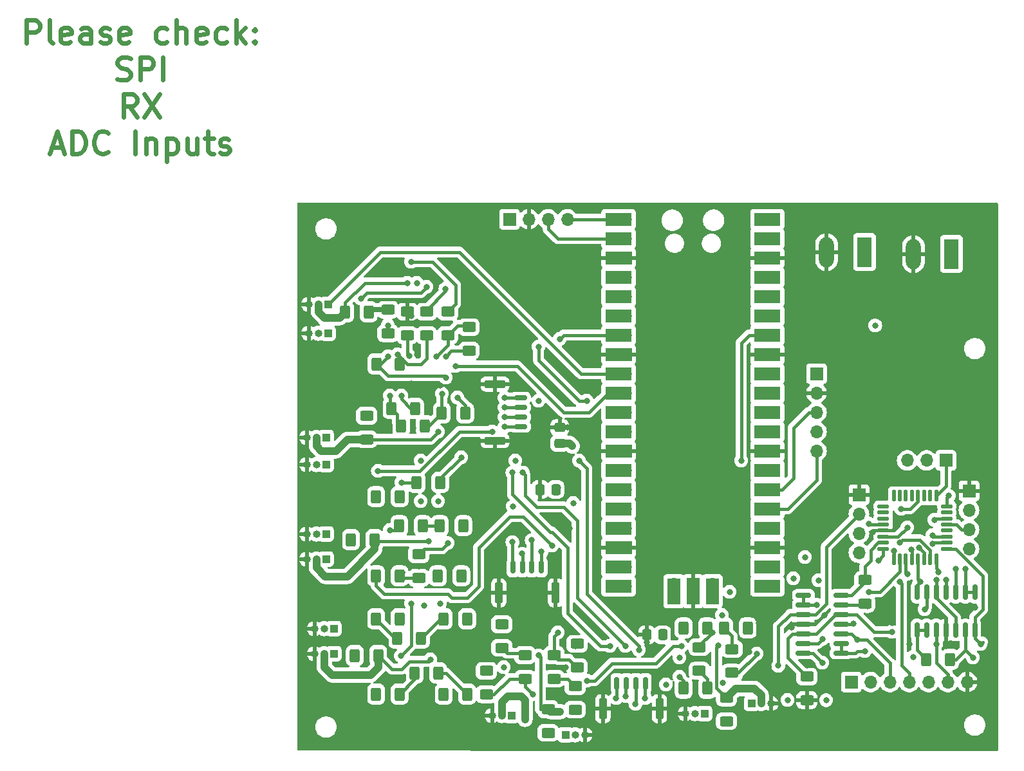
<source format=gtl>
%TF.GenerationSoftware,KiCad,Pcbnew,7.0.1*%
%TF.CreationDate,2023-04-28T23:02:29+02:00*%
%TF.ProjectId,Hexapod_Hardware,48657861-706f-4645-9f48-617264776172,rev?*%
%TF.SameCoordinates,Original*%
%TF.FileFunction,Copper,L1,Top*%
%TF.FilePolarity,Positive*%
%FSLAX46Y46*%
G04 Gerber Fmt 4.6, Leading zero omitted, Abs format (unit mm)*
G04 Created by KiCad (PCBNEW 7.0.1) date 2023-04-28 23:02:29*
%MOMM*%
%LPD*%
G01*
G04 APERTURE LIST*
G04 Aperture macros list*
%AMRoundRect*
0 Rectangle with rounded corners*
0 $1 Rounding radius*
0 $2 $3 $4 $5 $6 $7 $8 $9 X,Y pos of 4 corners*
0 Add a 4 corners polygon primitive as box body*
4,1,4,$2,$3,$4,$5,$6,$7,$8,$9,$2,$3,0*
0 Add four circle primitives for the rounded corners*
1,1,$1+$1,$2,$3*
1,1,$1+$1,$4,$5*
1,1,$1+$1,$6,$7*
1,1,$1+$1,$8,$9*
0 Add four rect primitives between the rounded corners*
20,1,$1+$1,$2,$3,$4,$5,0*
20,1,$1+$1,$4,$5,$6,$7,0*
20,1,$1+$1,$6,$7,$8,$9,0*
20,1,$1+$1,$8,$9,$2,$3,0*%
G04 Aperture macros list end*
%ADD10C,0.600000*%
%TA.AperFunction,NonConductor*%
%ADD11C,0.600000*%
%TD*%
%TA.AperFunction,ComponentPad*%
%ADD12R,1.700000X1.700000*%
%TD*%
%TA.AperFunction,ComponentPad*%
%ADD13O,1.700000X1.700000*%
%TD*%
%TA.AperFunction,SMDPad,CuDef*%
%ADD14RoundRect,0.250000X-0.625000X0.400000X-0.625000X-0.400000X0.625000X-0.400000X0.625000X0.400000X0*%
%TD*%
%TA.AperFunction,SMDPad,CuDef*%
%ADD15RoundRect,0.125000X-0.625000X-0.125000X0.625000X-0.125000X0.625000X0.125000X-0.625000X0.125000X0*%
%TD*%
%TA.AperFunction,SMDPad,CuDef*%
%ADD16RoundRect,0.125000X-0.125000X-0.625000X0.125000X-0.625000X0.125000X0.625000X-0.125000X0.625000X0*%
%TD*%
%TA.AperFunction,SMDPad,CuDef*%
%ADD17RoundRect,0.250000X0.400000X0.625000X-0.400000X0.625000X-0.400000X-0.625000X0.400000X-0.625000X0*%
%TD*%
%TA.AperFunction,SMDPad,CuDef*%
%ADD18RoundRect,0.250000X0.337500X0.475000X-0.337500X0.475000X-0.337500X-0.475000X0.337500X-0.475000X0*%
%TD*%
%TA.AperFunction,ComponentPad*%
%ADD19R,1.980000X3.960000*%
%TD*%
%TA.AperFunction,ComponentPad*%
%ADD20O,1.980000X3.960000*%
%TD*%
%TA.AperFunction,SMDPad,CuDef*%
%ADD21RoundRect,0.250000X0.475000X-0.337500X0.475000X0.337500X-0.475000X0.337500X-0.475000X-0.337500X0*%
%TD*%
%TA.AperFunction,SMDPad,CuDef*%
%ADD22RoundRect,0.150000X0.825000X0.150000X-0.825000X0.150000X-0.825000X-0.150000X0.825000X-0.150000X0*%
%TD*%
%TA.AperFunction,SMDPad,CuDef*%
%ADD23RoundRect,0.250000X-0.400000X-0.625000X0.400000X-0.625000X0.400000X0.625000X-0.400000X0.625000X0*%
%TD*%
%TA.AperFunction,ComponentPad*%
%ADD24R,1.000000X1.000000*%
%TD*%
%TA.AperFunction,ComponentPad*%
%ADD25O,1.000000X1.000000*%
%TD*%
%TA.AperFunction,SMDPad,CuDef*%
%ADD26RoundRect,0.250000X0.625000X-0.400000X0.625000X0.400000X-0.625000X0.400000X-0.625000X-0.400000X0*%
%TD*%
%TA.AperFunction,SMDPad,CuDef*%
%ADD27RoundRect,0.150000X-0.150000X0.825000X-0.150000X-0.825000X0.150000X-0.825000X0.150000X0.825000X0*%
%TD*%
%TA.AperFunction,SMDPad,CuDef*%
%ADD28RoundRect,0.150000X0.700000X-0.150000X0.700000X0.150000X-0.700000X0.150000X-0.700000X-0.150000X0*%
%TD*%
%TA.AperFunction,SMDPad,CuDef*%
%ADD29RoundRect,0.250000X1.150000X-0.250000X1.150000X0.250000X-1.150000X0.250000X-1.150000X-0.250000X0*%
%TD*%
%TA.AperFunction,SMDPad,CuDef*%
%ADD30RoundRect,0.150000X0.150000X0.700000X-0.150000X0.700000X-0.150000X-0.700000X0.150000X-0.700000X0*%
%TD*%
%TA.AperFunction,SMDPad,CuDef*%
%ADD31RoundRect,0.250000X0.250000X1.150000X-0.250000X1.150000X-0.250000X-1.150000X0.250000X-1.150000X0*%
%TD*%
%TA.AperFunction,SMDPad,CuDef*%
%ADD32R,3.500000X1.700000*%
%TD*%
%TA.AperFunction,SMDPad,CuDef*%
%ADD33R,1.700000X3.500000*%
%TD*%
%TA.AperFunction,ViaPad*%
%ADD34C,0.800000*%
%TD*%
%TA.AperFunction,Conductor*%
%ADD35C,0.400000*%
%TD*%
%TA.AperFunction,Conductor*%
%ADD36C,0.700000*%
%TD*%
%TA.AperFunction,Conductor*%
%ADD37C,1.000000*%
%TD*%
G04 APERTURE END LIST*
D10*
D11*
X23099999Y-22037857D02*
X23099999Y-19037857D01*
X23099999Y-19037857D02*
X24242856Y-19037857D01*
X24242856Y-19037857D02*
X24528571Y-19180714D01*
X24528571Y-19180714D02*
X24671428Y-19323571D01*
X24671428Y-19323571D02*
X24814285Y-19609285D01*
X24814285Y-19609285D02*
X24814285Y-20037857D01*
X24814285Y-20037857D02*
X24671428Y-20323571D01*
X24671428Y-20323571D02*
X24528571Y-20466428D01*
X24528571Y-20466428D02*
X24242856Y-20609285D01*
X24242856Y-20609285D02*
X23099999Y-20609285D01*
X26528571Y-22037857D02*
X26242856Y-21895000D01*
X26242856Y-21895000D02*
X26099999Y-21609285D01*
X26099999Y-21609285D02*
X26099999Y-19037857D01*
X28814285Y-21895000D02*
X28528571Y-22037857D01*
X28528571Y-22037857D02*
X27957143Y-22037857D01*
X27957143Y-22037857D02*
X27671428Y-21895000D01*
X27671428Y-21895000D02*
X27528571Y-21609285D01*
X27528571Y-21609285D02*
X27528571Y-20466428D01*
X27528571Y-20466428D02*
X27671428Y-20180714D01*
X27671428Y-20180714D02*
X27957143Y-20037857D01*
X27957143Y-20037857D02*
X28528571Y-20037857D01*
X28528571Y-20037857D02*
X28814285Y-20180714D01*
X28814285Y-20180714D02*
X28957143Y-20466428D01*
X28957143Y-20466428D02*
X28957143Y-20752142D01*
X28957143Y-20752142D02*
X27528571Y-21037857D01*
X31528572Y-22037857D02*
X31528572Y-20466428D01*
X31528572Y-20466428D02*
X31385714Y-20180714D01*
X31385714Y-20180714D02*
X31100000Y-20037857D01*
X31100000Y-20037857D02*
X30528572Y-20037857D01*
X30528572Y-20037857D02*
X30242857Y-20180714D01*
X31528572Y-21895000D02*
X31242857Y-22037857D01*
X31242857Y-22037857D02*
X30528572Y-22037857D01*
X30528572Y-22037857D02*
X30242857Y-21895000D01*
X30242857Y-21895000D02*
X30100000Y-21609285D01*
X30100000Y-21609285D02*
X30100000Y-21323571D01*
X30100000Y-21323571D02*
X30242857Y-21037857D01*
X30242857Y-21037857D02*
X30528572Y-20895000D01*
X30528572Y-20895000D02*
X31242857Y-20895000D01*
X31242857Y-20895000D02*
X31528572Y-20752142D01*
X32814286Y-21895000D02*
X33100000Y-22037857D01*
X33100000Y-22037857D02*
X33671429Y-22037857D01*
X33671429Y-22037857D02*
X33957143Y-21895000D01*
X33957143Y-21895000D02*
X34100000Y-21609285D01*
X34100000Y-21609285D02*
X34100000Y-21466428D01*
X34100000Y-21466428D02*
X33957143Y-21180714D01*
X33957143Y-21180714D02*
X33671429Y-21037857D01*
X33671429Y-21037857D02*
X33242858Y-21037857D01*
X33242858Y-21037857D02*
X32957143Y-20895000D01*
X32957143Y-20895000D02*
X32814286Y-20609285D01*
X32814286Y-20609285D02*
X32814286Y-20466428D01*
X32814286Y-20466428D02*
X32957143Y-20180714D01*
X32957143Y-20180714D02*
X33242858Y-20037857D01*
X33242858Y-20037857D02*
X33671429Y-20037857D01*
X33671429Y-20037857D02*
X33957143Y-20180714D01*
X36528571Y-21895000D02*
X36242857Y-22037857D01*
X36242857Y-22037857D02*
X35671429Y-22037857D01*
X35671429Y-22037857D02*
X35385714Y-21895000D01*
X35385714Y-21895000D02*
X35242857Y-21609285D01*
X35242857Y-21609285D02*
X35242857Y-20466428D01*
X35242857Y-20466428D02*
X35385714Y-20180714D01*
X35385714Y-20180714D02*
X35671429Y-20037857D01*
X35671429Y-20037857D02*
X36242857Y-20037857D01*
X36242857Y-20037857D02*
X36528571Y-20180714D01*
X36528571Y-20180714D02*
X36671429Y-20466428D01*
X36671429Y-20466428D02*
X36671429Y-20752142D01*
X36671429Y-20752142D02*
X35242857Y-21037857D01*
X41528572Y-21895000D02*
X41242857Y-22037857D01*
X41242857Y-22037857D02*
X40671429Y-22037857D01*
X40671429Y-22037857D02*
X40385714Y-21895000D01*
X40385714Y-21895000D02*
X40242857Y-21752142D01*
X40242857Y-21752142D02*
X40100000Y-21466428D01*
X40100000Y-21466428D02*
X40100000Y-20609285D01*
X40100000Y-20609285D02*
X40242857Y-20323571D01*
X40242857Y-20323571D02*
X40385714Y-20180714D01*
X40385714Y-20180714D02*
X40671429Y-20037857D01*
X40671429Y-20037857D02*
X41242857Y-20037857D01*
X41242857Y-20037857D02*
X41528572Y-20180714D01*
X42814286Y-22037857D02*
X42814286Y-19037857D01*
X44100001Y-22037857D02*
X44100001Y-20466428D01*
X44100001Y-20466428D02*
X43957143Y-20180714D01*
X43957143Y-20180714D02*
X43671429Y-20037857D01*
X43671429Y-20037857D02*
X43242858Y-20037857D01*
X43242858Y-20037857D02*
X42957143Y-20180714D01*
X42957143Y-20180714D02*
X42814286Y-20323571D01*
X46671429Y-21895000D02*
X46385715Y-22037857D01*
X46385715Y-22037857D02*
X45814287Y-22037857D01*
X45814287Y-22037857D02*
X45528572Y-21895000D01*
X45528572Y-21895000D02*
X45385715Y-21609285D01*
X45385715Y-21609285D02*
X45385715Y-20466428D01*
X45385715Y-20466428D02*
X45528572Y-20180714D01*
X45528572Y-20180714D02*
X45814287Y-20037857D01*
X45814287Y-20037857D02*
X46385715Y-20037857D01*
X46385715Y-20037857D02*
X46671429Y-20180714D01*
X46671429Y-20180714D02*
X46814287Y-20466428D01*
X46814287Y-20466428D02*
X46814287Y-20752142D01*
X46814287Y-20752142D02*
X45385715Y-21037857D01*
X49385716Y-21895000D02*
X49100001Y-22037857D01*
X49100001Y-22037857D02*
X48528573Y-22037857D01*
X48528573Y-22037857D02*
X48242858Y-21895000D01*
X48242858Y-21895000D02*
X48100001Y-21752142D01*
X48100001Y-21752142D02*
X47957144Y-21466428D01*
X47957144Y-21466428D02*
X47957144Y-20609285D01*
X47957144Y-20609285D02*
X48100001Y-20323571D01*
X48100001Y-20323571D02*
X48242858Y-20180714D01*
X48242858Y-20180714D02*
X48528573Y-20037857D01*
X48528573Y-20037857D02*
X49100001Y-20037857D01*
X49100001Y-20037857D02*
X49385716Y-20180714D01*
X50671430Y-22037857D02*
X50671430Y-19037857D01*
X50957145Y-20895000D02*
X51814287Y-22037857D01*
X51814287Y-20037857D02*
X50671430Y-21180714D01*
X53100001Y-21752142D02*
X53242858Y-21895000D01*
X53242858Y-21895000D02*
X53100001Y-22037857D01*
X53100001Y-22037857D02*
X52957144Y-21895000D01*
X52957144Y-21895000D02*
X53100001Y-21752142D01*
X53100001Y-21752142D02*
X53100001Y-22037857D01*
X53100001Y-20180714D02*
X53242858Y-20323571D01*
X53242858Y-20323571D02*
X53100001Y-20466428D01*
X53100001Y-20466428D02*
X52957144Y-20323571D01*
X52957144Y-20323571D02*
X53100001Y-20180714D01*
X53100001Y-20180714D02*
X53100001Y-20466428D01*
X35028571Y-26755000D02*
X35457143Y-26897857D01*
X35457143Y-26897857D02*
X36171428Y-26897857D01*
X36171428Y-26897857D02*
X36457143Y-26755000D01*
X36457143Y-26755000D02*
X36600000Y-26612142D01*
X36600000Y-26612142D02*
X36742857Y-26326428D01*
X36742857Y-26326428D02*
X36742857Y-26040714D01*
X36742857Y-26040714D02*
X36600000Y-25755000D01*
X36600000Y-25755000D02*
X36457143Y-25612142D01*
X36457143Y-25612142D02*
X36171428Y-25469285D01*
X36171428Y-25469285D02*
X35600000Y-25326428D01*
X35600000Y-25326428D02*
X35314285Y-25183571D01*
X35314285Y-25183571D02*
X35171428Y-25040714D01*
X35171428Y-25040714D02*
X35028571Y-24755000D01*
X35028571Y-24755000D02*
X35028571Y-24469285D01*
X35028571Y-24469285D02*
X35171428Y-24183571D01*
X35171428Y-24183571D02*
X35314285Y-24040714D01*
X35314285Y-24040714D02*
X35600000Y-23897857D01*
X35600000Y-23897857D02*
X36314285Y-23897857D01*
X36314285Y-23897857D02*
X36742857Y-24040714D01*
X38028571Y-26897857D02*
X38028571Y-23897857D01*
X38028571Y-23897857D02*
X39171428Y-23897857D01*
X39171428Y-23897857D02*
X39457143Y-24040714D01*
X39457143Y-24040714D02*
X39600000Y-24183571D01*
X39600000Y-24183571D02*
X39742857Y-24469285D01*
X39742857Y-24469285D02*
X39742857Y-24897857D01*
X39742857Y-24897857D02*
X39600000Y-25183571D01*
X39600000Y-25183571D02*
X39457143Y-25326428D01*
X39457143Y-25326428D02*
X39171428Y-25469285D01*
X39171428Y-25469285D02*
X38028571Y-25469285D01*
X41028571Y-26897857D02*
X41028571Y-23897857D01*
X37600000Y-31757857D02*
X36600000Y-30329285D01*
X35885714Y-31757857D02*
X35885714Y-28757857D01*
X35885714Y-28757857D02*
X37028571Y-28757857D01*
X37028571Y-28757857D02*
X37314286Y-28900714D01*
X37314286Y-28900714D02*
X37457143Y-29043571D01*
X37457143Y-29043571D02*
X37600000Y-29329285D01*
X37600000Y-29329285D02*
X37600000Y-29757857D01*
X37600000Y-29757857D02*
X37457143Y-30043571D01*
X37457143Y-30043571D02*
X37314286Y-30186428D01*
X37314286Y-30186428D02*
X37028571Y-30329285D01*
X37028571Y-30329285D02*
X35885714Y-30329285D01*
X38600000Y-28757857D02*
X40600000Y-31757857D01*
X40600000Y-28757857D02*
X38600000Y-31757857D01*
X26385714Y-35760714D02*
X27814286Y-35760714D01*
X26100000Y-36617857D02*
X27100000Y-33617857D01*
X27100000Y-33617857D02*
X28100000Y-36617857D01*
X29100000Y-36617857D02*
X29100000Y-33617857D01*
X29100000Y-33617857D02*
X29814286Y-33617857D01*
X29814286Y-33617857D02*
X30242857Y-33760714D01*
X30242857Y-33760714D02*
X30528572Y-34046428D01*
X30528572Y-34046428D02*
X30671429Y-34332142D01*
X30671429Y-34332142D02*
X30814286Y-34903571D01*
X30814286Y-34903571D02*
X30814286Y-35332142D01*
X30814286Y-35332142D02*
X30671429Y-35903571D01*
X30671429Y-35903571D02*
X30528572Y-36189285D01*
X30528572Y-36189285D02*
X30242857Y-36475000D01*
X30242857Y-36475000D02*
X29814286Y-36617857D01*
X29814286Y-36617857D02*
X29100000Y-36617857D01*
X33814286Y-36332142D02*
X33671429Y-36475000D01*
X33671429Y-36475000D02*
X33242857Y-36617857D01*
X33242857Y-36617857D02*
X32957143Y-36617857D01*
X32957143Y-36617857D02*
X32528572Y-36475000D01*
X32528572Y-36475000D02*
X32242857Y-36189285D01*
X32242857Y-36189285D02*
X32100000Y-35903571D01*
X32100000Y-35903571D02*
X31957143Y-35332142D01*
X31957143Y-35332142D02*
X31957143Y-34903571D01*
X31957143Y-34903571D02*
X32100000Y-34332142D01*
X32100000Y-34332142D02*
X32242857Y-34046428D01*
X32242857Y-34046428D02*
X32528572Y-33760714D01*
X32528572Y-33760714D02*
X32957143Y-33617857D01*
X32957143Y-33617857D02*
X33242857Y-33617857D01*
X33242857Y-33617857D02*
X33671429Y-33760714D01*
X33671429Y-33760714D02*
X33814286Y-33903571D01*
X37385714Y-36617857D02*
X37385714Y-33617857D01*
X38814285Y-34617857D02*
X38814285Y-36617857D01*
X38814285Y-34903571D02*
X38957142Y-34760714D01*
X38957142Y-34760714D02*
X39242857Y-34617857D01*
X39242857Y-34617857D02*
X39671428Y-34617857D01*
X39671428Y-34617857D02*
X39957142Y-34760714D01*
X39957142Y-34760714D02*
X40100000Y-35046428D01*
X40100000Y-35046428D02*
X40100000Y-36617857D01*
X41528571Y-34617857D02*
X41528571Y-37617857D01*
X41528571Y-34760714D02*
X41814286Y-34617857D01*
X41814286Y-34617857D02*
X42385714Y-34617857D01*
X42385714Y-34617857D02*
X42671428Y-34760714D01*
X42671428Y-34760714D02*
X42814286Y-34903571D01*
X42814286Y-34903571D02*
X42957143Y-35189285D01*
X42957143Y-35189285D02*
X42957143Y-36046428D01*
X42957143Y-36046428D02*
X42814286Y-36332142D01*
X42814286Y-36332142D02*
X42671428Y-36475000D01*
X42671428Y-36475000D02*
X42385714Y-36617857D01*
X42385714Y-36617857D02*
X41814286Y-36617857D01*
X41814286Y-36617857D02*
X41528571Y-36475000D01*
X45528572Y-34617857D02*
X45528572Y-36617857D01*
X44242857Y-34617857D02*
X44242857Y-36189285D01*
X44242857Y-36189285D02*
X44385714Y-36475000D01*
X44385714Y-36475000D02*
X44671429Y-36617857D01*
X44671429Y-36617857D02*
X45100000Y-36617857D01*
X45100000Y-36617857D02*
X45385714Y-36475000D01*
X45385714Y-36475000D02*
X45528572Y-36332142D01*
X46528572Y-34617857D02*
X47671429Y-34617857D01*
X46957143Y-33617857D02*
X46957143Y-36189285D01*
X46957143Y-36189285D02*
X47100000Y-36475000D01*
X47100000Y-36475000D02*
X47385715Y-36617857D01*
X47385715Y-36617857D02*
X47671429Y-36617857D01*
X48528572Y-36475000D02*
X48814286Y-36617857D01*
X48814286Y-36617857D02*
X49385715Y-36617857D01*
X49385715Y-36617857D02*
X49671429Y-36475000D01*
X49671429Y-36475000D02*
X49814286Y-36189285D01*
X49814286Y-36189285D02*
X49814286Y-36046428D01*
X49814286Y-36046428D02*
X49671429Y-35760714D01*
X49671429Y-35760714D02*
X49385715Y-35617857D01*
X49385715Y-35617857D02*
X48957144Y-35617857D01*
X48957144Y-35617857D02*
X48671429Y-35475000D01*
X48671429Y-35475000D02*
X48528572Y-35189285D01*
X48528572Y-35189285D02*
X48528572Y-35046428D01*
X48528572Y-35046428D02*
X48671429Y-34760714D01*
X48671429Y-34760714D02*
X48957144Y-34617857D01*
X48957144Y-34617857D02*
X49385715Y-34617857D01*
X49385715Y-34617857D02*
X49671429Y-34760714D01*
D12*
%TO.P,J20,1,Pin_1*%
%TO.N,GND*%
X132588000Y-81466629D03*
D13*
%TO.P,J20,2,Pin_2*%
%TO.N,/Gripper/Gripper_servo/SERVO_PWR_0*%
X132588000Y-84006629D03*
%TO.P,J20,3,Pin_3*%
%TO.N,/Gripper/Gripper_servo/SERVO_PWM_0*%
X132588000Y-86546629D03*
%TO.P,J20,4,Pin_4*%
%TO.N,/Gripper/Gripper_servo/SERVO_POTENTIOMETER_0*%
X132588000Y-89086629D03*
%TD*%
D14*
%TO.P,R9,1*%
%TO.N,Net-(R53-Pad2)*%
X78486000Y-57378000D03*
%TO.P,R9,2*%
%TO.N,Net-(U3C--)*%
X78486000Y-60478000D03*
%TD*%
D15*
%TO.P,IC4,1,PB9*%
%TO.N,unconnected-(IC4-PB9-Pad1)*%
X135779000Y-82974629D03*
%TO.P,IC4,2,PC14-OSC32_IN*%
%TO.N,unconnected-(IC4-PC14-OSC32_IN-Pad2)*%
X135779000Y-83774629D03*
%TO.P,IC4,3,PC15-OSC32_OUT*%
%TO.N,unconnected-(IC4-PC15-OSC32_OUT-Pad3)*%
X135779000Y-84574629D03*
%TO.P,IC4,4,VDD/VDDA*%
%TO.N,+3.3V*%
X135779000Y-85374629D03*
%TO.P,IC4,5,VSS/VSSA*%
%TO.N,GND*%
X135779000Y-86174629D03*
%TO.P,IC4,6,NRST*%
%TO.N,/Gripper/MCU_GRIPPER/NRST*%
X135779000Y-86974629D03*
%TO.P,IC4,7,PA0*%
%TO.N,/Gripper/Gripper_servo/SERVO_CURRENT_GRIPPER*%
X135779000Y-87774629D03*
%TO.P,IC4,8,PA1*%
%TO.N,/Gripper/Gripper_servo/SERVO_POTENTIOMETER_GRIPPER*%
X135779000Y-88574629D03*
D16*
%TO.P,IC4,9,PA2*%
%TO.N,/Gripper/Gripper_servo/SERVO_POTENTIOMETER_0*%
X137154000Y-89949629D03*
%TO.P,IC4,10,PA3*%
%TO.N,/Gripper/Gripper_servo/SERVO_0_CURRENT*%
X137954000Y-89949629D03*
%TO.P,IC4,11,PA4*%
%TO.N,/Gripper/Gripper_servo/SERVO_POTENTIOMETER_1*%
X138754000Y-89949629D03*
%TO.P,IC4,12,PA5*%
%TO.N,/Gripper/SPI_SCK*%
X139554000Y-89949629D03*
%TO.P,IC4,13,PA6*%
%TO.N,/Gripper/Gripper_servo/SERVO_1_CURRENT*%
X140354000Y-89949629D03*
%TO.P,IC4,14,PA7*%
%TO.N,/Gripper/SPI_MOSI*%
X141154000Y-89949629D03*
%TO.P,IC4,15,PB0*%
%TO.N,/Gripper/SPI_CS_GRIPPER*%
X141954000Y-89949629D03*
%TO.P,IC4,16,PB1*%
%TO.N,/Gripper/Gripper_servo/SERVO_POTENTIOMETER_2*%
X142754000Y-89949629D03*
D15*
%TO.P,IC4,17,PB2*%
%TO.N,/Gripper/Gripper_servo/SERVO_2_CURRENT*%
X144129000Y-88574629D03*
%TO.P,IC4,18,PA8*%
%TO.N,/Gripper/Gripper_servo/SERVO_PWM_GRIPPER*%
X144129000Y-87774629D03*
%TO.P,IC4,19,PA9*%
%TO.N,/Gripper/Gripper_servo/SERVO_PWM_0*%
X144129000Y-86974629D03*
%TO.P,IC4,20,PC6*%
%TO.N,unconnected-(IC4-PC6-Pad20)*%
X144129000Y-86174629D03*
%TO.P,IC4,21,PA10*%
%TO.N,/Gripper/Gripper_servo/SERVO_PWM_1*%
X144129000Y-85374629D03*
%TO.P,IC4,22,PA11_[PA9]*%
%TO.N,/Gripper/Gripper_servo/SERVO_PWM_2*%
X144129000Y-84574629D03*
%TO.P,IC4,23,PA12_[PA10]*%
%TO.N,unconnected-(IC4-PA12_[PA10]-Pad23)*%
X144129000Y-83774629D03*
%TO.P,IC4,24,PA13*%
%TO.N,/Gripper/MCU_GRIPPER/SWDIO*%
X144129000Y-82974629D03*
D16*
%TO.P,IC4,25,PA14-BOOT0*%
%TO.N,/Gripper/MCU_GRIPPER/SWCLK*%
X142754000Y-81599629D03*
%TO.P,IC4,26,PA15*%
%TO.N,unconnected-(IC4-PA15-Pad26)*%
X141954000Y-81599629D03*
%TO.P,IC4,27,PB3*%
%TO.N,unconnected-(IC4-PB3-Pad27)*%
X141154000Y-81599629D03*
%TO.P,IC4,28,PB4*%
%TO.N,/Gripper/SPI_MISO*%
X140354000Y-81599629D03*
%TO.P,IC4,29,PB5*%
%TO.N,unconnected-(IC4-PB5-Pad29)*%
X139554000Y-81599629D03*
%TO.P,IC4,30,PB6*%
%TO.N,unconnected-(IC4-PB6-Pad30)*%
X138754000Y-81599629D03*
%TO.P,IC4,31,PB7*%
%TO.N,unconnected-(IC4-PB7-Pad31)*%
X137954000Y-81599629D03*
%TO.P,IC4,32,PB8*%
%TO.N,unconnected-(IC4-PB8-Pad32)*%
X137154000Y-81599629D03*
%TD*%
D17*
%TO.P,R23,1*%
%TO.N,Net-(U4D--)*%
X72162000Y-92137000D03*
%TO.P,R23,2*%
%TO.N,/SERVO + ADC/ADC/CURRENT_SENSOR_5*%
X69062000Y-92137000D03*
%TD*%
D18*
%TO.P,C2,1*%
%TO.N,+3.3V*%
X106759500Y-99889000D03*
%TO.P,C2,2*%
%TO.N,GND*%
X104684500Y-99889000D03*
%TD*%
D19*
%TO.P,J18,1,Pin_1*%
%TO.N,+8V*%
X133321000Y-49530000D03*
D20*
%TO.P,J18,2,Pin_2*%
%TO.N,GND*%
X128321000Y-49530000D03*
%TD*%
D21*
%TO.P,C1,1*%
%TO.N,+3.3V*%
X93218000Y-74697500D03*
%TO.P,C1,2*%
%TO.N,GND*%
X93218000Y-72622500D03*
%TD*%
D14*
%TO.P,R5,1*%
%TO.N,+6V*%
X70612000Y-57124000D03*
%TO.P,R5,2*%
%TO.N,/SERVO + ADC/Current Sensors/V_BAT_REF*%
X70612000Y-60224000D03*
%TD*%
%TO.P,R62,1*%
%TO.N,Net-(U6C--)*%
X95504000Y-101066000D03*
%TO.P,R62,2*%
%TO.N,Net-(R33-Pad1)*%
X95504000Y-104166000D03*
%TD*%
D22*
%TO.P,U10,1*%
%TO.N,Net-(U10A--)*%
X130237000Y-102284629D03*
%TO.P,U10,2,-*%
X130237000Y-101014629D03*
%TO.P,U10,3,+*%
%TO.N,/Gripper/Gripper_servo/SERVO_PWR_GRIPPER*%
X130237000Y-99744629D03*
%TO.P,U10,4,V+*%
%TO.N,+8V*%
X130237000Y-98474629D03*
%TO.P,U10,5,+*%
%TO.N,/Gripper/Gripper_servo/V_BAT_REF*%
X130237000Y-97204629D03*
%TO.P,U10,6,-*%
%TO.N,Net-(U10B--)*%
X130237000Y-95934629D03*
%TO.P,U10,7*%
%TO.N,/Gripper/Gripper_servo/SERVO_CURRENT_GRIPPER*%
X130237000Y-94664629D03*
%TO.P,U10,8*%
%TO.N,Net-(U10C--)*%
X125287000Y-94664629D03*
%TO.P,U10,9,-*%
X125287000Y-95934629D03*
%TO.P,U10,10,+*%
%TO.N,/Gripper/Gripper_servo/SERVO_PWR_0*%
X125287000Y-97204629D03*
%TO.P,U10,11,V-*%
%TO.N,GND*%
X125287000Y-98474629D03*
%TO.P,U10,12,+*%
%TO.N,/Gripper/Gripper_servo/V_BAT_REF*%
X125287000Y-99744629D03*
%TO.P,U10,13,-*%
%TO.N,Net-(U10D--)*%
X125287000Y-101014629D03*
%TO.P,U10,14*%
%TO.N,/Gripper/Gripper_servo/SERVO_0_CURRENT*%
X125287000Y-102284629D03*
%TD*%
D23*
%TO.P,R18,1*%
%TO.N,+6V*%
X66249500Y-102616000D03*
%TO.P,R18,2*%
%TO.N,/SERVO + ADC/Current Sensors/SERVO_PWR_7*%
X69349500Y-102616000D03*
%TD*%
D24*
%TO.P,J9,1,Pin_1*%
%TO.N,/MCU/SERVO_6*%
X63500000Y-99060000D03*
D25*
%TO.P,J9,2,Pin_2*%
%TO.N,/SERVO + ADC/Current Sensors/SERVO_PWR_6*%
X62230000Y-99060000D03*
%TO.P,J9,3,Pin_3*%
%TO.N,GND*%
X60960000Y-99060000D03*
%TD*%
D12*
%TO.P,J2,1,Pin_1*%
%TO.N,+5V*%
X86614000Y-45212000D03*
D13*
%TO.P,J2,2,Pin_2*%
%TO.N,GND*%
X89154000Y-45212000D03*
%TO.P,J2,3,Pin_3*%
%TO.N,/MCU/RX*%
X91694000Y-45212000D03*
%TO.P,J2,4,Pin_4*%
%TO.N,/MCU/TX*%
X94234000Y-45212000D03*
%TD*%
D24*
%TO.P,J11,1,Pin_1*%
%TO.N,/MCU/SERVO_8*%
X86873000Y-110490000D03*
D25*
%TO.P,J11,2,Pin_2*%
%TO.N,/SERVO + ADC/Current Sensors/SERVO_PWR_8*%
X85603000Y-110490000D03*
%TO.P,J11,3,Pin_3*%
%TO.N,GND*%
X84333000Y-110490000D03*
%TD*%
D17*
%TO.P,R12,1*%
%TO.N,Net-(U3D--)*%
X72188000Y-64262000D03*
%TO.P,R12,2*%
%TO.N,/SERVO + ADC/ADC/CURRENT_SENSOR_1*%
X69088000Y-64262000D03*
%TD*%
D23*
%TO.P,R8,1*%
%TO.N,Net-(R56-Pad2)*%
X72364000Y-72390000D03*
%TO.P,R8,2*%
%TO.N,Net-(U2D--)*%
X75464000Y-72390000D03*
%TD*%
D14*
%TO.P,R6,1*%
%TO.N,Net-(R54-Pad2)*%
X75692000Y-57378000D03*
%TO.P,R6,2*%
%TO.N,Net-(U3D--)*%
X75692000Y-60478000D03*
%TD*%
%TO.P,R48,1*%
%TO.N,/Gripper/Gripper_servo/V_BAT_REF*%
X125730000Y-105384000D03*
%TO.P,R48,2*%
%TO.N,GND*%
X125730000Y-108484000D03*
%TD*%
%TO.P,R36,1*%
%TO.N,Net-(U6D--)*%
X95250000Y-106628000D03*
%TO.P,R36,2*%
%TO.N,/SERVO + ADC/ADC/CURRENT_SENSOR_9*%
X95250000Y-109728000D03*
%TD*%
D23*
%TO.P,R16,1*%
%TO.N,+6V*%
X65760000Y-87376000D03*
%TO.P,R16,2*%
%TO.N,/SERVO + ADC/Current Sensors/SERVO_PWR_5*%
X68860000Y-87376000D03*
%TD*%
D14*
%TO.P,R14,1*%
%TO.N,Net-(U3C--)*%
X81280000Y-59410000D03*
%TO.P,R14,2*%
%TO.N,/SERVO + ADC/ADC/CURRENT_SENSOR_0*%
X81280000Y-62510000D03*
%TD*%
D26*
%TO.P,R27,1*%
%TO.N,+6V*%
X115159500Y-111245500D03*
%TO.P,R27,2*%
%TO.N,/SERVO + ADC/Current Sensors/SERVO_PWR_11*%
X115159500Y-108145500D03*
%TD*%
D12*
%TO.P,J23,1,Pin_1*%
%TO.N,/Gripper/MCU_GRIPPER/SWCLK*%
X144018000Y-76949629D03*
D13*
%TO.P,J23,2,Pin_2*%
%TO.N,/Gripper/MCU_GRIPPER/SWDIO*%
X141478000Y-76949629D03*
%TO.P,J23,3,Pin_3*%
%TO.N,/Gripper/MCU_GRIPPER/NRST*%
X138938000Y-76949629D03*
%TD*%
D24*
%TO.P,J12,1,Pin_1*%
%TO.N,/MCU/SERVO_9*%
X93980000Y-113030000D03*
D25*
%TO.P,J12,2,Pin_2*%
%TO.N,/SERVO + ADC/Current Sensors/SERVO_PWR_9*%
X95250000Y-113030000D03*
%TO.P,J12,3,Pin_3*%
%TO.N,GND*%
X96520000Y-113030000D03*
%TD*%
D17*
%TO.P,R25,1*%
%TO.N,Net-(U5D--)*%
X72162000Y-107696000D03*
%TO.P,R25,2*%
%TO.N,/SERVO + ADC/ADC/CURRENT_SENSOR_7*%
X69062000Y-107696000D03*
%TD*%
D24*
%TO.P,J14,1,Pin_1*%
%TO.N,/MCU/SERVO_11*%
X118461500Y-108933500D03*
D25*
%TO.P,J14,2,Pin_2*%
%TO.N,/SERVO + ADC/Current Sensors/SERVO_PWR_11*%
X119731500Y-108933500D03*
%TO.P,J14,3,Pin_3*%
%TO.N,GND*%
X121001500Y-108933500D03*
%TD*%
D26*
%TO.P,R49,1*%
%TO.N,Net-(U10B--)*%
X133350000Y-95784000D03*
%TO.P,R49,2*%
%TO.N,/Gripper/Gripper_servo/SERVO_CURRENT_GRIPPER*%
X133350000Y-92684000D03*
%TD*%
D14*
%TO.P,R20,1*%
%TO.N,Net-(R20-Pad1)*%
X74676000Y-89291000D03*
%TO.P,R20,2*%
%TO.N,Net-(U4D--)*%
X74676000Y-92391000D03*
%TD*%
D23*
%TO.P,R59,1*%
%TO.N,Net-(U4C--)*%
X77190000Y-92137000D03*
%TO.P,R59,2*%
%TO.N,Net-(R20-Pad1)*%
X80290000Y-92137000D03*
%TD*%
%TO.P,R63,1*%
%TO.N,Net-(U7A--)*%
X109519500Y-106901500D03*
%TO.P,R63,2*%
%TO.N,Net-(R34-Pad1)*%
X112619500Y-106901500D03*
%TD*%
D14*
%TO.P,R31,1*%
%TO.N,Net-(R31-Pad1)*%
X115889000Y-101763000D03*
%TO.P,R31,2*%
%TO.N,Net-(U7D--)*%
X115889000Y-104863000D03*
%TD*%
D24*
%TO.P,J10,1,Pin_1*%
%TO.N,/MCU/SERVO_7*%
X63500000Y-102362000D03*
D25*
%TO.P,J10,2,Pin_2*%
%TO.N,/SERVO + ADC/Current Sensors/SERVO_PWR_7*%
X62230000Y-102362000D03*
%TO.P,J10,3,Pin_3*%
%TO.N,GND*%
X60960000Y-102362000D03*
%TD*%
D24*
%TO.P,J4,1,Pin_1*%
%TO.N,/MCU/SERVO_1*%
X62738000Y-60198000D03*
D25*
%TO.P,J4,2,Pin_2*%
%TO.N,/SERVO + ADC/Current Sensors/SERVO_PWR_1*%
X61468000Y-60198000D03*
%TO.P,J4,3,Pin_3*%
%TO.N,GND*%
X60198000Y-60198000D03*
%TD*%
D17*
%TO.P,R7,1*%
%TO.N,Net-(R55-Pad2)*%
X77496000Y-79850500D03*
%TO.P,R7,2*%
%TO.N,Net-(U2B--)*%
X74396000Y-79850500D03*
%TD*%
D27*
%TO.P,U11,1*%
%TO.N,Net-(U11A--)*%
X147828000Y-94299000D03*
%TO.P,U11,2,-*%
X146558000Y-94299000D03*
%TO.P,U11,3,+*%
%TO.N,/Gripper/Gripper_servo/SERVO_PWR_1*%
X145288000Y-94299000D03*
%TO.P,U11,4,V+*%
%TO.N,+8V*%
X144018000Y-94299000D03*
%TO.P,U11,5,+*%
%TO.N,/Gripper/Gripper_servo/V_BAT_REF*%
X142748000Y-94299000D03*
%TO.P,U11,6,-*%
%TO.N,Net-(U11B--)*%
X141478000Y-94299000D03*
%TO.P,U11,7*%
%TO.N,/Gripper/Gripper_servo/SERVO_1_CURRENT*%
X140208000Y-94299000D03*
%TO.P,U11,8*%
%TO.N,Net-(U11C--)*%
X140208000Y-99249000D03*
%TO.P,U11,9,-*%
X141478000Y-99249000D03*
%TO.P,U11,10,+*%
%TO.N,/Gripper/Gripper_servo/SERVO_PWR_2*%
X142748000Y-99249000D03*
%TO.P,U11,11,V-*%
%TO.N,GND*%
X144018000Y-99249000D03*
%TO.P,U11,12,+*%
%TO.N,/Gripper/Gripper_servo/V_BAT_REF*%
X145288000Y-99249000D03*
%TO.P,U11,13,-*%
%TO.N,Net-(U11D--)*%
X146558000Y-99249000D03*
%TO.P,U11,14*%
%TO.N,/Gripper/Gripper_servo/SERVO_2_CURRENT*%
X147828000Y-99249000D03*
%TD*%
D28*
%TO.P,J15,1,Pin_1*%
%TO.N,/SERVO + ADC/ADC/SERVO_POTENTIOMETER_3*%
X88056000Y-72487000D03*
%TO.P,J15,2,Pin_2*%
%TO.N,/SERVO + ADC/ADC/SERVO_POTENTIOMETER_2*%
X88056000Y-71237000D03*
%TO.P,J15,3,Pin_3*%
%TO.N,/SERVO + ADC/ADC/SERVO_POTENTIOMETER_1*%
X88056000Y-69987000D03*
%TO.P,J15,4,Pin_4*%
%TO.N,/SERVO + ADC/ADC/SERVO_POTENTIOMETER_0*%
X88056000Y-68737000D03*
D29*
%TO.P,J15,MP,MountPin*%
%TO.N,GND*%
X84706000Y-74337000D03*
X84706000Y-66887000D03*
%TD*%
D23*
%TO.P,R57,1*%
%TO.N,Net-(U5C--)*%
X77952000Y-107696000D03*
%TO.P,R57,2*%
%TO.N,Net-(R22-Pad1)*%
X81052000Y-107696000D03*
%TD*%
D17*
%TO.P,R60,1*%
%TO.N,Net-(U4A--)*%
X72162000Y-81723000D03*
%TO.P,R60,2*%
%TO.N,Net-(R19-Pad1)*%
X69062000Y-81723000D03*
%TD*%
D14*
%TO.P,R1,1*%
%TO.N,+6V*%
X67818000Y-71068000D03*
%TO.P,R1,2*%
%TO.N,/SERVO + ADC/Current Sensors/SERVO_PWR_2*%
X67818000Y-74168000D03*
%TD*%
D17*
%TO.P,R56,1*%
%TO.N,Net-(U2C--)*%
X74194000Y-70104000D03*
%TO.P,R56,2*%
%TO.N,Net-(R56-Pad2)*%
X71094000Y-70104000D03*
%TD*%
D23*
%TO.P,R19,1*%
%TO.N,Net-(R19-Pad1)*%
X72110000Y-85533000D03*
%TO.P,R19,2*%
%TO.N,Net-(U4B--)*%
X75210000Y-85533000D03*
%TD*%
D30*
%TO.P,J17,1,Pin_1*%
%TO.N,/SERVO + ADC/ADC/SERVO_POTENTIOMETER_11*%
X104491000Y-106254000D03*
%TO.P,J17,2,Pin_2*%
%TO.N,/SERVO + ADC/ADC/SERVO_POTENTIOMETER_10*%
X103241000Y-106254000D03*
%TO.P,J17,3,Pin_3*%
%TO.N,/SERVO + ADC/ADC/SERVO_POTENTIOMETER_9*%
X101991000Y-106254000D03*
%TO.P,J17,4,Pin_4*%
%TO.N,/SERVO + ADC/ADC/SERVO_POTENTIOMETER_8*%
X100741000Y-106254000D03*
D31*
%TO.P,J17,MP,MountPin*%
%TO.N,GND*%
X106341000Y-109604000D03*
X98891000Y-109604000D03*
%TD*%
D24*
%TO.P,J6,1,Pin_1*%
%TO.N,/MCU/SERVO_3*%
X62489000Y-77470000D03*
D25*
%TO.P,J6,2,Pin_2*%
%TO.N,/SERVO + ADC/Current Sensors/SERVO_PWR_3*%
X61219000Y-77470000D03*
%TO.P,J6,3,Pin_3*%
%TO.N,GND*%
X59949000Y-77470000D03*
%TD*%
D30*
%TO.P,J16,1,Pin_1*%
%TO.N,/SERVO + ADC/ADC/SERVO_POTENTIOMETER_4*%
X90805000Y-91002000D03*
%TO.P,J16,2,Pin_2*%
%TO.N,/SERVO + ADC/ADC/SERVO_POTENTIOMETER_5*%
X89555000Y-91002000D03*
%TO.P,J16,3,Pin_3*%
%TO.N,/SERVO + ADC/ADC/SERVO_POTENTIOMETER_6*%
X88305000Y-91002000D03*
%TO.P,J16,4,Pin_4*%
%TO.N,/SERVO + ADC/ADC/SERVO_POTENTIOMETER_7*%
X87055000Y-91002000D03*
D31*
%TO.P,J16,MP,MountPin*%
%TO.N,GND*%
X92655000Y-94352000D03*
X85205000Y-94352000D03*
%TD*%
D17*
%TO.P,R64,1*%
%TO.N,Net-(U7C--)*%
X117947000Y-98995000D03*
%TO.P,R64,2*%
%TO.N,Net-(R31-Pad1)*%
X114847000Y-98995000D03*
%TD*%
D23*
%TO.P,R13,1*%
%TO.N,Net-(U2D--)*%
X77698000Y-70706500D03*
%TO.P,R13,2*%
%TO.N,/SERVO + ADC/ADC/CURRENT_SENSOR_3*%
X80798000Y-70706500D03*
%TD*%
D24*
%TO.P,J3,1,Pin_1*%
%TO.N,/MCU/SERVO_0*%
X62738000Y-56388000D03*
D25*
%TO.P,J3,2,Pin_2*%
%TO.N,/SERVO + ADC/Current Sensors/SERVO_PWR_0*%
X61468000Y-56388000D03*
%TO.P,J3,3,Pin_3*%
%TO.N,GND*%
X60198000Y-56388000D03*
%TD*%
D24*
%TO.P,J5,1,Pin_1*%
%TO.N,/MCU/SERVO_2*%
X62484000Y-73914000D03*
D25*
%TO.P,J5,2,Pin_2*%
%TO.N,/SERVO + ADC/Current Sensors/SERVO_PWR_2*%
X61214000Y-73914000D03*
%TO.P,J5,3,Pin_3*%
%TO.N,GND*%
X59944000Y-73914000D03*
%TD*%
D12*
%TO.P,J22,1,Pin_1*%
%TO.N,/Gripper/Gripper_servo/SERVO_POTENTIOMETER_GRIPPER*%
X131572000Y-106094629D03*
D13*
%TO.P,J22,2,Pin_2*%
%TO.N,/Gripper/Gripper_servo/SERVO_PWM_GRIPPER*%
X134112000Y-106094629D03*
%TO.P,J22,3,Pin_3*%
%TO.N,/Gripper/Gripper_servo/SERVO_PWR_GRIPPER*%
X136652000Y-106094629D03*
%TO.P,J22,4,Pin_4*%
%TO.N,/Gripper/Gripper_servo/SERVO_POTENTIOMETER_2*%
X139192000Y-106094629D03*
%TO.P,J22,5,Pin_5*%
%TO.N,/Gripper/Gripper_servo/SERVO_PWM_2*%
X141732000Y-106094629D03*
%TO.P,J22,6,Pin_6*%
%TO.N,/Gripper/Gripper_servo/SERVO_PWR_2*%
X144272000Y-106094629D03*
%TO.P,J22,7,Pin_7*%
%TO.N,GND*%
X146812000Y-106094629D03*
%TD*%
D23*
%TO.P,R24,1*%
%TO.N,Net-(U4B--)*%
X77444000Y-85533000D03*
%TO.P,R24,2*%
%TO.N,/SERVO + ADC/ADC/CURRENT_SENSOR_4*%
X80544000Y-85533000D03*
%TD*%
D17*
%TO.P,R37,1*%
%TO.N,Net-(U7B--)*%
X112613000Y-98995000D03*
%TO.P,R37,2*%
%TO.N,/SERVO + ADC/ADC/CURRENT_SENSOR_10*%
X109513000Y-98995000D03*
%TD*%
D12*
%TO.P,J21,1,Pin_1*%
%TO.N,GND*%
X147066000Y-80958629D03*
D13*
%TO.P,J21,2,Pin_2*%
%TO.N,/Gripper/Gripper_servo/SERVO_PWR_1*%
X147066000Y-83498629D03*
%TO.P,J21,3,Pin_3*%
%TO.N,/Gripper/Gripper_servo/SERVO_PWM_1*%
X147066000Y-86038629D03*
%TO.P,J21,4,Pin_4*%
%TO.N,/Gripper/Gripper_servo/SERVO_POTENTIOMETER_1*%
X147066000Y-88578629D03*
%TD*%
D14*
%TO.P,R33,1*%
%TO.N,Net-(R33-Pad1)*%
X92456000Y-102564000D03*
%TO.P,R33,2*%
%TO.N,Net-(U6D--)*%
X92456000Y-105664000D03*
%TD*%
%TO.P,R61,1*%
%TO.N,Net-(U6A--)*%
X83566000Y-104622000D03*
%TO.P,R61,2*%
%TO.N,Net-(R32-Pad1)*%
X83566000Y-107722000D03*
%TD*%
D18*
%TO.P,C3,1*%
%TO.N,+3.3V*%
X92710000Y-80772000D03*
%TO.P,C3,2*%
%TO.N,GND*%
X90635000Y-80772000D03*
%TD*%
D26*
%TO.P,R34,1*%
%TO.N,Net-(R34-Pad1)*%
X111571000Y-104609000D03*
%TO.P,R34,2*%
%TO.N,Net-(U7B--)*%
X111571000Y-101509000D03*
%TD*%
%TO.P,R32,1*%
%TO.N,Net-(R32-Pad1)*%
X88646000Y-105664000D03*
%TO.P,R32,2*%
%TO.N,Net-(U6B--)*%
X88646000Y-102564000D03*
%TD*%
D19*
%TO.P,J19,1,Pin_1*%
%TO.N,+6V*%
X144751000Y-49784000D03*
D20*
%TO.P,J19,2,Pin_2*%
%TO.N,GND*%
X139751000Y-49784000D03*
%TD*%
D24*
%TO.P,J13,1,Pin_1*%
%TO.N,/MCU/SERVO_10*%
X112268000Y-110236000D03*
D25*
%TO.P,J13,2,Pin_2*%
%TO.N,/SERVO + ADC/Current Sensors/SERVO_PWR_10*%
X110998000Y-110236000D03*
%TO.P,J13,3,Pin_3*%
%TO.N,GND*%
X109728000Y-110236000D03*
%TD*%
D24*
%TO.P,J8,1,Pin_1*%
%TO.N,/MCU/SERVO_5*%
X62484000Y-89916000D03*
D25*
%TO.P,J8,2,Pin_2*%
%TO.N,/SERVO + ADC/Current Sensors/SERVO_PWR_5*%
X61214000Y-89916000D03*
%TO.P,J8,3,Pin_3*%
%TO.N,GND*%
X59944000Y-89916000D03*
%TD*%
D26*
%TO.P,R10,1*%
%TO.N,/SERVO + ADC/Current Sensors/V_BAT_REF*%
X73152000Y-60478000D03*
%TO.P,R10,2*%
%TO.N,GND*%
X73152000Y-57378000D03*
%TD*%
D17*
%TO.P,R22,1*%
%TO.N,Net-(R22-Pad1)*%
X77242000Y-104902000D03*
%TO.P,R22,2*%
%TO.N,Net-(U5D--)*%
X74142000Y-104902000D03*
%TD*%
%TO.P,R4,1*%
%TO.N,+6V*%
X68098000Y-57404000D03*
%TO.P,R4,2*%
%TO.N,/SERVO + ADC/Current Sensors/SERVO_PWR_0*%
X64998000Y-57404000D03*
%TD*%
%TO.P,R58,1*%
%TO.N,Net-(U5A--)*%
X72162000Y-97790000D03*
%TO.P,R58,2*%
%TO.N,Net-(R21-Pad1)*%
X69062000Y-97790000D03*
%TD*%
D26*
%TO.P,R35,1*%
%TO.N,Net-(U6B--)*%
X85598000Y-101600000D03*
%TO.P,R35,2*%
%TO.N,/SERVO + ADC/ADC/CURRENT_SENSOR_8*%
X85598000Y-98500000D03*
%TD*%
D23*
%TO.P,R26,1*%
%TO.N,Net-(U5B--)*%
X77952000Y-97790000D03*
%TO.P,R26,2*%
%TO.N,/SERVO + ADC/ADC/CURRENT_SENSOR_6*%
X81052000Y-97790000D03*
%TD*%
D13*
%TO.P,U1,1,GPIO0*%
%TO.N,/MCU/TX*%
X101854000Y-45212000D03*
D32*
X100954000Y-45212000D03*
D13*
%TO.P,U1,2,GPIO1*%
%TO.N,/MCU/RX*%
X101854000Y-47752000D03*
D32*
X100954000Y-47752000D03*
D12*
%TO.P,U1,3,GND*%
%TO.N,GND*%
X101854000Y-50292000D03*
D32*
X100954000Y-50292000D03*
D13*
%TO.P,U1,4,GPIO2*%
%TO.N,/Gripper/SPI_SCK*%
X101854000Y-52832000D03*
D32*
X100954000Y-52832000D03*
D13*
%TO.P,U1,5,GPIO3*%
%TO.N,/Gripper/SPI_MOSI*%
X101854000Y-55372000D03*
D32*
X100954000Y-55372000D03*
D13*
%TO.P,U1,6,GPIO4*%
%TO.N,/Gripper/SPI_MISO*%
X101854000Y-57912000D03*
D32*
X100954000Y-57912000D03*
D13*
%TO.P,U1,7,GPIO5*%
%TO.N,/MCU/SPI_CS_0*%
X101854000Y-60452000D03*
D32*
X100954000Y-60452000D03*
D12*
%TO.P,U1,8,GND*%
%TO.N,GND*%
X101854000Y-62992000D03*
D32*
X100954000Y-62992000D03*
D13*
%TO.P,U1,9,GPIO6*%
%TO.N,/MCU/SERVO_0*%
X101854000Y-65532000D03*
D32*
X100954000Y-65532000D03*
D13*
%TO.P,U1,10,GPIO7*%
%TO.N,/MCU/SERVO_1*%
X101854000Y-68072000D03*
D32*
X100954000Y-68072000D03*
D13*
%TO.P,U1,11,GPIO8*%
%TO.N,/MCU/SERVO_2*%
X101854000Y-70612000D03*
D32*
X100954000Y-70612000D03*
D13*
%TO.P,U1,12,GPIO9*%
%TO.N,/MCU/SERVO_3*%
X101854000Y-73152000D03*
D32*
X100954000Y-73152000D03*
D12*
%TO.P,U1,13,GND*%
%TO.N,GND*%
X101854000Y-75692000D03*
D32*
X100954000Y-75692000D03*
D13*
%TO.P,U1,14,GPIO10*%
%TO.N,/MCU/SERVO_4*%
X101854000Y-78232000D03*
D32*
X100954000Y-78232000D03*
D13*
%TO.P,U1,15,GPIO11*%
%TO.N,/MCU/SERVO_5*%
X101854000Y-80772000D03*
D32*
X100954000Y-80772000D03*
D13*
%TO.P,U1,16,GPIO12*%
%TO.N,/MCU/SERVO_6*%
X101854000Y-83312000D03*
D32*
X100954000Y-83312000D03*
D13*
%TO.P,U1,17,GPIO13*%
%TO.N,/MCU/SERVO_7*%
X101854000Y-85852000D03*
D32*
X100954000Y-85852000D03*
D12*
%TO.P,U1,18,GND*%
%TO.N,GND*%
X101854000Y-88392000D03*
D32*
X100954000Y-88392000D03*
D13*
%TO.P,U1,19,GPIO14*%
%TO.N,/MCU/SERVO_8*%
X101854000Y-90932000D03*
D32*
X100954000Y-90932000D03*
D13*
%TO.P,U1,20,GPIO15*%
%TO.N,/MCU/SERVO_9*%
X101854000Y-93472000D03*
D32*
X100954000Y-93472000D03*
D13*
%TO.P,U1,21,GPIO16*%
%TO.N,/MCU/SERVO_10*%
X119634000Y-93472000D03*
D32*
X120534000Y-93472000D03*
D13*
%TO.P,U1,22,GPIO17*%
%TO.N,/MCU/SERVO_11*%
X119634000Y-90932000D03*
D32*
X120534000Y-90932000D03*
D12*
%TO.P,U1,23,GND*%
%TO.N,GND*%
X119634000Y-88392000D03*
D32*
X120534000Y-88392000D03*
D13*
%TO.P,U1,24,GPIO18*%
%TO.N,/Gripper/SPI_CS_GRIPPER*%
X119634000Y-85852000D03*
D32*
X120534000Y-85852000D03*
D13*
%TO.P,U1,25,GPIO19*%
%TO.N,/MCU/MPU6050_INT*%
X119634000Y-83312000D03*
D32*
X120534000Y-83312000D03*
D13*
%TO.P,U1,26,GPIO20*%
%TO.N,/MCU/I2C_SDA*%
X119634000Y-80772000D03*
D32*
X120534000Y-80772000D03*
D13*
%TO.P,U1,27,GPIO21*%
%TO.N,/MCU/I2C_SCL*%
X119634000Y-78232000D03*
D32*
X120534000Y-78232000D03*
D12*
%TO.P,U1,28,GND*%
%TO.N,GND*%
X119634000Y-75692000D03*
D32*
X120534000Y-75692000D03*
D13*
%TO.P,U1,29,GPIO22*%
%TO.N,/MCU/SPI_CS_1*%
X119634000Y-73152000D03*
D32*
X120534000Y-73152000D03*
D13*
%TO.P,U1,30,RUN*%
%TO.N,Net-(U1-RUN)*%
X119634000Y-70612000D03*
D32*
X120534000Y-70612000D03*
D13*
%TO.P,U1,31,GPIO26_ADC0*%
%TO.N,unconnected-(U1-GPIO26_ADC0-Pad31)*%
X119634000Y-68072000D03*
D32*
X120534000Y-68072000D03*
D13*
%TO.P,U1,32,GPIO27_ADC1*%
%TO.N,unconnected-(U1-GPIO27_ADC1-Pad32)*%
X119634000Y-65532000D03*
D32*
X120534000Y-65532000D03*
D12*
%TO.P,U1,33,AGND*%
%TO.N,GND*%
X119634000Y-62992000D03*
D32*
X120534000Y-62992000D03*
D13*
%TO.P,U1,34,GPIO28_ADC2*%
%TO.N,/MCU/SPI_CS_2*%
X119634000Y-60452000D03*
D32*
X120534000Y-60452000D03*
D13*
%TO.P,U1,35,ADC_VREF*%
%TO.N,unconnected-(U1-ADC_VREF-Pad35)*%
X119634000Y-57912000D03*
D32*
X120534000Y-57912000D03*
D13*
%TO.P,U1,36,3V3*%
%TO.N,+3.3V*%
X119634000Y-55372000D03*
D32*
X120534000Y-55372000D03*
D13*
%TO.P,U1,37,3V3_EN*%
%TO.N,unconnected-(U1-3V3_EN-Pad37)*%
X119634000Y-52832000D03*
D32*
X120534000Y-52832000D03*
D12*
%TO.P,U1,38,GND*%
%TO.N,GND*%
X119634000Y-50292000D03*
D32*
X120534000Y-50292000D03*
D13*
%TO.P,U1,39,VSYS*%
%TO.N,+5V*%
X119634000Y-47752000D03*
D32*
X120534000Y-47752000D03*
D13*
%TO.P,U1,40,VBUS*%
%TO.N,USB_CONNECTED*%
X119634000Y-45212000D03*
D32*
X120534000Y-45212000D03*
D13*
%TO.P,U1,41,SWCLK*%
%TO.N,unconnected-(U1-SWCLK-Pad41)*%
X108204000Y-93242000D03*
D33*
X108204000Y-94142000D03*
D12*
%TO.P,U1,42,GND*%
%TO.N,GND*%
X110744000Y-93242000D03*
D33*
X110744000Y-94142000D03*
D13*
%TO.P,U1,43,SWDIO*%
%TO.N,unconnected-(U1-SWDIO-Pad43)*%
X113284000Y-93242000D03*
D33*
X113284000Y-94142000D03*
%TD*%
D24*
%TO.P,J7,1,Pin_1*%
%TO.N,/MCU/SERVO_4*%
X62484000Y-86614000D03*
D25*
%TO.P,J7,2,Pin_2*%
%TO.N,/SERVO + ADC/Current Sensors/SERVO_PWR_4*%
X61214000Y-86614000D03*
%TO.P,J7,3,Pin_3*%
%TO.N,GND*%
X59944000Y-86614000D03*
%TD*%
D23*
%TO.P,R21,1*%
%TO.N,Net-(R21-Pad1)*%
X71856000Y-100330000D03*
%TO.P,R21,2*%
%TO.N,Net-(U5B--)*%
X74956000Y-100330000D03*
%TD*%
D12*
%TO.P,J1,1,Pin_1*%
%TO.N,+3.3V*%
X127000000Y-65532000D03*
D13*
%TO.P,J1,2,Pin_2*%
%TO.N,GND*%
X127000000Y-68072000D03*
%TO.P,J1,3,Pin_3*%
%TO.N,/MCU/I2C_SDA*%
X127000000Y-70612000D03*
%TO.P,J1,4,Pin_4*%
%TO.N,/MCU/I2C_SCL*%
X127000000Y-73152000D03*
%TO.P,J1,5,Pin_5*%
%TO.N,/MCU/MPU6050_INT*%
X127000000Y-75692000D03*
%TD*%
D23*
%TO.P,R47,1*%
%TO.N,Net-(U11C--)*%
X141452000Y-103124000D03*
%TO.P,R47,2*%
%TO.N,Net-(U11D--)*%
X144552000Y-103124000D03*
%TD*%
D26*
%TO.P,R29,1*%
%TO.N,+6V*%
X91694000Y-112776000D03*
%TO.P,R29,2*%
%TO.N,/SERVO + ADC/Current Sensors/SERVO_PWR_9*%
X91694000Y-109676000D03*
%TD*%
D34*
%TO.N,GND*%
X94234000Y-72606500D03*
X94029500Y-104140000D03*
X73914000Y-72644000D03*
X147828000Y-96266000D03*
X140208000Y-84328000D03*
X74676000Y-90841000D03*
X91694000Y-96774000D03*
X91186000Y-78994000D03*
X96012000Y-97282000D03*
X129540000Y-88900000D03*
X136906000Y-98298000D03*
X118110000Y-102108000D03*
X74676000Y-107442000D03*
X82550000Y-81280000D03*
X136906000Y-101854000D03*
X84582000Y-78740000D03*
X128016000Y-97282000D03*
X139192000Y-101092000D03*
X93472000Y-64770000D03*
X134366000Y-86360000D03*
X73660000Y-57912000D03*
X104648000Y-100838000D03*
X119380000Y-98298000D03*
X125730000Y-103886000D03*
X77216000Y-58674000D03*
X73660000Y-66802000D03*
X137414000Y-84582000D03*
X77470000Y-67056000D03*
X123735500Y-98946123D03*
X74422000Y-62992000D03*
X84582000Y-55880000D03*
X105150659Y-97790000D03*
X94488000Y-85852000D03*
X144018000Y-101346000D03*
%TO.N,+6V*%
X68098000Y-57404000D03*
X115062000Y-111252000D03*
X66294000Y-102616000D03*
X91694000Y-112776000D03*
X128270000Y-108484000D03*
X123190000Y-108458000D03*
X67818000Y-71120000D03*
X134722000Y-59196000D03*
X139700000Y-102792629D03*
X65786000Y-87376000D03*
%TO.N,/Gripper/MCU_GRIPPER/NRST*%
X138938000Y-85774629D03*
%TO.N,+3.3V*%
X92964000Y-80518000D03*
X106865000Y-99670000D03*
X94869000Y-75057000D03*
X133858000Y-85266629D03*
%TO.N,/Gripper/Gripper_servo/SERVO_POTENTIOMETER_GRIPPER*%
X135128000Y-90092629D03*
%TO.N,/Gripper/Gripper_servo/SERVO_POTENTIOMETER_0*%
X137154000Y-88828629D03*
%TO.N,/Gripper/Gripper_servo/SERVO_0_CURRENT*%
X133858000Y-94234000D03*
X127762000Y-103554629D03*
%TO.N,/Gripper/Gripper_servo/SERVO_POTENTIOMETER_1*%
X138938000Y-91870629D03*
%TO.N,/Gripper/Gripper_servo/SERVO_1_CURRENT*%
X140640500Y-92886629D03*
%TO.N,/Gripper/Gripper_servo/SERVO_POTENTIOMETER_2*%
X137922000Y-92886629D03*
X143002000Y-91616629D03*
%TO.N,/Gripper/Gripper_servo/SERVO_2_CURRENT*%
X148590000Y-101092000D03*
%TO.N,/Gripper/Gripper_servo/SERVO_PWM_GRIPPER*%
X142239500Y-87884000D03*
%TO.N,/Gripper/Gripper_servo/SERVO_PWM_0*%
X142240000Y-86790629D03*
%TO.N,/Gripper/Gripper_servo/SERVO_PWM_2*%
X142494000Y-84758629D03*
%TO.N,/Gripper/MCU_GRIPPER/SWDIO*%
X144399000Y-81583629D03*
%TO.N,/SERVO + ADC/ADC/CURRENT_SENSOR_0*%
X81280000Y-62510000D03*
X78232000Y-63246000D03*
%TO.N,/SERVO + ADC/ADC/CURRENT_SENSOR_1*%
X70612000Y-63246000D03*
X78232000Y-66040000D03*
%TO.N,/SERVO + ADC/ADC/SERVO_POTENTIOMETER_0*%
X85967500Y-68707000D03*
%TO.N,/SERVO + ADC/ADC/SERVO_POTENTIOMETER_1*%
X85967500Y-69977000D03*
%TO.N,/SERVO + ADC/ADC/SERVO_POTENTIOMETER_2*%
X85967500Y-71247000D03*
%TO.N,/SERVO + ADC/ADC/SERVO_POTENTIOMETER_3*%
X85967500Y-72517000D03*
%TO.N,/SERVO + ADC/ADC/CURRENT_SENSOR_2*%
X69316000Y-78326500D03*
X84328000Y-73152000D03*
%TO.N,/SERVO + ADC/ADC/CURRENT_SENSOR_3*%
X79756000Y-68674500D03*
%TO.N,/Gripper/SPI_MOSI*%
X140465267Y-88390852D03*
X99822000Y-101346000D03*
X115570000Y-94234000D03*
X90424000Y-69088000D03*
X86995000Y-78561500D03*
X123952000Y-92456000D03*
X87376000Y-76962500D03*
%TO.N,/Gripper/SPI_MISO*%
X138138500Y-83312000D03*
X101854000Y-101346000D03*
X114554000Y-97282000D03*
X88379431Y-78561500D03*
X125476000Y-89662000D03*
%TO.N,/Gripper/SPI_SCK*%
X103632000Y-101854000D03*
X139522332Y-88722332D03*
X96774000Y-69088000D03*
X127254000Y-92710000D03*
X90424000Y-61976000D03*
X95758000Y-76962000D03*
%TO.N,/SERVO + ADC/ADC/CURRENT_SENSOR_4*%
X80544000Y-85533000D03*
%TO.N,/SERVO + ADC/ADC/CURRENT_SENSOR_5*%
X92202000Y-88138000D03*
X69062000Y-92137000D03*
%TO.N,/SERVO + ADC/ADC/SERVO_POTENTIOMETER_4*%
X90805000Y-88970000D03*
%TO.N,/SERVO + ADC/ADC/SERVO_POTENTIOMETER_5*%
X89535000Y-87446000D03*
%TO.N,/SERVO + ADC/ADC/SERVO_POTENTIOMETER_6*%
X88265000Y-89224000D03*
%TO.N,/SERVO + ADC/ADC/SERVO_POTENTIOMETER_7*%
X86995000Y-87700000D03*
%TO.N,/SERVO + ADC/ADC/CURRENT_SENSOR_6*%
X81052000Y-97790000D03*
%TO.N,/SERVO + ADC/ADC/CURRENT_SENSOR_7*%
X69062000Y-107696000D03*
X72332668Y-102653500D03*
X73660000Y-95758000D03*
%TO.N,/SERVO + ADC/ADC/CURRENT_SENSOR_8*%
X85598000Y-98500000D03*
%TO.N,/SERVO + ADC/ADC/CURRENT_SENSOR_9*%
X95250000Y-109728000D03*
%TO.N,/SERVO + ADC/ADC/SERVO_POTENTIOMETER_8*%
X100642000Y-108204000D03*
%TO.N,/SERVO + ADC/ADC/SERVO_POTENTIOMETER_9*%
X101912000Y-107950000D03*
%TO.N,/SERVO + ADC/ADC/SERVO_POTENTIOMETER_10*%
X103182000Y-108966000D03*
%TO.N,/SERVO + ADC/ADC/SERVO_POTENTIOMETER_11*%
X104452000Y-108204000D03*
%TO.N,/SERVO + ADC/ADC/CURRENT_SENSOR_10*%
X109513000Y-98995000D03*
%TO.N,/SERVO + ADC/ADC/CURRENT_SENSOR_11*%
X114656500Y-106172000D03*
X107188000Y-106426000D03*
%TO.N,/Gripper/Gripper_servo/SERVO_PWR_0*%
X121977332Y-103943332D03*
%TO.N,/Gripper/Gripper_servo/SERVO_PWR_1*%
X145288000Y-91186000D03*
%TO.N,/Gripper/Gripper_servo/SERVO_PWR_GRIPPER*%
X132334000Y-100506629D03*
%TO.N,/Gripper/Gripper_servo/SERVO_PWR_2*%
X142748000Y-101092000D03*
%TO.N,/SERVO + ADC/Current Sensors/V_BAT_REF*%
X77470000Y-95758000D03*
X96774000Y-105918000D03*
X70612000Y-59182000D03*
X73406000Y-63208500D03*
X77216000Y-82296000D03*
X109220000Y-101346000D03*
%TO.N,/Gripper/SPI_CS_GRIPPER*%
X137954110Y-87744368D03*
%TO.N,Net-(U3D--)*%
X71882000Y-62992000D03*
%TO.N,Net-(U2B--)*%
X72390000Y-79850500D03*
%TO.N,Net-(U2C--)*%
X72390000Y-68420500D03*
%TO.N,Net-(U2D--)*%
X77724000Y-68166500D03*
%TO.N,Net-(U3C--)*%
X76962000Y-63246000D03*
%TO.N,Net-(U4A--)*%
X72162000Y-81723000D03*
%TO.N,Net-(U4B--)*%
X77444000Y-85533000D03*
%TO.N,Net-(U4C--)*%
X77190000Y-92137000D03*
%TO.N,Net-(U4D--)*%
X72162000Y-92137000D03*
%TO.N,/SERVO + ADC/Current Sensors/SERVO_PWR_0*%
X73152000Y-53594000D03*
%TO.N,/MCU/SERVO_1*%
X79502000Y-64516000D03*
%TO.N,/SERVO + ADC/Current Sensors/SERVO_PWR_1*%
X67056000Y-55626000D03*
X75692000Y-54102000D03*
%TO.N,/SERVO + ADC/Current Sensors/SERVO_PWR_2*%
X77216000Y-73152000D03*
%TO.N,/SERVO + ADC/Current Sensors/SERVO_PWR_5*%
X75946000Y-87565000D03*
%TO.N,/SERVO + ADC/Current Sensors/SERVO_PWR_7*%
X76200000Y-103124000D03*
%TO.N,/SERVO + ADC/Current Sensors/SERVO_PWR_8*%
X88646000Y-110998000D03*
%TO.N,/SERVO + ADC/Current Sensors/SERVO_PWR_9*%
X93269000Y-109982000D03*
X90424000Y-102590000D03*
%TO.N,/SERVO + ADC/Current Sensors/SERVO_PWR_11*%
X114111000Y-101281000D03*
%TO.N,Net-(U5A--)*%
X72162000Y-97790000D03*
%TO.N,Net-(U5B--)*%
X77952000Y-97790000D03*
%TO.N,Net-(U5C--)*%
X77952000Y-107696000D03*
%TO.N,Net-(U5D--)*%
X72162000Y-107696000D03*
%TO.N,Net-(U7C--)*%
X117947000Y-98995000D03*
%TO.N,Net-(U7D--)*%
X119126000Y-102362000D03*
%TO.N,Net-(U6A--)*%
X83566000Y-104622000D03*
%TO.N,Net-(U6B--)*%
X85598000Y-101600000D03*
%TO.N,Net-(U6C--)*%
X95250000Y-101346000D03*
%TO.N,Net-(U6D--)*%
X95250000Y-106628000D03*
%TO.N,Net-(U7A--)*%
X108966000Y-105410000D03*
%TO.N,Net-(U7B--)*%
X113284000Y-99568000D03*
%TO.N,/Gripper/Gripper_servo/V_BAT_REF*%
X142748000Y-92632629D03*
X125730000Y-105384000D03*
X136906000Y-99490629D03*
%TO.N,Net-(U10A--)*%
X133350000Y-102030629D03*
%TO.N,Net-(U10B--)*%
X133691961Y-96125961D03*
%TO.N,Net-(U10C--)*%
X127000000Y-95934629D03*
%TO.N,Net-(U10D--)*%
X127762000Y-100454629D03*
%TO.N,Net-(U11A--)*%
X146558000Y-91186000D03*
%TO.N,Net-(U11B--)*%
X141224000Y-96520000D03*
%TO.N,Net-(U11D--)*%
X147574000Y-102870000D03*
%TO.N,+8V*%
X131882282Y-98449493D03*
X144018000Y-92632629D03*
X74930000Y-76962000D03*
X75389092Y-96060909D03*
X108966000Y-102870000D03*
X85852000Y-104140000D03*
X74930000Y-82296000D03*
X74422000Y-53594000D03*
%TO.N,/MCU/SPI_CS_0*%
X93218000Y-60960000D03*
%TO.N,/MCU/SPI_CS_1*%
X94996000Y-82550000D03*
X87052332Y-82988332D03*
%TO.N,/MCU/SPI_CS_2*%
X117094000Y-76962000D03*
%TO.N,Net-(R54-Pad2)*%
X78194500Y-54356000D03*
%TO.N,Net-(R55-Pad2)*%
X80264000Y-76548500D03*
%TO.N,Net-(R56-Pad2)*%
X70866000Y-68420500D03*
%TO.N,Net-(R53-Pad2)*%
X73660000Y-50800000D03*
%TO.N,Net-(R19-Pad1)*%
X70866000Y-86106000D03*
X69062000Y-81723000D03*
%TO.N,Net-(R20-Pad1)*%
X78486000Y-87819000D03*
X80290000Y-92137000D03*
%TO.N,Net-(R21-Pad1)*%
X69062000Y-97790000D03*
%TO.N,Net-(R22-Pad1)*%
X81052000Y-107696000D03*
%TO.N,Net-(R31-Pad1)*%
X114847000Y-98995000D03*
%TO.N,Net-(R32-Pad1)*%
X89662000Y-107696000D03*
%TO.N,Net-(R33-Pad1)*%
X92964000Y-99568000D03*
%TO.N,Net-(R34-Pad1)*%
X112619500Y-106901500D03*
%TD*%
D35*
%TO.N,GND*%
X135779000Y-86174629D02*
X136466629Y-86174629D01*
X136466629Y-86174629D02*
X136535258Y-86106000D01*
X134366000Y-86360000D02*
X134551371Y-86174629D01*
X136535258Y-86106000D02*
X137160000Y-86106000D01*
X134551371Y-86174629D02*
X135779000Y-86174629D01*
D36*
%TO.N,+6V*%
X70612000Y-57124000D02*
X68378000Y-57124000D01*
X68378000Y-57124000D02*
X68098000Y-57404000D01*
D35*
%TO.N,/Gripper/MCU_GRIPPER/NRST*%
X137738000Y-86974629D02*
X135779000Y-86974629D01*
X138938000Y-85774629D02*
X137738000Y-86974629D01*
%TO.N,/Gripper/Gripper_servo/SERVO_CURRENT_GRIPPER*%
X134112000Y-88749167D02*
X135086538Y-87774629D01*
X133350000Y-92886629D02*
X133350000Y-90854629D01*
X130237000Y-94664629D02*
X131572000Y-94664629D01*
X133350000Y-90854629D02*
X134112000Y-90092629D01*
X135086538Y-87774629D02*
X135779000Y-87774629D01*
X134112000Y-90092629D02*
X134112000Y-88749167D01*
X131572000Y-94664629D02*
X133350000Y-92886629D01*
%TO.N,+3.3V*%
X135779000Y-85374629D02*
X133966000Y-85374629D01*
D37*
X93218000Y-74697500D02*
X94509500Y-74697500D01*
D35*
X133966000Y-85374629D02*
X133858000Y-85266629D01*
D37*
X94509500Y-74697500D02*
X94869000Y-75057000D01*
D35*
%TO.N,/Gripper/Gripper_servo/SERVO_POTENTIOMETER_GRIPPER*%
X135128000Y-90092629D02*
X135779000Y-89441629D01*
X135779000Y-89441629D02*
X135779000Y-88574629D01*
%TO.N,/Gripper/Gripper_servo/SERVO_POTENTIOMETER_0*%
X137154000Y-88828629D02*
X137154000Y-89949629D01*
%TO.N,/Gripper/Gripper_servo/SERVO_0_CURRENT*%
X126492000Y-102284629D02*
X125287000Y-102284629D01*
X137954000Y-91584629D02*
X137954000Y-89949629D01*
X133858000Y-94234000D02*
X135304629Y-94234000D01*
X135304629Y-94234000D02*
X137954000Y-91584629D01*
X127762000Y-103554629D02*
X126492000Y-102284629D01*
%TO.N,/Gripper/Gripper_servo/SERVO_POTENTIOMETER_1*%
X138938000Y-91870629D02*
X138754000Y-91686629D01*
X138754000Y-91686629D02*
X138754000Y-89949629D01*
%TO.N,/Gripper/Gripper_servo/SERVO_1_CURRENT*%
X140354000Y-92600129D02*
X140640500Y-92886629D01*
X140208000Y-94299000D02*
X140208000Y-93319129D01*
X140208000Y-93319129D02*
X140640500Y-92886629D01*
X140354000Y-89949629D02*
X140354000Y-92600129D01*
%TO.N,/Gripper/Gripper_servo/SERVO_POTENTIOMETER_2*%
X143002000Y-91616629D02*
X143002000Y-91362629D01*
X143002000Y-91362629D02*
X142748000Y-91108629D01*
X138176000Y-103886000D02*
X139192000Y-104902000D01*
X139192000Y-104902000D02*
X139192000Y-106094629D01*
X138176000Y-93140629D02*
X138176000Y-103886000D01*
X142748000Y-89955629D02*
X142754000Y-89949629D01*
X137922000Y-92886629D02*
X138176000Y-93140629D01*
X142748000Y-91108629D02*
X142748000Y-89955629D01*
%TO.N,/Gripper/Gripper_servo/SERVO_2_CURRENT*%
X148590000Y-101092000D02*
X147828000Y-100330000D01*
X148844000Y-92124629D02*
X148844000Y-96520000D01*
X144161000Y-88606629D02*
X145326000Y-88606629D01*
X148844000Y-96520000D02*
X147828000Y-97536000D01*
X147828000Y-100330000D02*
X147828000Y-99249000D01*
X145326000Y-88606629D02*
X148844000Y-92124629D01*
X147828000Y-97536000D02*
X147828000Y-99249000D01*
X148844000Y-100838000D02*
X148590000Y-101092000D01*
X144129000Y-88574629D02*
X144161000Y-88606629D01*
%TO.N,/Gripper/Gripper_servo/SERVO_PWM_GRIPPER*%
X142348871Y-87774629D02*
X144129000Y-87774629D01*
X142239500Y-87884000D02*
X142348871Y-87774629D01*
%TO.N,/Gripper/Gripper_servo/SERVO_PWM_0*%
X142240000Y-86790629D02*
X142424000Y-86974629D01*
X142424000Y-86974629D02*
X144129000Y-86974629D01*
%TO.N,/Gripper/Gripper_servo/SERVO_PWM_1*%
X146098000Y-86038629D02*
X147066000Y-86038629D01*
X144129000Y-85374629D02*
X145434000Y-85374629D01*
X145434000Y-85374629D02*
X146098000Y-86038629D01*
%TO.N,/Gripper/Gripper_servo/SERVO_PWM_2*%
X144129000Y-84574629D02*
X142678000Y-84574629D01*
X142678000Y-84574629D02*
X142494000Y-84758629D01*
%TO.N,/Gripper/MCU_GRIPPER/SWDIO*%
X144399000Y-81583629D02*
X144129000Y-81853629D01*
X144129000Y-81853629D02*
X144129000Y-82974629D01*
%TO.N,/Gripper/MCU_GRIPPER/SWCLK*%
X144018000Y-80335629D02*
X144018000Y-76884629D01*
X142754000Y-81599629D02*
X144018000Y-80335629D01*
%TO.N,/SERVO + ADC/ADC/CURRENT_SENSOR_0*%
X78968000Y-62510000D02*
X78232000Y-63246000D01*
X81280000Y-62510000D02*
X78968000Y-62510000D01*
%TO.N,/SERVO + ADC/ADC/CURRENT_SENSOR_1*%
X69596000Y-64262000D02*
X70612000Y-63246000D01*
X77978000Y-65786000D02*
X78232000Y-66040000D01*
X69088000Y-64262000D02*
X70612000Y-65786000D01*
X69088000Y-64262000D02*
X69596000Y-64262000D01*
X70612000Y-65786000D02*
X77978000Y-65786000D01*
%TO.N,/SERVO + ADC/ADC/SERVO_POTENTIOMETER_0*%
X88056000Y-68737000D02*
X88026000Y-68707000D01*
X88026000Y-68707000D02*
X85967500Y-68707000D01*
%TO.N,/SERVO + ADC/ADC/SERVO_POTENTIOMETER_1*%
X88056000Y-69987000D02*
X85977500Y-69987000D01*
X85977500Y-69987000D02*
X85967500Y-69977000D01*
%TO.N,/SERVO + ADC/ADC/SERVO_POTENTIOMETER_2*%
X88046000Y-71247000D02*
X85967500Y-71247000D01*
X88056000Y-71237000D02*
X88046000Y-71247000D01*
%TO.N,/SERVO + ADC/ADC/SERVO_POTENTIOMETER_3*%
X88026000Y-72517000D02*
X85967500Y-72517000D01*
X88056000Y-72487000D02*
X88026000Y-72517000D01*
%TO.N,/SERVO + ADC/ADC/CURRENT_SENSOR_2*%
X74835500Y-78326500D02*
X69316000Y-78326500D01*
X80010000Y-73152000D02*
X74835500Y-78326500D01*
X84328000Y-73152000D02*
X80010000Y-73152000D01*
%TO.N,/SERVO + ADC/ADC/CURRENT_SENSOR_3*%
X79756000Y-68674500D02*
X80798000Y-69716500D01*
X80798000Y-69716500D02*
X80798000Y-70706500D01*
%TO.N,/Gripper/SPI_MOSI*%
X91948000Y-86360000D02*
X86995000Y-81407000D01*
X141154000Y-89079585D02*
X140465267Y-88390852D01*
X98552000Y-101346000D02*
X94234000Y-97028000D01*
X141154000Y-89949629D02*
X141154000Y-89079585D01*
X99822000Y-101346000D02*
X98552000Y-101346000D01*
X92202000Y-86360000D02*
X91948000Y-86360000D01*
X86995000Y-81407000D02*
X86995000Y-78561500D01*
X94234000Y-97028000D02*
X94234000Y-88392000D01*
X94234000Y-88392000D02*
X92202000Y-86360000D01*
%TO.N,/Gripper/SPI_MISO*%
X140354000Y-81599629D02*
X140354000Y-82292091D01*
X88646000Y-78828069D02*
X88646000Y-81534000D01*
X139334091Y-83312000D02*
X138138500Y-83312000D01*
X95504000Y-94996000D02*
X101854000Y-101346000D01*
X140354000Y-82292091D02*
X139334091Y-83312000D01*
X95504000Y-84836000D02*
X95504000Y-94996000D01*
X93726000Y-83058000D02*
X95504000Y-84836000D01*
X88646000Y-81534000D02*
X90170000Y-83058000D01*
X90170000Y-83058000D02*
X93726000Y-83058000D01*
X88379431Y-78561500D02*
X88646000Y-78828069D01*
%TO.N,/Gripper/SPI_SCK*%
X103632000Y-101854000D02*
X103632000Y-101346000D01*
X139522332Y-88722332D02*
X139554000Y-88754000D01*
X96774000Y-94488000D02*
X96774000Y-77978000D01*
X103632000Y-101346000D02*
X96774000Y-94488000D01*
X90424000Y-61976000D02*
X90424000Y-63754000D01*
X96774000Y-77978000D02*
X95758000Y-76962000D01*
X95758000Y-69088000D02*
X96774000Y-69088000D01*
X90424000Y-63754000D02*
X95758000Y-69088000D01*
X139554000Y-88754000D02*
X139554000Y-89949629D01*
%TO.N,/SERVO + ADC/ADC/CURRENT_SENSOR_5*%
X78486000Y-94488000D02*
X70104000Y-94488000D01*
X70104000Y-94488000D02*
X69062000Y-93446000D01*
X69062000Y-93446000D02*
X69062000Y-92137000D01*
X86614000Y-84328000D02*
X82550000Y-88392000D01*
X88392000Y-84328000D02*
X86614000Y-84328000D01*
X81026000Y-94996000D02*
X78994000Y-94996000D01*
X78994000Y-94996000D02*
X78486000Y-94488000D01*
X82550000Y-93472000D02*
X81026000Y-94996000D01*
X82550000Y-88392000D02*
X82550000Y-93472000D01*
X92202000Y-88138000D02*
X88392000Y-84328000D01*
%TO.N,/SERVO + ADC/ADC/SERVO_POTENTIOMETER_4*%
X90805000Y-91002000D02*
X90805000Y-88970000D01*
%TO.N,/SERVO + ADC/ADC/SERVO_POTENTIOMETER_5*%
X89535000Y-87446000D02*
X89535000Y-90982000D01*
X89535000Y-90982000D02*
X89555000Y-91002000D01*
%TO.N,/SERVO + ADC/ADC/SERVO_POTENTIOMETER_6*%
X88305000Y-89264000D02*
X88265000Y-89224000D01*
X88305000Y-91002000D02*
X88305000Y-89264000D01*
%TO.N,/SERVO + ADC/ADC/SERVO_POTENTIOMETER_7*%
X86995000Y-90942000D02*
X87055000Y-91002000D01*
X86995000Y-87700000D02*
X86995000Y-90942000D01*
%TO.N,/SERVO + ADC/ADC/CURRENT_SENSOR_7*%
X72332668Y-102653500D02*
X73660000Y-101326168D01*
X73660000Y-101326168D02*
X73660000Y-95758000D01*
%TO.N,/SERVO + ADC/ADC/SERVO_POTENTIOMETER_8*%
X100642000Y-108204000D02*
X100741000Y-108105000D01*
X100741000Y-108105000D02*
X100741000Y-106254000D01*
%TO.N,/SERVO + ADC/ADC/SERVO_POTENTIOMETER_9*%
X101912000Y-106333000D02*
X101991000Y-106254000D01*
X101912000Y-107950000D02*
X101912000Y-106333000D01*
%TO.N,/SERVO + ADC/ADC/SERVO_POTENTIOMETER_10*%
X103241000Y-108907000D02*
X103241000Y-106254000D01*
X103182000Y-108966000D02*
X103241000Y-108907000D01*
%TO.N,/SERVO + ADC/ADC/SERVO_POTENTIOMETER_11*%
X104452000Y-106293000D02*
X104491000Y-106254000D01*
X104452000Y-108204000D02*
X104452000Y-106293000D01*
%TO.N,/MCU/I2C_SDA*%
X125984000Y-70612000D02*
X127000000Y-70612000D01*
X123952000Y-72644000D02*
X125984000Y-70612000D01*
X123952000Y-79248000D02*
X123952000Y-72644000D01*
X119634000Y-80772000D02*
X122428000Y-80772000D01*
X122428000Y-80772000D02*
X123952000Y-79248000D01*
%TO.N,/MCU/RX*%
X92964000Y-47752000D02*
X91694000Y-46482000D01*
X101854000Y-47752000D02*
X92964000Y-47752000D01*
X91694000Y-46482000D02*
X91694000Y-45212000D01*
%TO.N,/MCU/TX*%
X101854000Y-45212000D02*
X94234000Y-45212000D01*
%TO.N,/Gripper/Gripper_servo/SERVO_PWR_0*%
X128270000Y-88324629D02*
X132588000Y-84006629D01*
X128270000Y-95796000D02*
X128270000Y-88324629D01*
X126861371Y-97204629D02*
X128270000Y-95796000D01*
X121977332Y-98748668D02*
X121977332Y-103943332D01*
X123444000Y-97282000D02*
X121977332Y-98748668D01*
X125287000Y-97204629D02*
X123521371Y-97204629D01*
X123521371Y-97204629D02*
X123444000Y-97282000D01*
X125287000Y-97204629D02*
X126861371Y-97204629D01*
%TO.N,/Gripper/Gripper_servo/SERVO_PWR_1*%
X145288000Y-91186000D02*
X145288000Y-94299000D01*
X145288000Y-91186000D02*
X145288000Y-92124629D01*
%TO.N,/Gripper/Gripper_servo/SERVO_PWR_GRIPPER*%
X131572000Y-99744629D02*
X130237000Y-99744629D01*
X133604000Y-100506629D02*
X132334000Y-100506629D01*
X136652000Y-103554629D02*
X133604000Y-100506629D01*
X132334000Y-100506629D02*
X131572000Y-99744629D01*
X136652000Y-106094629D02*
X136652000Y-103554629D01*
%TO.N,/Gripper/Gripper_servo/SERVO_PWR_2*%
X144272000Y-105078629D02*
X142748000Y-103554629D01*
X142748000Y-99249000D02*
X142748000Y-101092000D01*
X144272000Y-106094629D02*
X144272000Y-105078629D01*
X142748000Y-103554629D02*
X142748000Y-101092000D01*
%TO.N,/SERVO + ADC/Current Sensors/V_BAT_REF*%
X105831472Y-103632000D02*
X100076000Y-103632000D01*
X73406000Y-63208500D02*
X73152000Y-62954500D01*
X109220000Y-101346000D02*
X108117472Y-101346000D01*
X70612000Y-60224000D02*
X70612000Y-59182000D01*
X100076000Y-103632000D02*
X97790000Y-105918000D01*
X108117472Y-101346000D02*
X105831472Y-103632000D01*
X73152000Y-62954500D02*
X73152000Y-60478000D01*
X97790000Y-105918000D02*
X96774000Y-105918000D01*
%TO.N,/Gripper/SPI_CS_GRIPPER*%
X140600129Y-87376000D02*
X138322478Y-87376000D01*
X141954000Y-88729871D02*
X140600129Y-87376000D01*
X141954000Y-89949629D02*
X141954000Y-88729871D01*
X138322478Y-87376000D02*
X137954110Y-87744368D01*
%TO.N,Net-(U3D--)*%
X72188000Y-64262000D02*
X72188000Y-63298000D01*
X75692000Y-60478000D02*
X75692000Y-63500000D01*
X73152000Y-64262000D02*
X71882000Y-62992000D01*
X74930000Y-64262000D02*
X73152000Y-64262000D01*
X72188000Y-63298000D02*
X71882000Y-62992000D01*
X75692000Y-63500000D02*
X74930000Y-64262000D01*
%TO.N,Net-(U2B--)*%
X74396000Y-79850500D02*
X72390000Y-79850500D01*
%TO.N,Net-(U2C--)*%
X73591500Y-70104000D02*
X72390000Y-68902500D01*
X72390000Y-68902500D02*
X72390000Y-68420500D01*
X74194000Y-70104000D02*
X73591500Y-70104000D01*
%TO.N,Net-(U2D--)*%
X75464000Y-72390000D02*
X76014500Y-72390000D01*
X76014500Y-72390000D02*
X77698000Y-70706500D01*
X77698000Y-70706500D02*
X77698000Y-68192500D01*
X77698000Y-68192500D02*
X77724000Y-68166500D01*
%TO.N,Net-(U3C--)*%
X78486000Y-60478000D02*
X78486000Y-61722000D01*
X81052000Y-59182000D02*
X81280000Y-59410000D01*
X78486000Y-60478000D02*
X78486000Y-60452000D01*
X78486000Y-60452000D02*
X79756000Y-59182000D01*
X78486000Y-61722000D02*
X76962000Y-63246000D01*
X79756000Y-59182000D02*
X81052000Y-59182000D01*
%TO.N,Net-(U4B--)*%
X75210000Y-85533000D02*
X77444000Y-85533000D01*
%TO.N,Net-(U4D--)*%
X72416000Y-92391000D02*
X72162000Y-92137000D01*
X74676000Y-92391000D02*
X72416000Y-92391000D01*
X72162000Y-92137000D02*
X72644000Y-91655000D01*
%TO.N,/MCU/SERVO_0*%
X69596000Y-49530000D02*
X80010000Y-49530000D01*
X80010000Y-49530000D02*
X96012000Y-65532000D01*
X62738000Y-56388000D02*
X69596000Y-49530000D01*
X101854000Y-65532000D02*
X96012000Y-65532000D01*
%TO.N,/SERVO + ADC/Current Sensors/SERVO_PWR_0*%
X67564000Y-53594000D02*
X64998000Y-56160000D01*
X64998000Y-56160000D02*
X64998000Y-57404000D01*
D37*
X64998000Y-57404000D02*
X64998000Y-57430000D01*
X61468000Y-57404000D02*
X61468000Y-56388000D01*
X64262000Y-58166000D02*
X62230000Y-58166000D01*
X62230000Y-58166000D02*
X61468000Y-57404000D01*
D35*
X73152000Y-53594000D02*
X67564000Y-53594000D01*
D37*
X64998000Y-57430000D02*
X64262000Y-58166000D01*
D35*
%TO.N,/MCU/SERVO_1*%
X87630000Y-64516000D02*
X93726000Y-70612000D01*
X93726000Y-70612000D02*
X97028000Y-70612000D01*
X79502000Y-64516000D02*
X87630000Y-64516000D01*
X97028000Y-70612000D02*
X99568000Y-68072000D01*
X99568000Y-68072000D02*
X101854000Y-68072000D01*
%TO.N,/SERVO + ADC/Current Sensors/SERVO_PWR_1*%
X75692000Y-54102000D02*
X74930000Y-54864000D01*
X67818000Y-54864000D02*
X67056000Y-55626000D01*
X74930000Y-54864000D02*
X67818000Y-54864000D01*
D37*
%TO.N,/SERVO + ADC/Current Sensors/SERVO_PWR_2*%
X65278000Y-74168000D02*
X67818000Y-74168000D01*
X61214000Y-75044000D02*
X61862000Y-75692000D01*
X61862000Y-75692000D02*
X63754000Y-75692000D01*
X61214000Y-73914000D02*
X61214000Y-75044000D01*
D35*
X76200000Y-74168000D02*
X67818000Y-74168000D01*
D37*
X63754000Y-75692000D02*
X65278000Y-74168000D01*
D35*
X77216000Y-73152000D02*
X76200000Y-74168000D01*
D37*
%TO.N,/SERVO + ADC/Current Sensors/SERVO_PWR_5*%
X65278000Y-92202000D02*
X68860000Y-88620000D01*
X68860000Y-88620000D02*
X68860000Y-87376000D01*
D35*
X75946000Y-87565000D02*
X69049000Y-87565000D01*
X69049000Y-87565000D02*
X68860000Y-87376000D01*
D37*
X61214000Y-89916000D02*
X61214000Y-91046000D01*
X61214000Y-91046000D02*
X62370000Y-92202000D01*
X62370000Y-92202000D02*
X65278000Y-92202000D01*
%TO.N,/SERVO + ADC/Current Sensors/SERVO_PWR_7*%
X62230000Y-104140000D02*
X62230000Y-102362000D01*
D35*
X71127500Y-104394000D02*
X72420881Y-104394000D01*
X69349500Y-102616000D02*
X71127500Y-104394000D01*
D37*
X69349500Y-102616000D02*
X69349500Y-104132500D01*
D35*
X75946000Y-103378000D02*
X76200000Y-103124000D01*
X72420881Y-104394000D02*
X73436881Y-103378000D01*
D37*
X69349500Y-104132500D02*
X68326000Y-105156000D01*
D35*
X73436881Y-103378000D02*
X75946000Y-103378000D01*
D37*
X68326000Y-105156000D02*
X63246000Y-105156000D01*
X63246000Y-105156000D02*
X62230000Y-104140000D01*
%TO.N,/SERVO + ADC/Current Sensors/SERVO_PWR_8*%
X86360000Y-107950000D02*
X88138000Y-107950000D01*
X88138000Y-107950000D02*
X88646000Y-108458000D01*
X88646000Y-108458000D02*
X88646000Y-110998000D01*
X85603000Y-108707000D02*
X86360000Y-107950000D01*
X85603000Y-110490000D02*
X85603000Y-108707000D01*
D35*
%TO.N,/SERVO + ADC/Current Sensors/SERVO_PWR_9*%
X90424000Y-102590000D02*
X90683000Y-102849000D01*
X90683000Y-102849000D02*
X90683000Y-109671000D01*
D37*
X93269000Y-109982000D02*
X92000000Y-109982000D01*
X92000000Y-109982000D02*
X91694000Y-109676000D01*
D35*
X90683000Y-109671000D02*
X90678000Y-109676000D01*
D37*
%TO.N,/SERVO + ADC/Current Sensors/SERVO_PWR_11*%
X116371000Y-106934000D02*
X115159500Y-108145500D01*
D35*
X113857000Y-101535000D02*
X114111000Y-101281000D01*
D37*
X119731500Y-108933500D02*
X119731500Y-107803500D01*
D35*
X113857000Y-106843000D02*
X113857000Y-101535000D01*
X115159500Y-108145500D02*
X113857000Y-106843000D01*
D37*
X119731500Y-107803500D02*
X118862000Y-106934000D01*
X118862000Y-106934000D02*
X116371000Y-106934000D01*
D35*
%TO.N,Net-(U5B--)*%
X77496000Y-97790000D02*
X77952000Y-97790000D01*
X74956000Y-100330000D02*
X77496000Y-97790000D01*
%TO.N,Net-(U5D--)*%
X74142000Y-105716000D02*
X72162000Y-107696000D01*
X74142000Y-104902000D02*
X74142000Y-105716000D01*
%TO.N,Net-(U7D--)*%
X119126000Y-102362000D02*
X119126000Y-102477371D01*
X119126000Y-102477371D02*
X116740371Y-104863000D01*
X116740371Y-104863000D02*
X115889000Y-104863000D01*
%TO.N,Net-(U6B--)*%
X88646000Y-102564000D02*
X88392000Y-102310000D01*
X86308000Y-102310000D02*
X85598000Y-101600000D01*
X88392000Y-102310000D02*
X86308000Y-102310000D01*
%TO.N,Net-(U6D--)*%
X92456000Y-105664000D02*
X94286000Y-105664000D01*
X94286000Y-105664000D02*
X95250000Y-106628000D01*
%TO.N,Net-(U7A--)*%
X109519500Y-106901500D02*
X109519500Y-105963500D01*
X109519500Y-105963500D02*
X108966000Y-105410000D01*
%TO.N,Net-(U7B--)*%
X113284000Y-99568000D02*
X113186000Y-99568000D01*
X113186000Y-99568000D02*
X112613000Y-98995000D01*
X111571000Y-101509000D02*
X111089000Y-101509000D01*
X111571000Y-101509000D02*
X111571000Y-101281000D01*
X111571000Y-101281000D02*
X113284000Y-99568000D01*
%TO.N,/Gripper/Gripper_servo/V_BAT_REF*%
X134542629Y-99490629D02*
X132256629Y-97204629D01*
X142748000Y-92632629D02*
X142748000Y-94299000D01*
X125287000Y-99744629D02*
X123775371Y-99744629D01*
X132256629Y-97204629D02*
X130237000Y-97204629D01*
X123190000Y-100330000D02*
X123190000Y-102870000D01*
X126911686Y-99744629D02*
X125287000Y-99744629D01*
X129451686Y-97204629D02*
X126911686Y-99744629D01*
X145288000Y-99249000D02*
X145288000Y-97599500D01*
X130237000Y-97204629D02*
X129451686Y-97204629D01*
X145288000Y-97599500D02*
X142748000Y-95059500D01*
X142748000Y-95059500D02*
X142748000Y-94299000D01*
X123775371Y-99744629D02*
X123190000Y-100330000D01*
X123190000Y-102870000D02*
X125704000Y-105384000D01*
X125704000Y-105384000D02*
X125730000Y-105384000D01*
X136906000Y-99490629D02*
X134542629Y-99490629D01*
%TO.N,Net-(U10A--)*%
X130237000Y-101014629D02*
X130237000Y-102284629D01*
X132080000Y-102284629D02*
X130237000Y-102284629D01*
X133350000Y-102030629D02*
X132334000Y-102030629D01*
X132334000Y-102030629D02*
X132080000Y-102284629D01*
%TO.N,Net-(U10B--)*%
X133691961Y-96125961D02*
X133500629Y-95934629D01*
X133500629Y-95934629D02*
X130237000Y-95934629D01*
%TO.N,Net-(U10C--)*%
X125287000Y-94664629D02*
X125287000Y-95934629D01*
X127000000Y-95934629D02*
X125287000Y-95934629D01*
%TO.N,Net-(U10D--)*%
X125287000Y-101014629D02*
X127202000Y-101014629D01*
X127202000Y-101014629D02*
X127762000Y-100454629D01*
%TO.N,Net-(U11A--)*%
X147828000Y-94299000D02*
X146558000Y-94299000D01*
X146558000Y-91186000D02*
X146558000Y-94299000D01*
X146558000Y-91186000D02*
X146558000Y-92124629D01*
%TO.N,Net-(U11B--)*%
X141478000Y-94299000D02*
X141478000Y-96266000D01*
X141478000Y-96266000D02*
X141224000Y-96520000D01*
%TO.N,Net-(U11C--)*%
X140208000Y-101880000D02*
X141452000Y-103124000D01*
X140208000Y-99249000D02*
X141478000Y-99249000D01*
X140208000Y-99249000D02*
X140208000Y-101880000D01*
%TO.N,Net-(U11D--)*%
X144552000Y-103124000D02*
X145288000Y-103124000D01*
X146558000Y-101854000D02*
X146558000Y-99249000D01*
X147574000Y-102870000D02*
X146558000Y-101854000D01*
X145288000Y-103124000D02*
X146558000Y-101854000D01*
%TO.N,+8V*%
X131857146Y-98474629D02*
X131882282Y-98449493D01*
X144018000Y-94299000D02*
X144018000Y-92632629D01*
X130237000Y-98474629D02*
X131857146Y-98474629D01*
%TO.N,/MCU/SPI_CS_0*%
X93218000Y-60960000D02*
X93726000Y-60452000D01*
X93726000Y-60452000D02*
X101854000Y-60452000D01*
%TO.N,/MCU/SPI_CS_2*%
X117094000Y-76962000D02*
X117094000Y-61468000D01*
X117094000Y-61468000D02*
X118110000Y-60452000D01*
X118110000Y-60452000D02*
X119634000Y-60452000D01*
%TO.N,/MCU/MPU6050_INT*%
X127000000Y-79502000D02*
X127000000Y-75692000D01*
X119634000Y-83312000D02*
X123190000Y-83312000D01*
X123190000Y-83312000D02*
X127000000Y-79502000D01*
%TO.N,Net-(R54-Pad2)*%
X78194500Y-54356000D02*
X78194500Y-54647500D01*
X78194500Y-54647500D02*
X75692000Y-57150000D01*
X75692000Y-57150000D02*
X75692000Y-57378000D01*
%TO.N,Net-(R55-Pad2)*%
X77496000Y-79316500D02*
X80264000Y-76548500D01*
X77496000Y-79850500D02*
X77496000Y-79316500D01*
%TO.N,Net-(R56-Pad2)*%
X71856000Y-71882000D02*
X71856000Y-70866000D01*
X70866000Y-69876000D02*
X70866000Y-68420500D01*
X72364000Y-72390000D02*
X71856000Y-71882000D01*
X71856000Y-70866000D02*
X70866000Y-69876000D01*
%TO.N,Net-(R53-Pad2)*%
X79502000Y-56362000D02*
X78486000Y-57378000D01*
X73660000Y-50800000D02*
X76454000Y-50800000D01*
X79502000Y-53848000D02*
X79502000Y-56362000D01*
X76454000Y-50800000D02*
X79502000Y-53848000D01*
%TO.N,Net-(R19-Pad1)*%
X71537000Y-86106000D02*
X72110000Y-85533000D01*
X70866000Y-86106000D02*
X71537000Y-86106000D01*
%TO.N,Net-(R20-Pad1)*%
X75386000Y-88581000D02*
X74676000Y-89291000D01*
X77724000Y-88581000D02*
X75386000Y-88581000D01*
X78486000Y-87819000D02*
X77724000Y-88581000D01*
%TO.N,Net-(R21-Pad1)*%
X71602000Y-100330000D02*
X69062000Y-97790000D01*
X71856000Y-100330000D02*
X71602000Y-100330000D01*
%TO.N,Net-(R22-Pad1)*%
X77242000Y-104902000D02*
X78258000Y-104902000D01*
X78258000Y-104902000D02*
X81052000Y-107696000D01*
%TO.N,Net-(R31-Pad1)*%
X115889000Y-100037000D02*
X114847000Y-98995000D01*
X115889000Y-101763000D02*
X115889000Y-100037000D01*
%TO.N,Net-(R32-Pad1)*%
X88646000Y-105664000D02*
X88646000Y-106680000D01*
X84556000Y-107722000D02*
X83566000Y-107722000D01*
X88646000Y-106680000D02*
X89662000Y-107696000D01*
X86614000Y-105664000D02*
X84556000Y-107722000D01*
X88646000Y-105664000D02*
X86614000Y-105664000D01*
%TO.N,Net-(R33-Pad1)*%
X92456000Y-102564000D02*
X92456000Y-100076000D01*
X94462000Y-103124000D02*
X93016000Y-103124000D01*
X92710000Y-99822000D02*
X92964000Y-99568000D01*
X95504000Y-104166000D02*
X94462000Y-103124000D01*
X93016000Y-103124000D02*
X92456000Y-102564000D01*
X92456000Y-100076000D02*
X92710000Y-99822000D01*
%TO.N,Net-(R34-Pad1)*%
X112619500Y-106901500D02*
X112619500Y-105657500D01*
X112619500Y-105657500D02*
X111571000Y-104609000D01*
%TD*%
%TA.AperFunction,Conductor*%
%TO.N,GND*%
G36*
X88094558Y-85046091D02*
G01*
X88135435Y-85073405D01*
X89407386Y-86345356D01*
X89440414Y-86403435D01*
X89439102Y-86470236D01*
X89403820Y-86526975D01*
X89344489Y-86557697D01*
X89252715Y-86577204D01*
X89130417Y-86631655D01*
X89079421Y-86654360D01*
X89078246Y-86654883D01*
X88923747Y-86767133D01*
X88795958Y-86909057D01*
X88700472Y-87074443D01*
X88641458Y-87256070D01*
X88621496Y-87446000D01*
X88641458Y-87635929D01*
X88700472Y-87817556D01*
X88802581Y-87994413D01*
X88802451Y-87994487D01*
X88818130Y-88020073D01*
X88826500Y-88065229D01*
X88826500Y-88285496D01*
X88811231Y-88345618D01*
X88769125Y-88391168D01*
X88710386Y-88411108D01*
X88649252Y-88400603D01*
X88547288Y-88355206D01*
X88360487Y-88315500D01*
X88169513Y-88315500D01*
X87982712Y-88355206D01*
X87982710Y-88355206D01*
X87982709Y-88355207D01*
X87910361Y-88387418D01*
X87848569Y-88397869D01*
X87789385Y-88377259D01*
X87747451Y-88330686D01*
X87733141Y-88269672D01*
X87749994Y-88209311D01*
X87777218Y-88162157D01*
X87829527Y-88071556D01*
X87888542Y-87889928D01*
X87908504Y-87700000D01*
X87888542Y-87510072D01*
X87847545Y-87383897D01*
X87829527Y-87328443D01*
X87734041Y-87163057D01*
X87618360Y-87034580D01*
X87606253Y-87021134D01*
X87451752Y-86908882D01*
X87277288Y-86831206D01*
X87090487Y-86791500D01*
X86899513Y-86791500D01*
X86774978Y-86817970D01*
X86712711Y-86831206D01*
X86538246Y-86908883D01*
X86383747Y-87021133D01*
X86255958Y-87163057D01*
X86160472Y-87328443D01*
X86101458Y-87510070D01*
X86081496Y-87700000D01*
X86101458Y-87889929D01*
X86160472Y-88071556D01*
X86262581Y-88248413D01*
X86262451Y-88248487D01*
X86278130Y-88274073D01*
X86286500Y-88319229D01*
X86286500Y-90052667D01*
X86281497Y-90087820D01*
X86249438Y-90198166D01*
X86249438Y-90198169D01*
X86246500Y-90235498D01*
X86246500Y-91768502D01*
X86247384Y-91779728D01*
X86249438Y-91805833D01*
X86294594Y-91961261D01*
X86295855Y-91965601D01*
X86353613Y-92063265D01*
X86380549Y-92108810D01*
X86498189Y-92226450D01*
X86498191Y-92226451D01*
X86498193Y-92226453D01*
X86641399Y-92311145D01*
X86801169Y-92357562D01*
X86838498Y-92360500D01*
X87271497Y-92360500D01*
X87271502Y-92360500D01*
X87308831Y-92357562D01*
X87468601Y-92311145D01*
X87611807Y-92226453D01*
X87611808Y-92226451D01*
X87615861Y-92224055D01*
X87680000Y-92206509D01*
X87744139Y-92224055D01*
X87748191Y-92226451D01*
X87748193Y-92226453D01*
X87891399Y-92311145D01*
X88051169Y-92357562D01*
X88088498Y-92360500D01*
X88521497Y-92360500D01*
X88521502Y-92360500D01*
X88558831Y-92357562D01*
X88718601Y-92311145D01*
X88861807Y-92226453D01*
X88861808Y-92226451D01*
X88865861Y-92224055D01*
X88930000Y-92206509D01*
X88994139Y-92224055D01*
X88998191Y-92226451D01*
X88998193Y-92226453D01*
X89141399Y-92311145D01*
X89301169Y-92357562D01*
X89338498Y-92360500D01*
X89771497Y-92360500D01*
X89771502Y-92360500D01*
X89808831Y-92357562D01*
X89968601Y-92311145D01*
X90111807Y-92226453D01*
X90111808Y-92226451D01*
X90115861Y-92224055D01*
X90180000Y-92206509D01*
X90244139Y-92224055D01*
X90248191Y-92226451D01*
X90248193Y-92226453D01*
X90391399Y-92311145D01*
X90551169Y-92357562D01*
X90588498Y-92360500D01*
X91021497Y-92360500D01*
X91021502Y-92360500D01*
X91058831Y-92357562D01*
X91218601Y-92311145D01*
X91361807Y-92226453D01*
X91479453Y-92108807D01*
X91564145Y-91965601D01*
X91610562Y-91805831D01*
X91613500Y-91768502D01*
X91613500Y-90235498D01*
X91610562Y-90198169D01*
X91564145Y-90038399D01*
X91531047Y-89982433D01*
X91513500Y-89918294D01*
X91513500Y-89589229D01*
X91521870Y-89544073D01*
X91537548Y-89518487D01*
X91537419Y-89518413D01*
X91639527Y-89341556D01*
X91665250Y-89262389D01*
X91698542Y-89159928D01*
X91705677Y-89092040D01*
X91725314Y-89036589D01*
X91767987Y-88996094D01*
X91824393Y-88979387D01*
X91882233Y-88990107D01*
X91907455Y-89001336D01*
X91919709Y-89006793D01*
X91919710Y-89006793D01*
X91919712Y-89006794D01*
X92106513Y-89046500D01*
X92297485Y-89046500D01*
X92297487Y-89046500D01*
X92484288Y-89006794D01*
X92658752Y-88929118D01*
X92813253Y-88816866D01*
X92941040Y-88674944D01*
X93036527Y-88509556D01*
X93049763Y-88468819D01*
X93084067Y-88415232D01*
X93140182Y-88385237D01*
X93203797Y-88386487D01*
X93258691Y-88418661D01*
X93488595Y-88648565D01*
X93515909Y-88689442D01*
X93525500Y-88737660D01*
X93525500Y-92468377D01*
X93508158Y-92532169D01*
X93460906Y-92578401D01*
X93396752Y-92594347D01*
X93333353Y-92575618D01*
X93227522Y-92510340D01*
X93059328Y-92454606D01*
X92955503Y-92444000D01*
X92909000Y-92444000D01*
X92909000Y-96260000D01*
X92955503Y-96260000D01*
X93059328Y-96249393D01*
X93227522Y-96193659D01*
X93333353Y-96128382D01*
X93396752Y-96109653D01*
X93460906Y-96125599D01*
X93508158Y-96171831D01*
X93525500Y-96235623D01*
X93525500Y-97002782D01*
X93525270Y-97010390D01*
X93521597Y-97071093D01*
X93532559Y-97130910D01*
X93533704Y-97138432D01*
X93541035Y-97198801D01*
X93544649Y-97208332D01*
X93550770Y-97230289D01*
X93552610Y-97240329D01*
X93577572Y-97295794D01*
X93580483Y-97302822D01*
X93599178Y-97352113D01*
X93602046Y-97359675D01*
X93605859Y-97365199D01*
X93607839Y-97368068D01*
X93619036Y-97387922D01*
X93623223Y-97397224D01*
X93660725Y-97445092D01*
X93665235Y-97451220D01*
X93699785Y-97501273D01*
X93745316Y-97541610D01*
X93750857Y-97546827D01*
X95896435Y-99692405D01*
X95927173Y-99742564D01*
X95931789Y-99801211D01*
X95909276Y-99855561D01*
X95864543Y-99893767D01*
X95807340Y-99907500D01*
X94828459Y-99907500D01*
X94724573Y-99918113D01*
X94556262Y-99973885D01*
X94405344Y-100066972D01*
X94279972Y-100192344D01*
X94253437Y-100235364D01*
X94186885Y-100343262D01*
X94131113Y-100511574D01*
X94120707Y-100613436D01*
X94120500Y-100615459D01*
X94120500Y-101516540D01*
X94127328Y-101583379D01*
X94131113Y-101620426D01*
X94186885Y-101788738D01*
X94275522Y-101932440D01*
X94279972Y-101939655D01*
X94405344Y-102065027D01*
X94405346Y-102065028D01*
X94405348Y-102065030D01*
X94556262Y-102158115D01*
X94609563Y-102175777D01*
X94662093Y-102209463D01*
X94685275Y-102251886D01*
X94707160Y-102231729D01*
X94776160Y-102219157D01*
X94828455Y-102224500D01*
X95000131Y-102224499D01*
X95026330Y-102227253D01*
X95154511Y-102254500D01*
X95154513Y-102254500D01*
X95345487Y-102254500D01*
X95345488Y-102254500D01*
X95473671Y-102227253D01*
X95499869Y-102224499D01*
X96179540Y-102224499D01*
X96179544Y-102224499D01*
X96283426Y-102213887D01*
X96451738Y-102158115D01*
X96602652Y-102065030D01*
X96728030Y-101939652D01*
X96821115Y-101788738D01*
X96876887Y-101620426D01*
X96887500Y-101516545D01*
X96887499Y-100987657D01*
X96901232Y-100930456D01*
X96939438Y-100885723D01*
X96993788Y-100863210D01*
X97052435Y-100867826D01*
X97102594Y-100898564D01*
X98033171Y-101829141D01*
X98038388Y-101834682D01*
X98078727Y-101880215D01*
X98128768Y-101914756D01*
X98134899Y-101919267D01*
X98182774Y-101956775D01*
X98192060Y-101960954D01*
X98211933Y-101972162D01*
X98220323Y-101977953D01*
X98220324Y-101977953D01*
X98220325Y-101977954D01*
X98231664Y-101982254D01*
X98277192Y-101999520D01*
X98284205Y-102002424D01*
X98339671Y-102027388D01*
X98349695Y-102029224D01*
X98371662Y-102035348D01*
X98381199Y-102038965D01*
X98441588Y-102046297D01*
X98449068Y-102047435D01*
X98508907Y-102058401D01*
X98508907Y-102058400D01*
X98508908Y-102058401D01*
X98569598Y-102054730D01*
X98577206Y-102054500D01*
X99210595Y-102054500D01*
X99249531Y-102060667D01*
X99284655Y-102078563D01*
X99365248Y-102137118D01*
X99539712Y-102214794D01*
X99726513Y-102254500D01*
X99917485Y-102254500D01*
X99917487Y-102254500D01*
X100104288Y-102214794D01*
X100278752Y-102137118D01*
X100433253Y-102024866D01*
X100561040Y-101882944D01*
X100656527Y-101717556D01*
X100715542Y-101535928D01*
X100715542Y-101535924D01*
X100718167Y-101527847D01*
X100751747Y-101474933D01*
X100806665Y-101444742D01*
X100869335Y-101444742D01*
X100924253Y-101474933D01*
X100957833Y-101527847D01*
X100960457Y-101535925D01*
X100960458Y-101535928D01*
X100980443Y-101597435D01*
X101019472Y-101717556D01*
X101114958Y-101882942D01*
X101195292Y-101972162D01*
X101242747Y-102024866D01*
X101397248Y-102137118D01*
X101571712Y-102214794D01*
X101758513Y-102254500D01*
X101949485Y-102254500D01*
X101949487Y-102254500D01*
X102136288Y-102214794D01*
X102310752Y-102137118D01*
X102465253Y-102024866D01*
X102518744Y-101965457D01*
X102565993Y-101932619D01*
X102622920Y-101924212D01*
X102677648Y-101941993D01*
X102718762Y-101982254D01*
X102737687Y-102036597D01*
X102738457Y-102043924D01*
X102738457Y-102043926D01*
X102738458Y-102043928D01*
X102749712Y-102078564D01*
X102797472Y-102225556D01*
X102892958Y-102390942D01*
X102989209Y-102497839D01*
X103020747Y-102532866D01*
X103175248Y-102645118D01*
X103258972Y-102682394D01*
X103311187Y-102725590D01*
X103333473Y-102789588D01*
X103319384Y-102855875D01*
X103272993Y-102905276D01*
X103207722Y-102923500D01*
X100101206Y-102923500D01*
X100093598Y-102923270D01*
X100032907Y-102919598D01*
X99973087Y-102930559D01*
X99965570Y-102931703D01*
X99905195Y-102939035D01*
X99895655Y-102942653D01*
X99873705Y-102948772D01*
X99863675Y-102950610D01*
X99808219Y-102975568D01*
X99801191Y-102978479D01*
X99744323Y-103000046D01*
X99735928Y-103005841D01*
X99716073Y-103017039D01*
X99706775Y-103021224D01*
X99658899Y-103058731D01*
X99652774Y-103063238D01*
X99602729Y-103097783D01*
X99602727Y-103097784D01*
X99602727Y-103097785D01*
X99584440Y-103118426D01*
X99562388Y-103143317D01*
X99557172Y-103148856D01*
X97533435Y-105172595D01*
X97492558Y-105199909D01*
X97444340Y-105209500D01*
X97385405Y-105209500D01*
X97346469Y-105203333D01*
X97311344Y-105185436D01*
X97298943Y-105176426D01*
X97230752Y-105126882D01*
X97056288Y-105049206D01*
X96924595Y-105021213D01*
X96863090Y-104988434D01*
X96828418Y-104927974D01*
X96831188Y-104858336D01*
X96876887Y-104720426D01*
X96887500Y-104616545D01*
X96887499Y-103715456D01*
X96876887Y-103611574D01*
X96821115Y-103443262D01*
X96728030Y-103292348D01*
X96728028Y-103292346D01*
X96728027Y-103292344D01*
X96602655Y-103166972D01*
X96602652Y-103166970D01*
X96451738Y-103073885D01*
X96283426Y-103018113D01*
X96179545Y-103007500D01*
X96179541Y-103007500D01*
X95399660Y-103007500D01*
X95351442Y-102997909D01*
X95310565Y-102970595D01*
X94980827Y-102640857D01*
X94975610Y-102635316D01*
X94959880Y-102617561D01*
X94935273Y-102589785D01*
X94903091Y-102567571D01*
X94885220Y-102555235D01*
X94879092Y-102550725D01*
X94831224Y-102513223D01*
X94821922Y-102509036D01*
X94802068Y-102497839D01*
X94800781Y-102496951D01*
X94793675Y-102492046D01*
X94793673Y-102492045D01*
X94736822Y-102470483D01*
X94729793Y-102467572D01*
X94711644Y-102459404D01*
X94658223Y-102413954D01*
X94650398Y-102388814D01*
X94609475Y-102415015D01*
X94547219Y-102419317D01*
X94505093Y-102411597D01*
X94444390Y-102415270D01*
X94436782Y-102415500D01*
X93965499Y-102415500D01*
X93902499Y-102398619D01*
X93856380Y-102352500D01*
X93839499Y-102289500D01*
X93839499Y-102113460D01*
X93839499Y-102113456D01*
X93828887Y-102009574D01*
X93773115Y-101841262D01*
X93680030Y-101690348D01*
X93680028Y-101690346D01*
X93680027Y-101690344D01*
X93554655Y-101564972D01*
X93554652Y-101564970D01*
X93403738Y-101471885D01*
X93250865Y-101421228D01*
X93205827Y-101394934D01*
X93175294Y-101352651D01*
X93164500Y-101301625D01*
X93164500Y-100555034D01*
X93173675Y-100507834D01*
X93199863Y-100467507D01*
X93239251Y-100439927D01*
X93246288Y-100436794D01*
X93420752Y-100359118D01*
X93575253Y-100246866D01*
X93703040Y-100104944D01*
X93798527Y-99939556D01*
X93857542Y-99757928D01*
X93877504Y-99568000D01*
X93857542Y-99378072D01*
X93798527Y-99196444D01*
X93798527Y-99196443D01*
X93703041Y-99031057D01*
X93575252Y-98889133D01*
X93460828Y-98805999D01*
X93420752Y-98776882D01*
X93246288Y-98699206D01*
X93059487Y-98659500D01*
X92868513Y-98659500D01*
X92743978Y-98685970D01*
X92681711Y-98699206D01*
X92566225Y-98750624D01*
X92509315Y-98775962D01*
X92507246Y-98776883D01*
X92352747Y-98889133D01*
X92224958Y-99031057D01*
X92129472Y-99196443D01*
X92070458Y-99378070D01*
X92065550Y-99424770D01*
X92053965Y-99465843D01*
X92029335Y-99500693D01*
X91972856Y-99557172D01*
X91967317Y-99562388D01*
X91921782Y-99602729D01*
X91887238Y-99652773D01*
X91882731Y-99658898D01*
X91845224Y-99706774D01*
X91841036Y-99716078D01*
X91829843Y-99735923D01*
X91824048Y-99744319D01*
X91802482Y-99801183D01*
X91799570Y-99808211D01*
X91774611Y-99863668D01*
X91772771Y-99873710D01*
X91766651Y-99895662D01*
X91763035Y-99905197D01*
X91755705Y-99965554D01*
X91754561Y-99973071D01*
X91743597Y-100032906D01*
X91747270Y-100093610D01*
X91747500Y-100101218D01*
X91747500Y-101301625D01*
X91736706Y-101352651D01*
X91706173Y-101394934D01*
X91661134Y-101421228D01*
X91508262Y-101471885D01*
X91449159Y-101508340D01*
X91357344Y-101564972D01*
X91231972Y-101690344D01*
X91198260Y-101745000D01*
X91148881Y-101825057D01*
X91148404Y-101825830D01*
X91098148Y-101872060D01*
X91031155Y-101885285D01*
X90967102Y-101861619D01*
X90922400Y-101829141D01*
X90880752Y-101798882D01*
X90706288Y-101721206D01*
X90519487Y-101681500D01*
X90328513Y-101681500D01*
X90141712Y-101721206D01*
X90141711Y-101721206D01*
X90141708Y-101721207D01*
X90044146Y-101764644D01*
X89985327Y-101775309D01*
X89928212Y-101757665D01*
X89885658Y-101715685D01*
X89870030Y-101690348D01*
X89870028Y-101690346D01*
X89870027Y-101690344D01*
X89744655Y-101564972D01*
X89744652Y-101564970D01*
X89593738Y-101471885D01*
X89425426Y-101416113D01*
X89321545Y-101405500D01*
X89321540Y-101405500D01*
X87970459Y-101405500D01*
X87866573Y-101416113D01*
X87698262Y-101471885D01*
X87544907Y-101566475D01*
X87506845Y-101591909D01*
X87458627Y-101601500D01*
X87107500Y-101601500D01*
X87044500Y-101584619D01*
X86998381Y-101538500D01*
X86981500Y-101475500D01*
X86981499Y-101149459D01*
X86979886Y-101133671D01*
X86970887Y-101045574D01*
X86915115Y-100877262D01*
X86822030Y-100726348D01*
X86822028Y-100726346D01*
X86822027Y-100726344D01*
X86696655Y-100600972D01*
X86685245Y-100593934D01*
X86545738Y-100507885D01*
X86377426Y-100452113D01*
X86273545Y-100441500D01*
X86273540Y-100441500D01*
X84922459Y-100441500D01*
X84818573Y-100452113D01*
X84650262Y-100507885D01*
X84499344Y-100600972D01*
X84373972Y-100726344D01*
X84337013Y-100786265D01*
X84280885Y-100877262D01*
X84225113Y-101045574D01*
X84222142Y-101074660D01*
X84214500Y-101149459D01*
X84214500Y-102050540D01*
X84221270Y-102116804D01*
X84225113Y-102154426D01*
X84280885Y-102322738D01*
X84370220Y-102467572D01*
X84373972Y-102473655D01*
X84499344Y-102599027D01*
X84499346Y-102599028D01*
X84499348Y-102599030D01*
X84650262Y-102692115D01*
X84818574Y-102747887D01*
X84922455Y-102758500D01*
X85702080Y-102758499D01*
X85753791Y-102769599D01*
X85796391Y-102800944D01*
X85834726Y-102844214D01*
X85884790Y-102878772D01*
X85890905Y-102883271D01*
X85938775Y-102920775D01*
X85948071Y-102924959D01*
X85967931Y-102936160D01*
X85976323Y-102941953D01*
X85976324Y-102941953D01*
X85976325Y-102941954D01*
X86033204Y-102963525D01*
X86040193Y-102966420D01*
X86095671Y-102991389D01*
X86105704Y-102993227D01*
X86127666Y-102999349D01*
X86137199Y-103002965D01*
X86197565Y-103010294D01*
X86205064Y-103011435D01*
X86264908Y-103022402D01*
X86325616Y-103018729D01*
X86333223Y-103018500D01*
X87149121Y-103018500D01*
X87208374Y-103033301D01*
X87253705Y-103074228D01*
X87265355Y-103106459D01*
X87268773Y-103105327D01*
X87273112Y-103118423D01*
X87273113Y-103118426D01*
X87328885Y-103286738D01*
X87395566Y-103394844D01*
X87421972Y-103437655D01*
X87547344Y-103563027D01*
X87547346Y-103563028D01*
X87547348Y-103563030D01*
X87698262Y-103656115D01*
X87866574Y-103711887D01*
X87970455Y-103722500D01*
X89321544Y-103722499D01*
X89425426Y-103711887D01*
X89593738Y-103656115D01*
X89744652Y-103563030D01*
X89745682Y-103562000D01*
X89759405Y-103548278D01*
X89809564Y-103517540D01*
X89868211Y-103512924D01*
X89922561Y-103535437D01*
X89960767Y-103580170D01*
X89974500Y-103637373D01*
X89974500Y-104590627D01*
X89960767Y-104647830D01*
X89922561Y-104692563D01*
X89868211Y-104715076D01*
X89809564Y-104710460D01*
X89759405Y-104679722D01*
X89744655Y-104664972D01*
X89744652Y-104664970D01*
X89593738Y-104571885D01*
X89425426Y-104516113D01*
X89321545Y-104505500D01*
X89321540Y-104505500D01*
X87970459Y-104505500D01*
X87866573Y-104516113D01*
X87698262Y-104571885D01*
X87547344Y-104664972D01*
X87421972Y-104790344D01*
X87408537Y-104812126D01*
X87357112Y-104895500D01*
X87357021Y-104895647D01*
X87311186Y-104939524D01*
X87249780Y-104955500D01*
X86639223Y-104955500D01*
X86631619Y-104955270D01*
X86624846Y-104954860D01*
X86616443Y-104954352D01*
X86550711Y-104931036D01*
X86507451Y-104876329D01*
X86499917Y-104806993D01*
X86530417Y-104744272D01*
X86591040Y-104676944D01*
X86686527Y-104511556D01*
X86745542Y-104329928D01*
X86765504Y-104140000D01*
X86745542Y-103950072D01*
X86707340Y-103832500D01*
X86686527Y-103768443D01*
X86591041Y-103603057D01*
X86463252Y-103461133D01*
X86353121Y-103381118D01*
X86308752Y-103348882D01*
X86134288Y-103271206D01*
X85947487Y-103231500D01*
X85756513Y-103231500D01*
X85631978Y-103257970D01*
X85569711Y-103271206D01*
X85476092Y-103312888D01*
X85410032Y-103342300D01*
X85395246Y-103348883D01*
X85240747Y-103461133D01*
X85112958Y-103603057D01*
X85019045Y-103765719D01*
X84973717Y-103811377D01*
X84911758Y-103828706D01*
X84849321Y-103813186D01*
X84802685Y-103768865D01*
X84794721Y-103755953D01*
X84790030Y-103748348D01*
X84790029Y-103748347D01*
X84790028Y-103748345D01*
X84664655Y-103622972D01*
X84662972Y-103621934D01*
X84513738Y-103529885D01*
X84345426Y-103474113D01*
X84241545Y-103463500D01*
X84241540Y-103463500D01*
X82890459Y-103463500D01*
X82786573Y-103474113D01*
X82618262Y-103529885D01*
X82467344Y-103622972D01*
X82341972Y-103748344D01*
X82305653Y-103807227D01*
X82248885Y-103899262D01*
X82193113Y-104067574D01*
X82183036Y-104166215D01*
X82182500Y-104171459D01*
X82182500Y-105072540D01*
X82187951Y-105125898D01*
X82193113Y-105176426D01*
X82248885Y-105344738D01*
X82336941Y-105487498D01*
X82341972Y-105495655D01*
X82467344Y-105621027D01*
X82467346Y-105621028D01*
X82467348Y-105621030D01*
X82618262Y-105714115D01*
X82786574Y-105769887D01*
X82890455Y-105780500D01*
X84241544Y-105780499D01*
X84345426Y-105769887D01*
X84513738Y-105714115D01*
X84664652Y-105621030D01*
X84790030Y-105495652D01*
X84883115Y-105344738D01*
X84938887Y-105176426D01*
X84949500Y-105072545D01*
X84949499Y-104823641D01*
X84963837Y-104765269D01*
X85003589Y-104720179D01*
X85059707Y-104698638D01*
X85119419Y-104705546D01*
X85169135Y-104739333D01*
X85230404Y-104807379D01*
X85240747Y-104818866D01*
X85395248Y-104931118D01*
X85569712Y-105008794D01*
X85756513Y-105048500D01*
X85756515Y-105048500D01*
X85923339Y-105048500D01*
X85980542Y-105062233D01*
X86025275Y-105100439D01*
X86047788Y-105154789D01*
X86043172Y-105213436D01*
X86012434Y-105263595D01*
X84666078Y-106609950D01*
X84618927Y-106639669D01*
X84563568Y-106646139D01*
X84527909Y-106633937D01*
X84527717Y-106634518D01*
X84513741Y-106629886D01*
X84513738Y-106629885D01*
X84345426Y-106574113D01*
X84241545Y-106563500D01*
X84241540Y-106563500D01*
X82890459Y-106563500D01*
X82786573Y-106574113D01*
X82618262Y-106629885D01*
X82467346Y-106722971D01*
X82362714Y-106827603D01*
X82307996Y-106859727D01*
X82244560Y-106861110D01*
X82188494Y-106831403D01*
X82154015Y-106778140D01*
X82144115Y-106748262D01*
X82051030Y-106597348D01*
X82051028Y-106597346D01*
X82051027Y-106597344D01*
X81925655Y-106471972D01*
X81893624Y-106452215D01*
X81774738Y-106378885D01*
X81606426Y-106323113D01*
X81502545Y-106312500D01*
X81502541Y-106312500D01*
X80722660Y-106312500D01*
X80674442Y-106302909D01*
X80633565Y-106275595D01*
X78776827Y-104418857D01*
X78771610Y-104413316D01*
X78761697Y-104402127D01*
X78731273Y-104367785D01*
X78692078Y-104340730D01*
X78681220Y-104333235D01*
X78675092Y-104328725D01*
X78627224Y-104291223D01*
X78617922Y-104287036D01*
X78598068Y-104275839D01*
X78596781Y-104274951D01*
X78589675Y-104270046D01*
X78589673Y-104270045D01*
X78532822Y-104248483D01*
X78525793Y-104245572D01*
X78462760Y-104217204D01*
X78412274Y-104176005D01*
X78396640Y-104134873D01*
X78394227Y-104135673D01*
X78389887Y-104122576D01*
X78389887Y-104122574D01*
X78334115Y-103954262D01*
X78241030Y-103803348D01*
X78241028Y-103803346D01*
X78241027Y-103803344D01*
X78115655Y-103677972D01*
X78113760Y-103676803D01*
X77964738Y-103584885D01*
X77796426Y-103529113D01*
X77692545Y-103518500D01*
X77692541Y-103518500D01*
X77200496Y-103518500D01*
X77143293Y-103504767D01*
X77098560Y-103466561D01*
X77076047Y-103412211D01*
X77080663Y-103353564D01*
X77082184Y-103348883D01*
X77093542Y-103313928D01*
X77113504Y-103124000D01*
X77093542Y-102934072D01*
X77057045Y-102821747D01*
X77034527Y-102752443D01*
X76939041Y-102587057D01*
X76811252Y-102445133D01*
X76677133Y-102347690D01*
X76656752Y-102332882D01*
X76482288Y-102255206D01*
X76295487Y-102215500D01*
X76104513Y-102215500D01*
X76028120Y-102231738D01*
X75917711Y-102255206D01*
X75743246Y-102332883D01*
X75588747Y-102445133D01*
X75460958Y-102587057D01*
X75449735Y-102606498D01*
X75403616Y-102652619D01*
X75340615Y-102669500D01*
X73622827Y-102669500D01*
X73565624Y-102655767D01*
X73520891Y-102617561D01*
X73498378Y-102563211D01*
X73502994Y-102504564D01*
X73533729Y-102454407D01*
X74143173Y-101844963D01*
X74148683Y-101839778D01*
X74157930Y-101831586D01*
X74194215Y-101799441D01*
X74228791Y-101749347D01*
X74233256Y-101743281D01*
X74238408Y-101736705D01*
X74277462Y-101703691D01*
X74326421Y-101688917D01*
X74377219Y-101694817D01*
X74401570Y-101702886D01*
X74401571Y-101702886D01*
X74401574Y-101702887D01*
X74505455Y-101713500D01*
X75406544Y-101713499D01*
X75510426Y-101702887D01*
X75678738Y-101647115D01*
X75829652Y-101554030D01*
X75955030Y-101428652D01*
X76048115Y-101277738D01*
X76103887Y-101109426D01*
X76114500Y-101005545D01*
X76114499Y-100225658D01*
X76124090Y-100177441D01*
X76151401Y-100136567D01*
X77137950Y-99150019D01*
X77197986Y-99116512D01*
X77266674Y-99119511D01*
X77344888Y-99145429D01*
X77397570Y-99162886D01*
X77397571Y-99162886D01*
X77397574Y-99162887D01*
X77501455Y-99173500D01*
X78402544Y-99173499D01*
X78506426Y-99162887D01*
X78674738Y-99107115D01*
X78825652Y-99014030D01*
X78951030Y-98888652D01*
X79044115Y-98737738D01*
X79099887Y-98569426D01*
X79110500Y-98465545D01*
X79110500Y-98465540D01*
X79893500Y-98465540D01*
X79902107Y-98549789D01*
X79904113Y-98569426D01*
X79959885Y-98737738D01*
X80036715Y-98862299D01*
X80052972Y-98888655D01*
X80178344Y-99014027D01*
X80178346Y-99014028D01*
X80178348Y-99014030D01*
X80329262Y-99107115D01*
X80497574Y-99162887D01*
X80601455Y-99173500D01*
X81502544Y-99173499D01*
X81606426Y-99162887D01*
X81774738Y-99107115D01*
X81925652Y-99014030D01*
X81989142Y-98950540D01*
X84214500Y-98950540D01*
X84222726Y-99031056D01*
X84225113Y-99054426D01*
X84280885Y-99222738D01*
X84367681Y-99363456D01*
X84373972Y-99373655D01*
X84499344Y-99499027D01*
X84499346Y-99499028D01*
X84499348Y-99499030D01*
X84650262Y-99592115D01*
X84818574Y-99647887D01*
X84922455Y-99658500D01*
X86273544Y-99658499D01*
X86377426Y-99647887D01*
X86545738Y-99592115D01*
X86696652Y-99499030D01*
X86822030Y-99373652D01*
X86915115Y-99222738D01*
X86970887Y-99054426D01*
X86981500Y-98950545D01*
X86981499Y-98049456D01*
X86970887Y-97945574D01*
X86915115Y-97777262D01*
X86822030Y-97626348D01*
X86822028Y-97626346D01*
X86822027Y-97626344D01*
X86696655Y-97500972D01*
X86679723Y-97490528D01*
X86545738Y-97407885D01*
X86377426Y-97352113D01*
X86273545Y-97341500D01*
X86273540Y-97341500D01*
X84922459Y-97341500D01*
X84818573Y-97352113D01*
X84650262Y-97407885D01*
X84499344Y-97500972D01*
X84373972Y-97626344D01*
X84342181Y-97677886D01*
X84280885Y-97777262D01*
X84225113Y-97945574D01*
X84214725Y-98047261D01*
X84214500Y-98049459D01*
X84214500Y-98950540D01*
X81989142Y-98950540D01*
X82051030Y-98888652D01*
X82144115Y-98737738D01*
X82199887Y-98569426D01*
X82210500Y-98465545D01*
X82210499Y-97114456D01*
X82199887Y-97010574D01*
X82144115Y-96842262D01*
X82051030Y-96691348D01*
X82051028Y-96691346D01*
X82051027Y-96691344D01*
X81925655Y-96565972D01*
X81920983Y-96563090D01*
X81774738Y-96472885D01*
X81606426Y-96417113D01*
X81502545Y-96406500D01*
X81502540Y-96406500D01*
X80601459Y-96406500D01*
X80497573Y-96417113D01*
X80329262Y-96472885D01*
X80178344Y-96565972D01*
X80052972Y-96691344D01*
X80026335Y-96734530D01*
X79959885Y-96842262D01*
X79916940Y-96971864D01*
X79904113Y-97010574D01*
X79893500Y-97114459D01*
X79893500Y-98465540D01*
X79110500Y-98465540D01*
X79110499Y-97114456D01*
X79099887Y-97010574D01*
X79044115Y-96842262D01*
X78951030Y-96691348D01*
X78951028Y-96691346D01*
X78951027Y-96691344D01*
X78825655Y-96565972D01*
X78820983Y-96563090D01*
X78674738Y-96472885D01*
X78506426Y-96417113D01*
X78402545Y-96406500D01*
X78402541Y-96406500D01*
X78362872Y-96406500D01*
X78299872Y-96389619D01*
X78253753Y-96343500D01*
X78236872Y-96280500D01*
X78253753Y-96217500D01*
X78304527Y-96129556D01*
X78346232Y-96001201D01*
X78363542Y-95947928D01*
X78383504Y-95758000D01*
X78375619Y-95682981D01*
X78383153Y-95625038D01*
X78416016Y-95576722D01*
X78467142Y-95548427D01*
X78525534Y-95546239D01*
X78578635Y-95570627D01*
X78624775Y-95606775D01*
X78634067Y-95610957D01*
X78653928Y-95622159D01*
X78662322Y-95627953D01*
X78719193Y-95649521D01*
X78726213Y-95652428D01*
X78781670Y-95677388D01*
X78791699Y-95679225D01*
X78813664Y-95685349D01*
X78823199Y-95688965D01*
X78853955Y-95692699D01*
X78883579Y-95696296D01*
X78891081Y-95697437D01*
X78950907Y-95708401D01*
X78950907Y-95708400D01*
X78950908Y-95708401D01*
X79011598Y-95704730D01*
X79019206Y-95704500D01*
X81000782Y-95704500D01*
X81008390Y-95704730D01*
X81069091Y-95708402D01*
X81069091Y-95708401D01*
X81069093Y-95708402D01*
X81128941Y-95697434D01*
X81136398Y-95696299D01*
X81196801Y-95688965D01*
X81206328Y-95685351D01*
X81228294Y-95679227D01*
X81238329Y-95677389D01*
X81293797Y-95652423D01*
X81300802Y-95649522D01*
X81357675Y-95627954D01*
X81366069Y-95622159D01*
X81385926Y-95610960D01*
X81395226Y-95606775D01*
X81443140Y-95569235D01*
X81449179Y-95564791D01*
X81499273Y-95530215D01*
X81539627Y-95484663D01*
X81544810Y-95479158D01*
X82417969Y-94606000D01*
X84197000Y-94606000D01*
X84197000Y-95552503D01*
X84207606Y-95656328D01*
X84263340Y-95824522D01*
X84356367Y-95975342D01*
X84481657Y-96100632D01*
X84632477Y-96193659D01*
X84800671Y-96249393D01*
X84904497Y-96260000D01*
X84951000Y-96260000D01*
X84951000Y-94606000D01*
X85459000Y-94606000D01*
X85459000Y-96260000D01*
X85505503Y-96260000D01*
X85609328Y-96249393D01*
X85777522Y-96193659D01*
X85928342Y-96100632D01*
X86053632Y-95975342D01*
X86146659Y-95824522D01*
X86202393Y-95656328D01*
X86213000Y-95552503D01*
X86213000Y-94606000D01*
X91647000Y-94606000D01*
X91647000Y-95552503D01*
X91657606Y-95656328D01*
X91713340Y-95824522D01*
X91806367Y-95975342D01*
X91931657Y-96100632D01*
X92082477Y-96193659D01*
X92250671Y-96249393D01*
X92354497Y-96260000D01*
X92401000Y-96260000D01*
X92401000Y-94606000D01*
X91647000Y-94606000D01*
X86213000Y-94606000D01*
X85459000Y-94606000D01*
X84951000Y-94606000D01*
X84197000Y-94606000D01*
X82417969Y-94606000D01*
X82925969Y-94098000D01*
X84197000Y-94098000D01*
X84951000Y-94098000D01*
X84951000Y-92444000D01*
X85459000Y-92444000D01*
X85459000Y-94098000D01*
X86213000Y-94098000D01*
X91647000Y-94098000D01*
X92401000Y-94098000D01*
X92401000Y-92444000D01*
X92354497Y-92444000D01*
X92250671Y-92454606D01*
X92082477Y-92510340D01*
X91931657Y-92603367D01*
X91806367Y-92728657D01*
X91713340Y-92879477D01*
X91657606Y-93047671D01*
X91647000Y-93151497D01*
X91647000Y-94098000D01*
X86213000Y-94098000D01*
X86213000Y-93151497D01*
X86202393Y-93047671D01*
X86146659Y-92879477D01*
X86053632Y-92728657D01*
X85928342Y-92603367D01*
X85777522Y-92510340D01*
X85609328Y-92454606D01*
X85505503Y-92444000D01*
X85459000Y-92444000D01*
X84951000Y-92444000D01*
X84904497Y-92444000D01*
X84800671Y-92454606D01*
X84632477Y-92510340D01*
X84481657Y-92603367D01*
X84356367Y-92728657D01*
X84263340Y-92879477D01*
X84207606Y-93047671D01*
X84197000Y-93151497D01*
X84197000Y-94098000D01*
X82925969Y-94098000D01*
X83033166Y-93990803D01*
X83038692Y-93985602D01*
X83084215Y-93945273D01*
X83118764Y-93895219D01*
X83123269Y-93889098D01*
X83130609Y-93879727D01*
X83160774Y-93841226D01*
X83164958Y-93831928D01*
X83176157Y-93812072D01*
X83181954Y-93803675D01*
X83203532Y-93746775D01*
X83206430Y-93739782D01*
X83231388Y-93684330D01*
X83233225Y-93674302D01*
X83239349Y-93652333D01*
X83242965Y-93642801D01*
X83250298Y-93582392D01*
X83251435Y-93574927D01*
X83262401Y-93515093D01*
X83258729Y-93454401D01*
X83258500Y-93446794D01*
X83258500Y-88737660D01*
X83268091Y-88689442D01*
X83295405Y-88648565D01*
X86870565Y-85073405D01*
X86911442Y-85046091D01*
X86959660Y-85036500D01*
X88046340Y-85036500D01*
X88094558Y-85046091D01*
G37*
%TD.AperFunction*%
%TA.AperFunction,Conductor*%
G36*
X91557129Y-103672307D02*
G01*
X91676574Y-103711887D01*
X91780455Y-103722500D01*
X92592451Y-103722499D01*
X92644155Y-103733596D01*
X92646774Y-103734774D01*
X92646775Y-103734775D01*
X92656067Y-103738957D01*
X92675929Y-103750158D01*
X92684325Y-103755954D01*
X92741204Y-103777525D01*
X92748193Y-103780420D01*
X92803671Y-103805389D01*
X92813704Y-103807227D01*
X92835666Y-103813349D01*
X92845199Y-103816965D01*
X92905565Y-103824294D01*
X92913064Y-103825435D01*
X92972908Y-103836402D01*
X93033616Y-103832729D01*
X93041223Y-103832500D01*
X93994500Y-103832500D01*
X94057500Y-103849381D01*
X94103619Y-103895500D01*
X94120500Y-103958500D01*
X94120500Y-104616540D01*
X94125448Y-104664970D01*
X94131113Y-104720426D01*
X94154124Y-104789870D01*
X94159053Y-104848668D01*
X94136670Y-104903264D01*
X94091885Y-104941684D01*
X94034519Y-104955500D01*
X93852220Y-104955500D01*
X93790814Y-104939524D01*
X93744979Y-104895647D01*
X93680030Y-104790348D01*
X93680028Y-104790346D01*
X93680027Y-104790344D01*
X93554655Y-104664972D01*
X93554652Y-104664970D01*
X93403738Y-104571885D01*
X93235426Y-104516113D01*
X93131545Y-104505500D01*
X93131540Y-104505500D01*
X91780459Y-104505500D01*
X91676573Y-104516113D01*
X91641292Y-104527804D01*
X91557129Y-104555692D01*
X91498332Y-104560621D01*
X91443736Y-104538238D01*
X91405316Y-104493453D01*
X91391500Y-104436087D01*
X91391500Y-103791913D01*
X91405316Y-103734547D01*
X91443736Y-103689762D01*
X91498332Y-103667379D01*
X91557129Y-103672307D01*
G37*
%TD.AperFunction*%
%TA.AperFunction,Conductor*%
G36*
X95107436Y-95620827D02*
G01*
X95157595Y-95651565D01*
X99741394Y-100235364D01*
X99774422Y-100293443D01*
X99773110Y-100360245D01*
X99737828Y-100416983D01*
X99678497Y-100447705D01*
X99539715Y-100477205D01*
X99539713Y-100477205D01*
X99539712Y-100477206D01*
X99387248Y-100545087D01*
X99365246Y-100554883D01*
X99284656Y-100613436D01*
X99249531Y-100631333D01*
X99210595Y-100637500D01*
X98897660Y-100637500D01*
X98849442Y-100627909D01*
X98808565Y-100600595D01*
X94979405Y-96771435D01*
X94952091Y-96730558D01*
X94942500Y-96682340D01*
X94942500Y-95740660D01*
X94956233Y-95683457D01*
X94994439Y-95638724D01*
X95048789Y-95616211D01*
X95107436Y-95620827D01*
G37*
%TD.AperFunction*%
%TA.AperFunction,Conductor*%
G36*
X93428558Y-83776091D02*
G01*
X93469435Y-83803405D01*
X94758595Y-85092565D01*
X94785909Y-85133442D01*
X94795500Y-85181660D01*
X94795500Y-87647340D01*
X94781767Y-87704543D01*
X94743561Y-87749276D01*
X94689211Y-87771789D01*
X94630564Y-87767173D01*
X94580405Y-87736435D01*
X92720827Y-85876857D01*
X92715610Y-85871316D01*
X92675273Y-85825785D01*
X92631849Y-85795811D01*
X92625220Y-85791235D01*
X92619092Y-85786725D01*
X92571224Y-85749223D01*
X92561922Y-85745036D01*
X92542068Y-85733839D01*
X92540781Y-85732951D01*
X92533675Y-85728046D01*
X92533673Y-85728045D01*
X92476822Y-85706483D01*
X92469794Y-85703572D01*
X92414329Y-85678610D01*
X92404289Y-85676770D01*
X92382332Y-85670649D01*
X92372801Y-85667035D01*
X92312432Y-85659704D01*
X92304919Y-85658560D01*
X92284560Y-85654830D01*
X92274498Y-85652986D01*
X92238655Y-85640617D01*
X92208115Y-85618145D01*
X90571565Y-83981595D01*
X90540827Y-83931436D01*
X90536211Y-83872789D01*
X90558724Y-83818439D01*
X90603457Y-83780233D01*
X90660660Y-83766500D01*
X93380340Y-83766500D01*
X93428558Y-83776091D01*
G37*
%TD.AperFunction*%
%TA.AperFunction,Conductor*%
G36*
X136333531Y-100205296D02*
G01*
X136368655Y-100223192D01*
X136449248Y-100281747D01*
X136623712Y-100359423D01*
X136810513Y-100399129D01*
X137001485Y-100399129D01*
X137001487Y-100399129D01*
X137188288Y-100359423D01*
X137290252Y-100314025D01*
X137351386Y-100303521D01*
X137410125Y-100323461D01*
X137452231Y-100369011D01*
X137467500Y-100429133D01*
X137467500Y-103081581D01*
X137452352Y-103141479D01*
X137410551Y-103186976D01*
X137352147Y-103207130D01*
X137291182Y-103197098D01*
X137242317Y-103159290D01*
X137225269Y-103137531D01*
X137220766Y-103131412D01*
X137186215Y-103081356D01*
X137140682Y-103041017D01*
X137135141Y-103035800D01*
X134513565Y-100414224D01*
X134482827Y-100364065D01*
X134478211Y-100305418D01*
X134500724Y-100251068D01*
X134545457Y-100212862D01*
X134602660Y-100199129D01*
X136294595Y-100199129D01*
X136333531Y-100205296D01*
G37*
%TD.AperFunction*%
%TA.AperFunction,Conductor*%
G36*
X139574538Y-92603894D02*
G01*
X139625250Y-92641091D01*
X139651666Y-92698165D01*
X139652559Y-92703038D01*
X139653704Y-92710561D01*
X139662879Y-92786115D01*
X139662483Y-92786162D01*
X139667714Y-92829247D01*
X139646325Y-92885636D01*
X139639236Y-92895905D01*
X139634731Y-92902027D01*
X139597224Y-92949903D01*
X139593036Y-92959207D01*
X139581843Y-92979052D01*
X139576045Y-92987452D01*
X139562883Y-93022158D01*
X139534171Y-93066568D01*
X139533548Y-93067190D01*
X139448854Y-93210400D01*
X139402438Y-93370166D01*
X139401525Y-93381772D01*
X139400967Y-93388866D01*
X139399500Y-93407503D01*
X139399500Y-95190497D01*
X139402438Y-95227833D01*
X139448519Y-95386445D01*
X139448855Y-95387601D01*
X139527764Y-95521029D01*
X139533549Y-95530810D01*
X139651189Y-95648450D01*
X139651191Y-95648451D01*
X139651193Y-95648453D01*
X139794399Y-95733145D01*
X139954169Y-95779562D01*
X139991498Y-95782500D01*
X139991503Y-95782500D01*
X140382540Y-95782500D01*
X140438516Y-95795616D01*
X140482838Y-95832235D01*
X140506278Y-95884732D01*
X140503956Y-95942177D01*
X140488754Y-95969955D01*
X140491581Y-95971587D01*
X140389472Y-96148443D01*
X140330458Y-96330070D01*
X140310496Y-96520000D01*
X140330458Y-96709929D01*
X140389472Y-96891556D01*
X140484958Y-97056942D01*
X140546661Y-97125470D01*
X140612747Y-97198866D01*
X140767248Y-97311118D01*
X140941712Y-97388794D01*
X141128513Y-97428500D01*
X141319485Y-97428500D01*
X141319487Y-97428500D01*
X141506288Y-97388794D01*
X141680752Y-97311118D01*
X141835253Y-97198866D01*
X141963040Y-97056944D01*
X142058527Y-96891556D01*
X142117542Y-96709928D01*
X142134437Y-96549174D01*
X142144846Y-96510637D01*
X142159388Y-96478329D01*
X142161225Y-96468302D01*
X142167347Y-96446339D01*
X142170965Y-96436801D01*
X142178297Y-96376415D01*
X142179436Y-96368925D01*
X142190401Y-96309093D01*
X142186729Y-96248401D01*
X142186500Y-96240794D01*
X142186500Y-95857992D01*
X142199787Y-95801673D01*
X142236847Y-95757232D01*
X142289862Y-95734042D01*
X142347650Y-95736994D01*
X142423528Y-95759038D01*
X142477470Y-95790940D01*
X144274155Y-97587626D01*
X144308168Y-97649879D01*
X144303157Y-97720641D01*
X144272000Y-97762366D01*
X144272000Y-100728992D01*
X144431399Y-100682681D01*
X144588199Y-100589952D01*
X144590328Y-100593553D01*
X144619903Y-100576426D01*
X144685191Y-100576373D01*
X144715437Y-100593824D01*
X144717492Y-100590350D01*
X144731192Y-100598452D01*
X144731193Y-100598453D01*
X144874399Y-100683145D01*
X145034169Y-100729562D01*
X145071498Y-100732500D01*
X145504497Y-100732500D01*
X145504502Y-100732500D01*
X145541831Y-100729562D01*
X145688349Y-100686994D01*
X145746137Y-100684042D01*
X145799153Y-100707232D01*
X145836213Y-100751673D01*
X145849500Y-100807992D01*
X145849500Y-101508340D01*
X145839909Y-101556558D01*
X145812597Y-101597432D01*
X145680241Y-101729789D01*
X145548306Y-101861724D01*
X145501156Y-101891442D01*
X145445798Y-101897912D01*
X145393065Y-101879869D01*
X145274741Y-101806886D01*
X145270845Y-101805595D01*
X145106426Y-101751113D01*
X145002545Y-101740500D01*
X145002540Y-101740500D01*
X144101459Y-101740500D01*
X143997573Y-101751113D01*
X143829262Y-101806885D01*
X143678344Y-101899972D01*
X143671595Y-101906722D01*
X143621436Y-101937460D01*
X143562789Y-101942076D01*
X143508439Y-101919563D01*
X143470233Y-101874830D01*
X143456500Y-101817627D01*
X143456500Y-101711229D01*
X143464870Y-101666073D01*
X143480548Y-101640487D01*
X143480419Y-101640413D01*
X143582527Y-101463556D01*
X143599567Y-101411112D01*
X143641542Y-101281928D01*
X143661504Y-101092000D01*
X143641542Y-100902072D01*
X143640215Y-100897990D01*
X143637301Y-100830607D01*
X143669563Y-100771371D01*
X143727755Y-100737264D01*
X143752594Y-100737556D01*
X143764000Y-100728993D01*
X143764000Y-97769007D01*
X143604600Y-97815318D01*
X143447801Y-97908048D01*
X143445681Y-97904464D01*
X143415833Y-97921644D01*
X143350676Y-97921591D01*
X143320554Y-97904189D01*
X143318508Y-97907650D01*
X143301504Y-97897594D01*
X143161601Y-97814855D01*
X143161600Y-97814854D01*
X143161599Y-97814854D01*
X143001833Y-97768438D01*
X142991165Y-97767598D01*
X142964502Y-97765500D01*
X142531498Y-97765500D01*
X142508167Y-97767336D01*
X142494166Y-97768438D01*
X142334400Y-97814854D01*
X142318450Y-97824287D01*
X142194496Y-97897594D01*
X142177492Y-97907650D01*
X142175375Y-97904071D01*
X142145611Y-97921256D01*
X142080389Y-97921256D01*
X142050624Y-97904071D01*
X142048508Y-97907650D01*
X142031504Y-97897594D01*
X141891601Y-97814855D01*
X141891600Y-97814854D01*
X141891599Y-97814854D01*
X141731833Y-97768438D01*
X141721165Y-97767598D01*
X141694502Y-97765500D01*
X141261498Y-97765500D01*
X141238167Y-97767336D01*
X141224166Y-97768438D01*
X141064400Y-97814854D01*
X141048450Y-97824287D01*
X140924496Y-97897594D01*
X140907492Y-97907650D01*
X140905375Y-97904071D01*
X140875611Y-97921256D01*
X140810389Y-97921256D01*
X140780624Y-97904071D01*
X140778508Y-97907650D01*
X140761504Y-97897594D01*
X140621601Y-97814855D01*
X140621600Y-97814854D01*
X140621599Y-97814854D01*
X140461833Y-97768438D01*
X140451165Y-97767598D01*
X140424502Y-97765500D01*
X139991498Y-97765500D01*
X139968167Y-97767336D01*
X139954166Y-97768438D01*
X139794400Y-97814854D01*
X139651189Y-97899549D01*
X139533549Y-98017189D01*
X139448854Y-98160400D01*
X139402438Y-98320166D01*
X139402438Y-98320169D01*
X139399500Y-98357498D01*
X139399500Y-100140502D01*
X139400222Y-100149670D01*
X139402438Y-100177833D01*
X139448855Y-100337602D01*
X139481953Y-100393567D01*
X139499500Y-100457706D01*
X139499500Y-101805595D01*
X139490325Y-101852795D01*
X139464137Y-101893122D01*
X139424749Y-101920702D01*
X139417712Y-101923834D01*
X139417712Y-101923835D01*
X139296161Y-101977953D01*
X139243246Y-102001512D01*
X139084561Y-102116804D01*
X139020386Y-102140480D01*
X138953297Y-102127135D01*
X138903067Y-102080703D01*
X138884500Y-102014868D01*
X138884500Y-93165835D01*
X138884730Y-93158227D01*
X138888401Y-93097537D01*
X138888401Y-93097536D01*
X138877435Y-93037697D01*
X138876297Y-93030217D01*
X138868965Y-92969828D01*
X138865348Y-92960291D01*
X138859224Y-92938321D01*
X138857303Y-92927836D01*
X138859372Y-92873127D01*
X138884449Y-92824460D01*
X138927800Y-92791023D01*
X138981240Y-92779129D01*
X139033485Y-92779129D01*
X139033487Y-92779129D01*
X139220288Y-92739423D01*
X139394752Y-92661747D01*
X139453669Y-92618940D01*
X139512165Y-92595842D01*
X139574538Y-92603894D01*
G37*
%TD.AperFunction*%
%TA.AperFunction,Conductor*%
G36*
X128815378Y-96394645D02*
G01*
X128854653Y-96435816D01*
X128887220Y-96490883D01*
X128895650Y-96505137D01*
X128892069Y-96507254D01*
X128909209Y-96536844D01*
X128909302Y-96602067D01*
X128892072Y-96632005D01*
X128895649Y-96634121D01*
X128802854Y-96791027D01*
X128787120Y-96845183D01*
X128755219Y-96899123D01*
X126937732Y-98716611D01*
X126875478Y-98750624D01*
X126804716Y-98745613D01*
X126781972Y-98728629D01*
X123807007Y-98728629D01*
X123848236Y-98870538D01*
X123850834Y-98930190D01*
X123825678Y-98984340D01*
X123778417Y-99020829D01*
X123746792Y-99026552D01*
X123747327Y-99029469D01*
X123672461Y-99043188D01*
X123664940Y-99044333D01*
X123604568Y-99051664D01*
X123595033Y-99055280D01*
X123573082Y-99061399D01*
X123570980Y-99061784D01*
X123563039Y-99063240D01*
X123507584Y-99088198D01*
X123500557Y-99091109D01*
X123443693Y-99112675D01*
X123435297Y-99118471D01*
X123415447Y-99129667D01*
X123406147Y-99133853D01*
X123406145Y-99133854D01*
X123406146Y-99133854D01*
X123358270Y-99171360D01*
X123352156Y-99175859D01*
X123302101Y-99210410D01*
X123261759Y-99255946D01*
X123256544Y-99261484D01*
X122900925Y-99617103D01*
X122850768Y-99647840D01*
X122792121Y-99652456D01*
X122737771Y-99629943D01*
X122699565Y-99585210D01*
X122685832Y-99528007D01*
X122685832Y-99094328D01*
X122695423Y-99046110D01*
X122722733Y-99005236D01*
X123582718Y-98145251D01*
X123639707Y-98112507D01*
X123705437Y-98112919D01*
X123762015Y-98146377D01*
X123793147Y-98202169D01*
X123807007Y-98220629D01*
X126766992Y-98220629D01*
X126724640Y-98074856D01*
X126722043Y-98015196D01*
X126747208Y-97961040D01*
X126794482Y-97924554D01*
X126853243Y-97913932D01*
X126904464Y-97917031D01*
X126964312Y-97906063D01*
X126971769Y-97904928D01*
X127032172Y-97897594D01*
X127041699Y-97893980D01*
X127063665Y-97887856D01*
X127073700Y-97886018D01*
X127129168Y-97861052D01*
X127136173Y-97858151D01*
X127193046Y-97836583D01*
X127201440Y-97830788D01*
X127221297Y-97819589D01*
X127230597Y-97815404D01*
X127278511Y-97777864D01*
X127284550Y-97773420D01*
X127334644Y-97738844D01*
X127374983Y-97693309D01*
X127380182Y-97687786D01*
X128657108Y-96410860D01*
X128705387Y-96380750D01*
X128761993Y-96374951D01*
X128815378Y-96394645D01*
G37*
%TD.AperFunction*%
%TA.AperFunction,Conductor*%
G36*
X137183767Y-93451365D02*
G01*
X137240563Y-93487547D01*
X137301417Y-93555133D01*
X137310748Y-93565496D01*
X137328846Y-93578645D01*
X137410739Y-93638144D01*
X137415561Y-93641647D01*
X137453767Y-93686380D01*
X137467500Y-93743583D01*
X137467500Y-98552125D01*
X137452231Y-98612247D01*
X137410125Y-98657797D01*
X137351386Y-98677737D01*
X137290252Y-98667232D01*
X137188288Y-98621835D01*
X137001487Y-98582129D01*
X136810513Y-98582129D01*
X136685978Y-98608599D01*
X136623711Y-98621835D01*
X136449246Y-98699512D01*
X136368656Y-98758065D01*
X136333531Y-98775962D01*
X136294595Y-98782129D01*
X134888289Y-98782129D01*
X134840071Y-98772538D01*
X134799194Y-98745224D01*
X133239763Y-97185793D01*
X133206187Y-97125470D01*
X133209439Y-97056509D01*
X133248543Y-96999613D01*
X133311758Y-96971864D01*
X133380105Y-96981590D01*
X133409673Y-96994755D01*
X133596474Y-97034461D01*
X133787446Y-97034461D01*
X133787448Y-97034461D01*
X133974249Y-96994755D01*
X134092890Y-96941932D01*
X134124589Y-96933489D01*
X134129422Y-96931887D01*
X134129426Y-96931887D01*
X134297738Y-96876115D01*
X134448652Y-96783030D01*
X134574030Y-96657652D01*
X134667115Y-96506738D01*
X134722887Y-96338426D01*
X134733500Y-96234545D01*
X134733499Y-95333456D01*
X134722887Y-95229574D01*
X134682644Y-95108128D01*
X134677716Y-95049332D01*
X134700099Y-94994736D01*
X134744884Y-94956316D01*
X134802250Y-94942500D01*
X135279411Y-94942500D01*
X135287019Y-94942730D01*
X135347720Y-94946402D01*
X135347720Y-94946401D01*
X135347722Y-94946402D01*
X135407570Y-94935434D01*
X135415027Y-94934299D01*
X135475430Y-94926965D01*
X135484957Y-94923351D01*
X135506923Y-94917227D01*
X135516958Y-94915389D01*
X135572426Y-94890423D01*
X135579431Y-94887522D01*
X135636304Y-94865954D01*
X135644698Y-94860159D01*
X135664555Y-94848960D01*
X135673855Y-94844775D01*
X135721769Y-94807235D01*
X135727808Y-94802791D01*
X135777902Y-94768215D01*
X135818241Y-94722680D01*
X135823440Y-94717157D01*
X137057835Y-93482762D01*
X137116446Y-93449602D01*
X137183767Y-93451365D01*
G37*
%TD.AperFunction*%
%TA.AperFunction,Conductor*%
G36*
X144715367Y-95643942D02*
G01*
X144717492Y-95640350D01*
X144731192Y-95648452D01*
X144731193Y-95648453D01*
X144874399Y-95733145D01*
X145034169Y-95779562D01*
X145071498Y-95782500D01*
X145504497Y-95782500D01*
X145504502Y-95782500D01*
X145541831Y-95779562D01*
X145701601Y-95733145D01*
X145844807Y-95648453D01*
X145844807Y-95648452D01*
X145858508Y-95640350D01*
X145860632Y-95643942D01*
X145890331Y-95626759D01*
X145955669Y-95626759D01*
X145985367Y-95643942D01*
X145987492Y-95640350D01*
X146001192Y-95648452D01*
X146001193Y-95648453D01*
X146144399Y-95733145D01*
X146304169Y-95779562D01*
X146341498Y-95782500D01*
X146774497Y-95782500D01*
X146774502Y-95782500D01*
X146811831Y-95779562D01*
X146971601Y-95733145D01*
X147114807Y-95648453D01*
X147114807Y-95648452D01*
X147128508Y-95640350D01*
X147130632Y-95643942D01*
X147160331Y-95626759D01*
X147225669Y-95626759D01*
X147255367Y-95643942D01*
X147257492Y-95640350D01*
X147271192Y-95648452D01*
X147271193Y-95648453D01*
X147414399Y-95733145D01*
X147574169Y-95779562D01*
X147611498Y-95782500D01*
X147611503Y-95782500D01*
X148009500Y-95782500D01*
X148072500Y-95799381D01*
X148118619Y-95845500D01*
X148135500Y-95908500D01*
X148135500Y-96174339D01*
X148125909Y-96222557D01*
X148098595Y-96263435D01*
X147344847Y-97017181D01*
X147339308Y-97022396D01*
X147293782Y-97062729D01*
X147259238Y-97112773D01*
X147254731Y-97118898D01*
X147217224Y-97166774D01*
X147213036Y-97176078D01*
X147201843Y-97195923D01*
X147196048Y-97204319D01*
X147174482Y-97261183D01*
X147171570Y-97268211D01*
X147146611Y-97323668D01*
X147144771Y-97333710D01*
X147138651Y-97355662D01*
X147135035Y-97365197D01*
X147127705Y-97425554D01*
X147126561Y-97433071D01*
X147115597Y-97492906D01*
X147119270Y-97553610D01*
X147119500Y-97561218D01*
X147119500Y-97690008D01*
X147106213Y-97746327D01*
X147069153Y-97790768D01*
X147016137Y-97813958D01*
X146958349Y-97811005D01*
X146883702Y-97789318D01*
X146811833Y-97768438D01*
X146801165Y-97767598D01*
X146774502Y-97765500D01*
X146341498Y-97765500D01*
X146318167Y-97767336D01*
X146304166Y-97768438D01*
X146227308Y-97790768D01*
X146157650Y-97811005D01*
X146099863Y-97813958D01*
X146046847Y-97790768D01*
X146009787Y-97746327D01*
X145996500Y-97690008D01*
X145996500Y-97624706D01*
X145996730Y-97617098D01*
X146000401Y-97556408D01*
X145998645Y-97546827D01*
X145989437Y-97496581D01*
X145988296Y-97489079D01*
X145983699Y-97451220D01*
X145980965Y-97428699D01*
X145977349Y-97419164D01*
X145971225Y-97397197D01*
X145969388Y-97387170D01*
X145944428Y-97331713D01*
X145941521Y-97324693D01*
X145919953Y-97267822D01*
X145914159Y-97259428D01*
X145902957Y-97239567D01*
X145900552Y-97234225D01*
X145898774Y-97230274D01*
X145861263Y-97182395D01*
X145856773Y-97176293D01*
X145822215Y-97126227D01*
X145813942Y-97118898D01*
X145776691Y-97085896D01*
X145771150Y-97080679D01*
X144541444Y-95850973D01*
X144511332Y-95802691D01*
X144505533Y-95746085D01*
X144525228Y-95692699D01*
X144566400Y-95653424D01*
X144574807Y-95648453D01*
X144574808Y-95648451D01*
X144588510Y-95640349D01*
X144590634Y-95643941D01*
X144620331Y-95626759D01*
X144685669Y-95626759D01*
X144715367Y-95643942D01*
G37*
%TD.AperFunction*%
%TA.AperFunction,Conductor*%
G36*
X131151706Y-86548145D02*
G01*
X131208566Y-86590087D01*
X131233910Y-86656041D01*
X131234635Y-86664790D01*
X131243436Y-86770997D01*
X131243436Y-86771000D01*
X131243437Y-86771001D01*
X131298702Y-86989240D01*
X131389139Y-87195419D01*
X131457535Y-87300106D01*
X131512278Y-87383897D01*
X131653419Y-87537216D01*
X131664762Y-87549537D01*
X131684629Y-87565000D01*
X131842424Y-87687818D01*
X131875682Y-87705816D01*
X131923951Y-87752129D01*
X131941711Y-87816626D01*
X131923953Y-87881123D01*
X131875683Y-87927440D01*
X131842423Y-87945439D01*
X131664762Y-88083720D01*
X131512278Y-88249360D01*
X131389139Y-88437838D01*
X131298702Y-88644017D01*
X131254720Y-88817700D01*
X131243436Y-88862261D01*
X131224844Y-89086629D01*
X131243436Y-89310997D01*
X131243436Y-89311000D01*
X131243437Y-89311001D01*
X131298702Y-89529240D01*
X131389139Y-89735419D01*
X131512278Y-89923897D01*
X131664762Y-90089537D01*
X131805327Y-90198944D01*
X131842424Y-90227818D01*
X132040426Y-90334971D01*
X132253365Y-90408073D01*
X132475431Y-90445129D01*
X132475434Y-90445129D01*
X132562469Y-90445129D01*
X132622702Y-90460458D01*
X132668279Y-90502716D01*
X132688110Y-90561621D01*
X132677369Y-90622839D01*
X132668611Y-90642297D01*
X132666771Y-90652339D01*
X132660651Y-90674291D01*
X132657035Y-90683826D01*
X132649705Y-90744183D01*
X132648561Y-90751700D01*
X132637597Y-90811535D01*
X132641270Y-90872239D01*
X132641500Y-90879847D01*
X132641500Y-91421625D01*
X132630706Y-91472651D01*
X132600173Y-91514934D01*
X132555134Y-91541228D01*
X132402262Y-91591885D01*
X132362146Y-91616629D01*
X132251344Y-91684972D01*
X132125972Y-91810344D01*
X132076100Y-91891200D01*
X132032885Y-91961262D01*
X131977113Y-92129574D01*
X131966978Y-92228784D01*
X131966500Y-92233459D01*
X131966500Y-93134543D01*
X131972800Y-93196212D01*
X131966163Y-93251249D01*
X131936547Y-93298110D01*
X131381060Y-93853597D01*
X131323300Y-93886543D01*
X131256812Y-93885499D01*
X131165833Y-93859067D01*
X131155165Y-93858227D01*
X131128502Y-93856129D01*
X129345498Y-93856129D01*
X129322167Y-93857965D01*
X129308166Y-93859067D01*
X129153521Y-93903995D01*
X129148403Y-93905483D01*
X129139653Y-93908025D01*
X129081863Y-93910978D01*
X129028847Y-93887788D01*
X128991787Y-93843347D01*
X128978500Y-93787028D01*
X128978500Y-88670289D01*
X128988091Y-88622071D01*
X129015405Y-88581194D01*
X129512879Y-88083720D01*
X131019247Y-86577350D01*
X131081209Y-86543403D01*
X131151706Y-86548145D01*
G37*
%TD.AperFunction*%
%TA.AperFunction,Conductor*%
G36*
X134807777Y-86099878D02*
G01*
X134853861Y-86145673D01*
X134871004Y-86208338D01*
X134854649Y-86271213D01*
X134809146Y-86317581D01*
X134789472Y-86329216D01*
X134762636Y-86345087D01*
X134751769Y-86355955D01*
X134719997Y-86387726D01*
X134679124Y-86415038D01*
X134630905Y-86424629D01*
X134531142Y-86424629D01*
X134564248Y-86538581D01*
X134564248Y-86608887D01*
X134523326Y-86749737D01*
X134520500Y-86785654D01*
X134520500Y-87163605D01*
X134523326Y-87199517D01*
X134533233Y-87233619D01*
X134534276Y-87300106D01*
X134501330Y-87357865D01*
X133730749Y-88128446D01*
X133672586Y-88161495D01*
X133605703Y-88160113D01*
X133548954Y-88124690D01*
X133511238Y-88083720D01*
X133333578Y-87945441D01*
X133300317Y-87927441D01*
X133252046Y-87881124D01*
X133234288Y-87816626D01*
X133252049Y-87752128D01*
X133300317Y-87705816D01*
X133333576Y-87687818D01*
X133511240Y-87549535D01*
X133663722Y-87383897D01*
X133786860Y-87195420D01*
X133877296Y-86989245D01*
X133932564Y-86770997D01*
X133951156Y-86546629D01*
X133932564Y-86322261D01*
X133930425Y-86313814D01*
X133931772Y-86247045D01*
X133967059Y-86190340D01*
X134026367Y-86159637D01*
X134140288Y-86135423D01*
X134206374Y-86106000D01*
X134233278Y-86094022D01*
X134284526Y-86083129D01*
X134745006Y-86083129D01*
X134807777Y-86099878D01*
G37*
%TD.AperFunction*%
%TA.AperFunction,Conductor*%
G36*
X141729111Y-82855303D02*
G01*
X141765021Y-82858129D01*
X142142978Y-82858128D01*
X142178889Y-82855303D01*
X142318849Y-82814640D01*
X142389151Y-82814640D01*
X142529111Y-82855303D01*
X142565021Y-82858129D01*
X142744500Y-82858128D01*
X142807499Y-82875008D01*
X142853619Y-82921127D01*
X142870500Y-82984127D01*
X142870500Y-83163605D01*
X142873326Y-83199518D01*
X142913988Y-83339475D01*
X142913988Y-83409781D01*
X142873326Y-83549737D01*
X142872370Y-83561882D01*
X142870500Y-83585650D01*
X142870500Y-83723001D01*
X142870501Y-83740128D01*
X142853620Y-83803129D01*
X142807501Y-83849248D01*
X142744501Y-83866129D01*
X142703207Y-83866129D01*
X142695599Y-83865899D01*
X142660373Y-83863768D01*
X142641785Y-83861245D01*
X142620830Y-83856791D01*
X142589487Y-83850129D01*
X142398513Y-83850129D01*
X142291907Y-83872789D01*
X142211711Y-83889835D01*
X142103156Y-83938167D01*
X142046015Y-83963608D01*
X142037246Y-83967512D01*
X141882747Y-84079762D01*
X141754958Y-84221686D01*
X141659472Y-84387072D01*
X141600458Y-84568699D01*
X141580496Y-84758628D01*
X141600458Y-84948558D01*
X141659472Y-85130185D01*
X141754958Y-85295571D01*
X141754960Y-85295573D01*
X141882747Y-85437495D01*
X142037248Y-85549747D01*
X142211712Y-85627423D01*
X142237398Y-85632882D01*
X142292191Y-85659607D01*
X142328025Y-85708929D01*
X142336510Y-85769300D01*
X142315659Y-85826587D01*
X142270353Y-85867380D01*
X142211200Y-85882129D01*
X142144513Y-85882129D01*
X142021911Y-85908189D01*
X141957711Y-85921835D01*
X141783246Y-85999512D01*
X141628747Y-86111762D01*
X141500958Y-86253686D01*
X141405472Y-86419072D01*
X141346458Y-86600699D01*
X141339847Y-86663597D01*
X141327020Y-86785650D01*
X141325112Y-86803800D01*
X141322344Y-86803509D01*
X141316326Y-86843995D01*
X141278193Y-86893970D01*
X141220661Y-86919302D01*
X141158050Y-86913685D01*
X141105945Y-86878519D01*
X141073402Y-86841785D01*
X141058076Y-86831206D01*
X141023349Y-86807235D01*
X141017221Y-86802725D01*
X140969353Y-86765223D01*
X140960051Y-86761036D01*
X140940197Y-86749839D01*
X140934003Y-86745564D01*
X140931804Y-86744046D01*
X140931802Y-86744045D01*
X140874951Y-86722483D01*
X140867923Y-86719572D01*
X140812458Y-86694610D01*
X140802418Y-86692770D01*
X140780461Y-86686649D01*
X140770930Y-86683035D01*
X140710561Y-86675704D01*
X140703043Y-86674559D01*
X140695282Y-86673137D01*
X140643222Y-86663597D01*
X140582519Y-86667270D01*
X140574911Y-86667500D01*
X139639563Y-86667500D01*
X139583539Y-86654360D01*
X139539200Y-86617679D01*
X139515795Y-86565110D01*
X139518205Y-86507616D01*
X139545927Y-86457190D01*
X139677039Y-86311574D01*
X139686073Y-86295928D01*
X139772527Y-86146185D01*
X139831542Y-85964557D01*
X139851504Y-85774629D01*
X139831542Y-85584701D01*
X139800931Y-85490491D01*
X139772527Y-85403072D01*
X139677041Y-85237686D01*
X139549252Y-85095762D01*
X139394753Y-84983512D01*
X139394752Y-84983511D01*
X139220288Y-84905835D01*
X139033487Y-84866129D01*
X138842513Y-84866129D01*
X138749287Y-84885945D01*
X138655711Y-84905835D01*
X138548964Y-84953362D01*
X138495776Y-84977043D01*
X138481246Y-84983512D01*
X138326747Y-85095762D01*
X138198958Y-85237686D01*
X138103472Y-85403072D01*
X138044458Y-85584699D01*
X138042901Y-85599518D01*
X138039622Y-85630717D01*
X138039550Y-85631398D01*
X138027965Y-85672471D01*
X138003336Y-85707321D01*
X137481435Y-86229224D01*
X137440557Y-86256538D01*
X137392339Y-86266129D01*
X136812994Y-86266129D01*
X136750223Y-86249380D01*
X136704139Y-86203585D01*
X136686996Y-86140920D01*
X136703351Y-86078045D01*
X136748853Y-86031676D01*
X136795363Y-86004171D01*
X136838002Y-85961531D01*
X136878876Y-85934220D01*
X136927095Y-85924629D01*
X137026858Y-85924629D01*
X136993751Y-85810676D01*
X136993751Y-85740373D01*
X137034674Y-85599518D01*
X137037500Y-85563608D01*
X137037499Y-85185651D01*
X137034674Y-85149740D01*
X136994011Y-85009780D01*
X136994011Y-84939478D01*
X137034674Y-84799518D01*
X137037500Y-84763608D01*
X137037499Y-84385651D01*
X137034674Y-84349740D01*
X136994011Y-84209780D01*
X136994011Y-84139478D01*
X137034674Y-83999518D01*
X137037500Y-83963608D01*
X137037499Y-83658966D01*
X137057113Y-83591453D01*
X137109851Y-83544959D01*
X137179291Y-83533961D01*
X137243814Y-83561882D01*
X137283332Y-83620031D01*
X137303972Y-83683555D01*
X137399458Y-83848942D01*
X137436278Y-83889835D01*
X137527247Y-83990866D01*
X137681748Y-84103118D01*
X137856212Y-84180794D01*
X138043013Y-84220500D01*
X138233985Y-84220500D01*
X138233987Y-84220500D01*
X138420788Y-84180794D01*
X138595252Y-84103118D01*
X138675844Y-84044563D01*
X138710969Y-84026667D01*
X138749905Y-84020500D01*
X139308873Y-84020500D01*
X139316481Y-84020730D01*
X139377182Y-84024402D01*
X139377182Y-84024401D01*
X139377184Y-84024402D01*
X139437032Y-84013434D01*
X139444489Y-84012299D01*
X139504892Y-84004965D01*
X139514419Y-84001351D01*
X139536385Y-83995227D01*
X139546420Y-83993389D01*
X139601888Y-83968423D01*
X139608893Y-83965522D01*
X139665766Y-83943954D01*
X139674160Y-83938159D01*
X139694017Y-83926960D01*
X139703317Y-83922775D01*
X139751231Y-83885235D01*
X139757270Y-83880791D01*
X139807364Y-83846215D01*
X139847703Y-83800680D01*
X139852902Y-83795157D01*
X140770764Y-82877295D01*
X140828523Y-82844350D01*
X140895011Y-82845395D01*
X140929111Y-82855303D01*
X140965021Y-82858129D01*
X141342978Y-82858128D01*
X141378889Y-82855303D01*
X141518849Y-82814640D01*
X141589151Y-82814640D01*
X141729111Y-82855303D01*
G37*
%TD.AperFunction*%
%TA.AperFunction,Conductor*%
G36*
X79712558Y-50248091D02*
G01*
X79753435Y-50275405D01*
X90343394Y-60865364D01*
X90376422Y-60923443D01*
X90375110Y-60990245D01*
X90339828Y-61046983D01*
X90280497Y-61077705D01*
X90141715Y-61107205D01*
X90141713Y-61107205D01*
X90141712Y-61107206D01*
X89997545Y-61171393D01*
X89967246Y-61184883D01*
X89812747Y-61297133D01*
X89684958Y-61439057D01*
X89589472Y-61604443D01*
X89530458Y-61786070D01*
X89510496Y-61976000D01*
X89530458Y-62165929D01*
X89589472Y-62347556D01*
X89691581Y-62524413D01*
X89691451Y-62524487D01*
X89707130Y-62550073D01*
X89715500Y-62595229D01*
X89715500Y-63728782D01*
X89715270Y-63736390D01*
X89711597Y-63797093D01*
X89722559Y-63856910D01*
X89723704Y-63864432D01*
X89731035Y-63924801D01*
X89734649Y-63934332D01*
X89740770Y-63956289D01*
X89742610Y-63966329D01*
X89767572Y-64021794D01*
X89770483Y-64028822D01*
X89792045Y-64085673D01*
X89797839Y-64094068D01*
X89809036Y-64113922D01*
X89813223Y-64123224D01*
X89850725Y-64171092D01*
X89855235Y-64177220D01*
X89861346Y-64186073D01*
X89889785Y-64227273D01*
X89935316Y-64267610D01*
X89940857Y-64272827D01*
X95239171Y-69571141D01*
X95244388Y-69576682D01*
X95284727Y-69622215D01*
X95334783Y-69656766D01*
X95340902Y-69661269D01*
X95362661Y-69678317D01*
X95400469Y-69727182D01*
X95410501Y-69788147D01*
X95390347Y-69846551D01*
X95344850Y-69888352D01*
X95284952Y-69903500D01*
X94071660Y-69903500D01*
X94023442Y-69893909D01*
X93982565Y-69866595D01*
X88148827Y-64032857D01*
X88143610Y-64027316D01*
X88131468Y-64013611D01*
X88103273Y-63981785D01*
X88058809Y-63951093D01*
X88053220Y-63947235D01*
X88047092Y-63942725D01*
X87999224Y-63905223D01*
X87989922Y-63901036D01*
X87970068Y-63889839D01*
X87968781Y-63888951D01*
X87961675Y-63884046D01*
X87961673Y-63884045D01*
X87904822Y-63862483D01*
X87897794Y-63859572D01*
X87842329Y-63834610D01*
X87832289Y-63832770D01*
X87810332Y-63826649D01*
X87800801Y-63823035D01*
X87740432Y-63815704D01*
X87732914Y-63814559D01*
X87725153Y-63813137D01*
X87673093Y-63803597D01*
X87612390Y-63807270D01*
X87604782Y-63807500D01*
X82339046Y-63807500D01*
X82276682Y-63790984D01*
X82230667Y-63745765D01*
X82213065Y-63683699D01*
X82228490Y-63621056D01*
X82272898Y-63574259D01*
X82378652Y-63509030D01*
X82504030Y-63383652D01*
X82597115Y-63232738D01*
X82652887Y-63064426D01*
X82663500Y-62960545D01*
X82663499Y-62059456D01*
X82652887Y-61955574D01*
X82597115Y-61787262D01*
X82504030Y-61636348D01*
X82504028Y-61636346D01*
X82504027Y-61636344D01*
X82378655Y-61510972D01*
X82355909Y-61496942D01*
X82227738Y-61417885D01*
X82059426Y-61362113D01*
X81955545Y-61351500D01*
X81955540Y-61351500D01*
X80604459Y-61351500D01*
X80500573Y-61362113D01*
X80332262Y-61417885D01*
X80181344Y-61510972D01*
X80055972Y-61636344D01*
X80019402Y-61695634D01*
X79991806Y-61740375D01*
X79991021Y-61741647D01*
X79945186Y-61785524D01*
X79883780Y-61801500D01*
X79502893Y-61801500D01*
X79440529Y-61784984D01*
X79394514Y-61739765D01*
X79376912Y-61677699D01*
X79392338Y-61615056D01*
X79436744Y-61568260D01*
X79584652Y-61477030D01*
X79710030Y-61351652D01*
X79803115Y-61200738D01*
X79858887Y-61032426D01*
X79869500Y-60928545D01*
X79869499Y-60401370D01*
X79883232Y-60344169D01*
X79921438Y-60299436D01*
X79975788Y-60276923D01*
X80034435Y-60281539D01*
X80084594Y-60312277D01*
X80181344Y-60409027D01*
X80181346Y-60409028D01*
X80181348Y-60409030D01*
X80332262Y-60502115D01*
X80500574Y-60557887D01*
X80604455Y-60568500D01*
X81955544Y-60568499D01*
X82059426Y-60557887D01*
X82227738Y-60502115D01*
X82378652Y-60409030D01*
X82504030Y-60283652D01*
X82597115Y-60132738D01*
X82652887Y-59964426D01*
X82663500Y-59860545D01*
X82663499Y-58959456D01*
X82652887Y-58855574D01*
X82597115Y-58687262D01*
X82504030Y-58536348D01*
X82504028Y-58536346D01*
X82504027Y-58536344D01*
X82378655Y-58410972D01*
X82346084Y-58390882D01*
X82227738Y-58317885D01*
X82059426Y-58262113D01*
X81955545Y-58251500D01*
X81955540Y-58251500D01*
X80604459Y-58251500D01*
X80500573Y-58262113D01*
X80332262Y-58317885D01*
X80181344Y-58410972D01*
X80155722Y-58436595D01*
X80114845Y-58463909D01*
X80066627Y-58473500D01*
X79792373Y-58473500D01*
X79735170Y-58459767D01*
X79690437Y-58421561D01*
X79667924Y-58367211D01*
X79672540Y-58308564D01*
X79703278Y-58258405D01*
X79710027Y-58251655D01*
X79710027Y-58251654D01*
X79710030Y-58251652D01*
X79803115Y-58100738D01*
X79858887Y-57932426D01*
X79869500Y-57828545D01*
X79869499Y-57048658D01*
X79879090Y-57000441D01*
X79906401Y-56959567D01*
X79985157Y-56880811D01*
X79990683Y-56875610D01*
X80036215Y-56835273D01*
X80070791Y-56785179D01*
X80075235Y-56779140D01*
X80112775Y-56731226D01*
X80116960Y-56721926D01*
X80128159Y-56702069D01*
X80133954Y-56693675D01*
X80155522Y-56636802D01*
X80158423Y-56629797D01*
X80183389Y-56574329D01*
X80185227Y-56564294D01*
X80191352Y-56542327D01*
X80193229Y-56537378D01*
X80194965Y-56532801D01*
X80202299Y-56472396D01*
X80203433Y-56464945D01*
X80214402Y-56405092D01*
X80210729Y-56344383D01*
X80210500Y-56336777D01*
X80210500Y-53873223D01*
X80210730Y-53865615D01*
X80214402Y-53804908D01*
X80211890Y-53791200D01*
X80203435Y-53745064D01*
X80202293Y-53737555D01*
X80201429Y-53730443D01*
X80194965Y-53677199D01*
X80191349Y-53667666D01*
X80185227Y-53645702D01*
X80183389Y-53635671D01*
X80158418Y-53580189D01*
X80155524Y-53573203D01*
X80133954Y-53516325D01*
X80133952Y-53516323D01*
X80133952Y-53516321D01*
X80128161Y-53507931D01*
X80116957Y-53488067D01*
X80112775Y-53478774D01*
X80075260Y-53430891D01*
X80070766Y-53424783D01*
X80036215Y-53374727D01*
X79990682Y-53334388D01*
X79985141Y-53329171D01*
X77109565Y-50453595D01*
X77078827Y-50403436D01*
X77074211Y-50344789D01*
X77096724Y-50290439D01*
X77141457Y-50252233D01*
X77198660Y-50238500D01*
X79664340Y-50238500D01*
X79712558Y-50248091D01*
G37*
%TD.AperFunction*%
%TA.AperFunction,Conductor*%
G36*
X91535378Y-62057349D02*
G01*
X95493179Y-66015150D01*
X95498396Y-66020691D01*
X95538727Y-66066215D01*
X95588793Y-66100773D01*
X95594895Y-66105263D01*
X95642774Y-66142774D01*
X95646725Y-66144552D01*
X95652067Y-66146957D01*
X95671928Y-66158159D01*
X95680322Y-66163953D01*
X95737193Y-66185521D01*
X95744213Y-66188428D01*
X95799670Y-66213388D01*
X95809699Y-66215225D01*
X95831664Y-66221349D01*
X95841199Y-66224965D01*
X95873374Y-66228871D01*
X95901579Y-66232296D01*
X95909081Y-66233437D01*
X95968907Y-66244401D01*
X95968907Y-66244400D01*
X95968908Y-66244401D01*
X96029598Y-66240730D01*
X96037206Y-66240500D01*
X98569500Y-66240500D01*
X98632500Y-66257381D01*
X98678619Y-66303500D01*
X98695500Y-66366500D01*
X98695500Y-66430638D01*
X98702011Y-66491201D01*
X98709538Y-66511381D01*
X98753111Y-66628205D01*
X98826687Y-66726491D01*
X98848939Y-66775217D01*
X98848939Y-66828783D01*
X98826687Y-66877509D01*
X98753111Y-66975794D01*
X98702011Y-67112799D01*
X98695500Y-67173362D01*
X98695500Y-67890339D01*
X98685909Y-67938557D01*
X98658597Y-67979431D01*
X98228896Y-68409133D01*
X97830691Y-68807338D01*
X97775798Y-68839511D01*
X97712182Y-68840761D01*
X97656068Y-68810767D01*
X97621763Y-68757179D01*
X97609845Y-68720501D01*
X97608527Y-68716444D01*
X97545451Y-68607194D01*
X97513041Y-68551057D01*
X97385252Y-68409133D01*
X97267249Y-68323399D01*
X97230752Y-68296882D01*
X97056288Y-68219206D01*
X96869487Y-68179500D01*
X96678513Y-68179500D01*
X96553978Y-68205970D01*
X96491711Y-68219206D01*
X96317246Y-68296883D01*
X96236656Y-68355436D01*
X96201531Y-68373333D01*
X96162595Y-68379500D01*
X96103660Y-68379500D01*
X96055442Y-68369909D01*
X96014565Y-68342595D01*
X91169405Y-63497435D01*
X91142091Y-63456558D01*
X91132500Y-63408340D01*
X91132500Y-62595229D01*
X91140870Y-62550073D01*
X91156548Y-62524487D01*
X91156419Y-62524413D01*
X91258527Y-62347556D01*
X91281457Y-62276986D01*
X91317542Y-62165928D01*
X91320974Y-62133270D01*
X91347333Y-62068439D01*
X91404223Y-62027671D01*
X91474091Y-62023551D01*
X91535378Y-62057349D01*
G37*
%TD.AperFunction*%
%TA.AperFunction,Conductor*%
G36*
X74511095Y-61394778D02*
G01*
X74593344Y-61477027D01*
X74593346Y-61477028D01*
X74593348Y-61477030D01*
X74744262Y-61570115D01*
X74897134Y-61620771D01*
X74942173Y-61647066D01*
X74972706Y-61689349D01*
X74983500Y-61740375D01*
X74983500Y-63154340D01*
X74973909Y-63202558D01*
X74946595Y-63243435D01*
X74673435Y-63516595D01*
X74632558Y-63543909D01*
X74584340Y-63553500D01*
X74422580Y-63553500D01*
X74365381Y-63539769D01*
X74320648Y-63501567D01*
X74298133Y-63447222D01*
X74300910Y-63411887D01*
X74298157Y-63411598D01*
X74299540Y-63398431D01*
X74299542Y-63398428D01*
X74319504Y-63208500D01*
X74299542Y-63018572D01*
X74254030Y-62878501D01*
X74240527Y-62836943D01*
X74145041Y-62671557D01*
X74017252Y-62529633D01*
X73923212Y-62461309D01*
X73912438Y-62453481D01*
X73874233Y-62408749D01*
X73860500Y-62351546D01*
X73860500Y-61740375D01*
X73871294Y-61689349D01*
X73901827Y-61647066D01*
X73946865Y-61620771D01*
X74099738Y-61570115D01*
X74250652Y-61477030D01*
X74288626Y-61439056D01*
X74332905Y-61394778D01*
X74389389Y-61362166D01*
X74454611Y-61362166D01*
X74511095Y-61394778D01*
G37*
%TD.AperFunction*%
%TA.AperFunction,Conductor*%
G36*
X72779900Y-50255381D02*
G01*
X72826019Y-50301501D01*
X72842899Y-50364502D01*
X72829173Y-50415721D01*
X72829565Y-50415849D01*
X72827138Y-50423318D01*
X72826017Y-50427502D01*
X72825472Y-50428445D01*
X72766458Y-50610070D01*
X72746496Y-50799999D01*
X72766458Y-50989929D01*
X72825472Y-51171556D01*
X72920958Y-51336942D01*
X73043915Y-51473500D01*
X73048747Y-51478866D01*
X73203248Y-51591118D01*
X73377712Y-51668794D01*
X73564513Y-51708500D01*
X73755485Y-51708500D01*
X73755487Y-51708500D01*
X73942288Y-51668794D01*
X74116752Y-51591118D01*
X74197344Y-51532563D01*
X74232469Y-51514667D01*
X74271405Y-51508500D01*
X76108340Y-51508500D01*
X76156558Y-51518091D01*
X76197435Y-51545405D01*
X77939662Y-53287632D01*
X77970899Y-53339363D01*
X77974457Y-53399688D01*
X77949517Y-53454733D01*
X77901816Y-53491834D01*
X77737746Y-53564883D01*
X77583247Y-53677133D01*
X77455458Y-53819057D01*
X77359972Y-53984443D01*
X77300958Y-54166070D01*
X77280996Y-54356000D01*
X77294023Y-54479955D01*
X77287486Y-54535184D01*
X77257808Y-54582219D01*
X75657433Y-56182595D01*
X75616556Y-56209909D01*
X75568338Y-56219500D01*
X75016459Y-56219500D01*
X74912573Y-56230113D01*
X74744262Y-56285885D01*
X74593344Y-56378972D01*
X74510741Y-56461576D01*
X74454257Y-56494188D01*
X74389035Y-56494188D01*
X74332551Y-56461576D01*
X74250342Y-56379367D01*
X74099522Y-56286340D01*
X73931328Y-56230606D01*
X73827503Y-56220000D01*
X73406000Y-56220000D01*
X73406000Y-58536000D01*
X73827503Y-58536000D01*
X73931328Y-58525393D01*
X74099522Y-58469659D01*
X74250342Y-58376632D01*
X74332551Y-58294424D01*
X74389035Y-58261812D01*
X74454257Y-58261812D01*
X74510741Y-58294424D01*
X74593344Y-58377027D01*
X74593346Y-58377028D01*
X74593348Y-58377030D01*
X74744262Y-58470115D01*
X74912574Y-58525887D01*
X75016455Y-58536500D01*
X76367544Y-58536499D01*
X76471426Y-58525887D01*
X76639738Y-58470115D01*
X76790652Y-58377030D01*
X76916030Y-58251652D01*
X76981760Y-58145086D01*
X77027593Y-58101210D01*
X77089000Y-58085234D01*
X77150407Y-58101210D01*
X77196239Y-58145086D01*
X77242479Y-58220052D01*
X77261971Y-58251654D01*
X77387344Y-58377027D01*
X77387346Y-58377028D01*
X77387348Y-58377030D01*
X77538262Y-58470115D01*
X77706574Y-58525887D01*
X77810455Y-58536500D01*
X79095339Y-58536499D01*
X79152542Y-58550232D01*
X79197275Y-58588438D01*
X79219788Y-58642788D01*
X79215172Y-58701435D01*
X79184434Y-58751594D01*
X78653433Y-59282595D01*
X78612556Y-59309909D01*
X78564338Y-59319500D01*
X77810459Y-59319500D01*
X77706573Y-59330113D01*
X77538262Y-59385885D01*
X77387344Y-59478972D01*
X77261972Y-59604344D01*
X77243066Y-59634996D01*
X77196239Y-59710913D01*
X77150406Y-59754789D01*
X77089000Y-59770765D01*
X77027594Y-59754789D01*
X76981760Y-59710913D01*
X76916030Y-59604348D01*
X76916028Y-59604346D01*
X76916027Y-59604344D01*
X76790655Y-59478972D01*
X76746596Y-59451796D01*
X76639738Y-59385885D01*
X76471426Y-59330113D01*
X76367545Y-59319500D01*
X76367540Y-59319500D01*
X75016459Y-59319500D01*
X74912573Y-59330113D01*
X74744262Y-59385885D01*
X74593344Y-59478972D01*
X74511095Y-59561222D01*
X74454611Y-59593834D01*
X74389389Y-59593834D01*
X74332905Y-59561222D01*
X74250655Y-59478972D01*
X74206596Y-59451796D01*
X74099738Y-59385885D01*
X73931426Y-59330113D01*
X73827545Y-59319500D01*
X73827540Y-59319500D01*
X72476459Y-59319500D01*
X72372573Y-59330113D01*
X72204262Y-59385885D01*
X72060634Y-59474476D01*
X71998151Y-59493182D01*
X71934687Y-59478140D01*
X71887246Y-59433382D01*
X71836030Y-59350348D01*
X71836028Y-59350346D01*
X71836027Y-59350344D01*
X71710655Y-59224972D01*
X71705337Y-59221692D01*
X71570189Y-59138331D01*
X71529677Y-59098171D01*
X71511027Y-59044260D01*
X71505542Y-58992072D01*
X71469962Y-58882570D01*
X71446527Y-58810444D01*
X71446526Y-58810442D01*
X71351041Y-58645057D01*
X71214392Y-58493293D01*
X71216546Y-58491353D01*
X71192811Y-58463241D01*
X71179742Y-58404499D01*
X71195407Y-58346396D01*
X71236233Y-58302185D01*
X71292902Y-58281951D01*
X71391426Y-58271887D01*
X71559738Y-58216115D01*
X71703796Y-58127258D01*
X71766274Y-58108554D01*
X71829739Y-58123596D01*
X71877180Y-58168354D01*
X71928367Y-58251342D01*
X72053657Y-58376632D01*
X72204477Y-58469659D01*
X72372671Y-58525393D01*
X72476497Y-58536000D01*
X72898000Y-58536000D01*
X72898000Y-56220000D01*
X72476497Y-56220000D01*
X72372671Y-56230606D01*
X72204475Y-56286341D01*
X72060895Y-56374902D01*
X71998413Y-56393608D01*
X71934949Y-56378566D01*
X71887509Y-56333809D01*
X71836030Y-56250348D01*
X71836028Y-56250346D01*
X71836027Y-56250344D01*
X71710655Y-56124972D01*
X71710652Y-56124970D01*
X71559738Y-56031885D01*
X71391426Y-55976113D01*
X71287545Y-55965500D01*
X71287540Y-55965500D01*
X69936459Y-55965500D01*
X69832573Y-55976113D01*
X69664262Y-56031885D01*
X69513344Y-56124972D01*
X69409722Y-56228595D01*
X69368845Y-56255909D01*
X69320627Y-56265500D01*
X69109372Y-56265500D01*
X69061153Y-56255909D01*
X69020279Y-56228597D01*
X68971652Y-56179970D01*
X68820738Y-56086885D01*
X68652426Y-56031113D01*
X68548545Y-56020500D01*
X68548541Y-56020500D01*
X68056497Y-56020500D01*
X67999294Y-56006767D01*
X67954561Y-55968561D01*
X67932048Y-55914211D01*
X67936664Y-55855564D01*
X67949542Y-55815929D01*
X67950548Y-55806355D01*
X67954449Y-55769229D01*
X67966033Y-55728156D01*
X67990662Y-55693307D01*
X68074566Y-55609403D01*
X68115444Y-55582091D01*
X68163661Y-55572500D01*
X74904782Y-55572500D01*
X74912390Y-55572730D01*
X74973091Y-55576402D01*
X74973091Y-55576401D01*
X74973093Y-55576402D01*
X75032941Y-55565434D01*
X75040398Y-55564299D01*
X75100801Y-55556965D01*
X75110328Y-55553351D01*
X75132294Y-55547227D01*
X75142329Y-55545389D01*
X75197797Y-55520423D01*
X75204802Y-55517522D01*
X75261675Y-55495954D01*
X75270069Y-55490159D01*
X75289926Y-55478960D01*
X75299226Y-55474775D01*
X75347140Y-55437235D01*
X75353179Y-55432791D01*
X75403273Y-55398215D01*
X75443603Y-55352690D01*
X75448804Y-55347164D01*
X75758537Y-55037432D01*
X75787507Y-55015800D01*
X75821427Y-55003285D01*
X75974288Y-54970794D01*
X76148752Y-54893118D01*
X76303253Y-54780866D01*
X76431040Y-54638944D01*
X76526527Y-54473556D01*
X76585542Y-54291928D01*
X76605504Y-54102000D01*
X76585542Y-53912072D01*
X76526527Y-53730444D01*
X76526527Y-53730443D01*
X76431041Y-53565057D01*
X76303252Y-53423133D01*
X76226002Y-53367007D01*
X76148752Y-53310882D01*
X75974288Y-53233206D01*
X75787487Y-53193500D01*
X75596513Y-53193500D01*
X75409712Y-53233206D01*
X75409711Y-53233206D01*
X75409708Y-53233207D01*
X75396432Y-53239118D01*
X75336395Y-53249702D01*
X75278417Y-53230862D01*
X75236069Y-53187009D01*
X75161041Y-53057057D01*
X75033252Y-52915133D01*
X74878753Y-52802883D01*
X74878752Y-52802882D01*
X74704288Y-52725206D01*
X74517487Y-52685500D01*
X74326513Y-52685500D01*
X74201978Y-52711970D01*
X74139711Y-52725206D01*
X73965246Y-52802883D01*
X73931517Y-52827389D01*
X73861059Y-52878579D01*
X73813197Y-52899890D01*
X73760803Y-52899890D01*
X73712940Y-52878579D01*
X73608752Y-52802882D01*
X73434288Y-52725206D01*
X73247487Y-52685500D01*
X73056513Y-52685500D01*
X72931978Y-52711970D01*
X72869711Y-52725206D01*
X72695246Y-52802883D01*
X72614656Y-52861436D01*
X72579531Y-52879333D01*
X72540595Y-52885500D01*
X67589218Y-52885500D01*
X67581610Y-52885270D01*
X67576914Y-52884985D01*
X67541478Y-52882842D01*
X67486526Y-52866443D01*
X67444533Y-52827389D01*
X67424198Y-52773769D01*
X67429733Y-52716690D01*
X67459990Y-52667979D01*
X69852564Y-50275405D01*
X69893442Y-50248091D01*
X69941660Y-50238500D01*
X72716899Y-50238500D01*
X72779900Y-50255381D01*
G37*
%TD.AperFunction*%
%TA.AperFunction,Conductor*%
G36*
X73743455Y-71487500D02*
G01*
X74189158Y-71487499D01*
X74255824Y-71506580D01*
X74302299Y-71558044D01*
X74314506Y-71626305D01*
X74305500Y-71714458D01*
X74305500Y-73065540D01*
X74306557Y-73075885D01*
X74316113Y-73169426D01*
X74357349Y-73293871D01*
X74362278Y-73352668D01*
X74339895Y-73407264D01*
X74295110Y-73445684D01*
X74237744Y-73459500D01*
X73590256Y-73459500D01*
X73532890Y-73445683D01*
X73488105Y-73407264D01*
X73465722Y-73352667D01*
X73470650Y-73293871D01*
X73511887Y-73169426D01*
X73522500Y-73065545D01*
X73522499Y-71714456D01*
X73512457Y-71616161D01*
X73519094Y-71561130D01*
X73548710Y-71514266D01*
X73595573Y-71484650D01*
X73650608Y-71478014D01*
X73743455Y-71487500D01*
G37*
%TD.AperFunction*%
%TA.AperFunction,Conductor*%
G36*
X150812500Y-43070381D02*
G01*
X150858619Y-43116500D01*
X150875500Y-43179500D01*
X150875500Y-115062500D01*
X150858619Y-115125500D01*
X150812500Y-115171619D01*
X150749500Y-115188500D01*
X104607510Y-115188500D01*
X58800153Y-115062347D01*
X58737300Y-115045350D01*
X58691323Y-114999247D01*
X58674500Y-114936347D01*
X58674500Y-112014000D01*
X61078700Y-112014000D01*
X61097866Y-112245305D01*
X61097866Y-112245308D01*
X61097867Y-112245309D01*
X61154842Y-112470299D01*
X61248076Y-112682849D01*
X61375021Y-112877154D01*
X61532212Y-113047909D01*
X61532216Y-113047913D01*
X61669442Y-113154720D01*
X61715375Y-113190471D01*
X61888202Y-113284000D01*
X61919497Y-113300936D01*
X62139019Y-113376298D01*
X62367951Y-113414500D01*
X62600046Y-113414500D01*
X62600049Y-113414500D01*
X62828981Y-113376298D01*
X63048503Y-113300936D01*
X63185975Y-113226540D01*
X90310500Y-113226540D01*
X90310619Y-113227701D01*
X90321113Y-113330426D01*
X90376885Y-113498738D01*
X90426168Y-113578638D01*
X90469972Y-113649655D01*
X90595344Y-113775027D01*
X90595346Y-113775028D01*
X90595348Y-113775030D01*
X90746262Y-113868115D01*
X90914574Y-113923887D01*
X91018455Y-113934500D01*
X92369544Y-113934499D01*
X92473426Y-113923887D01*
X92641738Y-113868115D01*
X92792652Y-113775030D01*
X92825920Y-113741762D01*
X92879518Y-113709960D01*
X92941801Y-113707736D01*
X92997531Y-113735634D01*
X93016526Y-113762995D01*
X93018254Y-113761702D01*
X93116738Y-113893261D01*
X93233794Y-113980888D01*
X93233795Y-113980888D01*
X93233796Y-113980889D01*
X93370799Y-114031989D01*
X93431362Y-114038500D01*
X94528638Y-114038500D01*
X94589201Y-114031989D01*
X94726204Y-113980889D01*
X94730079Y-113977987D01*
X94796043Y-113953216D01*
X94849747Y-113964524D01*
X94850320Y-113962638D01*
X94862193Y-113966239D01*
X94862196Y-113966241D01*
X95052299Y-114023908D01*
X95250000Y-114043380D01*
X95447701Y-114023908D01*
X95447701Y-114023907D01*
X95637804Y-113966241D01*
X95813004Y-113872595D01*
X95813003Y-113872595D01*
X95823949Y-113866745D01*
X95825187Y-113869061D01*
X95856750Y-113853482D01*
X95913998Y-113853473D01*
X95945023Y-113868773D01*
X95946332Y-113866326D01*
X96132390Y-113965776D01*
X96265999Y-114006307D01*
X96266000Y-114006307D01*
X96266000Y-113284000D01*
X96774000Y-113284000D01*
X96774000Y-114006307D01*
X96907609Y-113965776D01*
X97082723Y-113872176D01*
X97236212Y-113746212D01*
X97362176Y-113592723D01*
X97455776Y-113417609D01*
X97496307Y-113284000D01*
X96774000Y-113284000D01*
X96266000Y-113284000D01*
X96266000Y-112053693D01*
X96265999Y-112053692D01*
X96774000Y-112053692D01*
X96774000Y-112776000D01*
X97496307Y-112776000D01*
X97496307Y-112775999D01*
X97455776Y-112642390D01*
X97362176Y-112467276D01*
X97236212Y-112313787D01*
X97082723Y-112187823D01*
X96907609Y-112094223D01*
X96774000Y-112053692D01*
X96265999Y-112053692D01*
X96132390Y-112094223D01*
X95946332Y-112193674D01*
X95945025Y-112191230D01*
X95913988Y-112206529D01*
X95856778Y-112206523D01*
X95825183Y-112190942D01*
X95823948Y-112193255D01*
X95813005Y-112187405D01*
X95813004Y-112187405D01*
X95637804Y-112093759D01*
X95637803Y-112093758D01*
X95637802Y-112093758D01*
X95447701Y-112036091D01*
X95250000Y-112016619D01*
X95052298Y-112036091D01*
X94850321Y-112097361D01*
X94849749Y-112095476D01*
X94796035Y-112106782D01*
X94730081Y-112082013D01*
X94726204Y-112079111D01*
X94690508Y-112065797D01*
X94589201Y-112028011D01*
X94528638Y-112021500D01*
X93431362Y-112021500D01*
X93370799Y-112028011D01*
X93233794Y-112079111D01*
X93202311Y-112102679D01*
X93148028Y-112126009D01*
X93089079Y-112122030D01*
X93038424Y-112091616D01*
X93021380Y-112064233D01*
X93018846Y-112065797D01*
X93011115Y-112053264D01*
X93011115Y-112053262D01*
X92918030Y-111902348D01*
X92918028Y-111902346D01*
X92918027Y-111902344D01*
X92792655Y-111776972D01*
X92765139Y-111760000D01*
X92661444Y-111696040D01*
X113776000Y-111696040D01*
X113776001Y-111696045D01*
X113786613Y-111799926D01*
X113842385Y-111968238D01*
X113927840Y-112106782D01*
X113935472Y-112119155D01*
X114060844Y-112244527D01*
X114060846Y-112244528D01*
X114060848Y-112244530D01*
X114211762Y-112337615D01*
X114380074Y-112393387D01*
X114483955Y-112404000D01*
X115835044Y-112403999D01*
X115938926Y-112393387D01*
X116107238Y-112337615D01*
X116258152Y-112244530D01*
X116383530Y-112119152D01*
X116476615Y-111968238D01*
X116532387Y-111799926D01*
X116536466Y-111760000D01*
X146422700Y-111760000D01*
X146441866Y-111991305D01*
X146441866Y-111991308D01*
X146441867Y-111991309D01*
X146498842Y-112216299D01*
X146592076Y-112428849D01*
X146719021Y-112623154D01*
X146859725Y-112775999D01*
X146876216Y-112793913D01*
X147022742Y-112907958D01*
X147059375Y-112936471D01*
X147232202Y-113030000D01*
X147263497Y-113046936D01*
X147483019Y-113122298D01*
X147711951Y-113160500D01*
X147944046Y-113160500D01*
X147944049Y-113160500D01*
X148172981Y-113122298D01*
X148392503Y-113046936D01*
X148596626Y-112936470D01*
X148779784Y-112793913D01*
X148936979Y-112623153D01*
X149063924Y-112428849D01*
X149157157Y-112216300D01*
X149214134Y-111991305D01*
X149233300Y-111760000D01*
X149214134Y-111528695D01*
X149157157Y-111303700D01*
X149063924Y-111091151D01*
X148973151Y-110952212D01*
X148936978Y-110896845D01*
X148779787Y-110726090D01*
X148779786Y-110726089D01*
X148779784Y-110726087D01*
X148619913Y-110601655D01*
X148596624Y-110583528D01*
X148392502Y-110473063D01*
X148189357Y-110403324D01*
X148172981Y-110397702D01*
X147944049Y-110359500D01*
X147711951Y-110359500D01*
X147483019Y-110397702D01*
X147483016Y-110397702D01*
X147483016Y-110397703D01*
X147263497Y-110473063D01*
X147059375Y-110583528D01*
X146876212Y-110726090D01*
X146719021Y-110896845D01*
X146592076Y-111091150D01*
X146498842Y-111303700D01*
X146441867Y-111528690D01*
X146441866Y-111528695D01*
X146422700Y-111760000D01*
X116536466Y-111760000D01*
X116543000Y-111696045D01*
X116542999Y-110794956D01*
X116532387Y-110691074D01*
X116476615Y-110522762D01*
X116383530Y-110371848D01*
X116383528Y-110371846D01*
X116383527Y-110371844D01*
X116258155Y-110246472D01*
X116244123Y-110237817D01*
X116107238Y-110153385D01*
X115938926Y-110097613D01*
X115835045Y-110087000D01*
X115835040Y-110087000D01*
X114483959Y-110087000D01*
X114380073Y-110097613D01*
X114211762Y-110153385D01*
X114060844Y-110246472D01*
X113935472Y-110371844D01*
X113893154Y-110440453D01*
X113842385Y-110522762D01*
X113786613Y-110691074D01*
X113778743Y-110768113D01*
X113776000Y-110794959D01*
X113776000Y-111696040D01*
X92661444Y-111696040D01*
X92641738Y-111683885D01*
X92473426Y-111628113D01*
X92369545Y-111617500D01*
X92369540Y-111617500D01*
X91018459Y-111617500D01*
X90914573Y-111628113D01*
X90746262Y-111683885D01*
X90595344Y-111776972D01*
X90469972Y-111902344D01*
X90418829Y-111985259D01*
X90376885Y-112053262D01*
X90321113Y-112221574D01*
X90311729Y-112313432D01*
X90310500Y-112325459D01*
X90310500Y-113226540D01*
X63185975Y-113226540D01*
X63252626Y-113190470D01*
X63435784Y-113047913D01*
X63592979Y-112877153D01*
X63719924Y-112682849D01*
X63813157Y-112470300D01*
X63870134Y-112245305D01*
X63889300Y-112014000D01*
X63870134Y-111782695D01*
X63813157Y-111557700D01*
X63719924Y-111345151D01*
X63622284Y-111195701D01*
X63592978Y-111150845D01*
X63435787Y-110980090D01*
X63435786Y-110980089D01*
X63435784Y-110980087D01*
X63301906Y-110875886D01*
X63252624Y-110837528D01*
X63079799Y-110744000D01*
X83356693Y-110744000D01*
X83397223Y-110877609D01*
X83490823Y-111052723D01*
X83616787Y-111206212D01*
X83770276Y-111332176D01*
X83945390Y-111425776D01*
X84078999Y-111466307D01*
X84079000Y-111466307D01*
X84079000Y-110744000D01*
X83356693Y-110744000D01*
X63079799Y-110744000D01*
X63048502Y-110727063D01*
X62845357Y-110657324D01*
X62828981Y-110651702D01*
X62600049Y-110613500D01*
X62367951Y-110613500D01*
X62139019Y-110651702D01*
X62139016Y-110651702D01*
X62139016Y-110651703D01*
X61919497Y-110727063D01*
X61715375Y-110837528D01*
X61532212Y-110980090D01*
X61375021Y-111150845D01*
X61248076Y-111345150D01*
X61154842Y-111557700D01*
X61099315Y-111776972D01*
X61097866Y-111782695D01*
X61078700Y-112014000D01*
X58674500Y-112014000D01*
X58674500Y-110235999D01*
X83356692Y-110235999D01*
X83356693Y-110236000D01*
X84079000Y-110236000D01*
X84079000Y-109513693D01*
X84078999Y-109513692D01*
X83945390Y-109554223D01*
X83770276Y-109647823D01*
X83616787Y-109773787D01*
X83490823Y-109927276D01*
X83397223Y-110102390D01*
X83356692Y-110235999D01*
X58674500Y-110235999D01*
X58674500Y-102616000D01*
X59983693Y-102616000D01*
X60024223Y-102749609D01*
X60117823Y-102924723D01*
X60243787Y-103078212D01*
X60397276Y-103204176D01*
X60572390Y-103297776D01*
X60705999Y-103338307D01*
X60706000Y-103338307D01*
X60706000Y-102616000D01*
X59983693Y-102616000D01*
X58674500Y-102616000D01*
X58674500Y-102107999D01*
X59983692Y-102107999D01*
X59983693Y-102108000D01*
X60706000Y-102108000D01*
X60706000Y-101385693D01*
X60705999Y-101385692D01*
X60572390Y-101426223D01*
X60397276Y-101519823D01*
X60243787Y-101645787D01*
X60117823Y-101799276D01*
X60024223Y-101974390D01*
X59983692Y-102107999D01*
X58674500Y-102107999D01*
X58674500Y-99314000D01*
X59983693Y-99314000D01*
X60024223Y-99447609D01*
X60117823Y-99622723D01*
X60243787Y-99776212D01*
X60397276Y-99902176D01*
X60572390Y-99995776D01*
X60705999Y-100036307D01*
X60706000Y-100036307D01*
X61214000Y-100036307D01*
X61347609Y-99995776D01*
X61533669Y-99896326D01*
X61534978Y-99898775D01*
X61565966Y-99883481D01*
X61623217Y-99883475D01*
X61654813Y-99899061D01*
X61656052Y-99896745D01*
X61666994Y-99902594D01*
X61666996Y-99902595D01*
X61842196Y-99996241D01*
X61937247Y-100025074D01*
X62032298Y-100053908D01*
X62230000Y-100073380D01*
X62427701Y-100053908D01*
X62617804Y-99996241D01*
X62617806Y-99996239D01*
X62629680Y-99992638D01*
X62630252Y-99994525D01*
X62683952Y-99983216D01*
X62749917Y-100007985D01*
X62753796Y-100010889D01*
X62890799Y-100061989D01*
X62951362Y-100068500D01*
X64048638Y-100068500D01*
X64109201Y-100061989D01*
X64246204Y-100010889D01*
X64363261Y-99923261D01*
X64450889Y-99806204D01*
X64501989Y-99669201D01*
X64508500Y-99608638D01*
X64508500Y-98511362D01*
X64501989Y-98450799D01*
X64450889Y-98313796D01*
X64422144Y-98275397D01*
X64363261Y-98196738D01*
X64246205Y-98109111D01*
X64177702Y-98083560D01*
X64109201Y-98058011D01*
X64048638Y-98051500D01*
X62951362Y-98051500D01*
X62890799Y-98058011D01*
X62831717Y-98080047D01*
X62753792Y-98109112D01*
X62749915Y-98112015D01*
X62683959Y-98136783D01*
X62630250Y-98125476D01*
X62629679Y-98127361D01*
X62427701Y-98066091D01*
X62230000Y-98046619D01*
X62032298Y-98066091D01*
X61842195Y-98123758D01*
X61656051Y-98223254D01*
X61654816Y-98220944D01*
X61623204Y-98236526D01*
X61566007Y-98236527D01*
X61534973Y-98221231D01*
X61533668Y-98223674D01*
X61347609Y-98124223D01*
X61214000Y-98083692D01*
X61214000Y-100036307D01*
X60706000Y-100036307D01*
X60706000Y-99314000D01*
X59983693Y-99314000D01*
X58674500Y-99314000D01*
X58674500Y-98805999D01*
X59983692Y-98805999D01*
X59983693Y-98806000D01*
X60706000Y-98806000D01*
X60706000Y-98083693D01*
X60705999Y-98083692D01*
X60572390Y-98124223D01*
X60397276Y-98217823D01*
X60243787Y-98343787D01*
X60117823Y-98497276D01*
X60024223Y-98672390D01*
X59983692Y-98805999D01*
X58674500Y-98805999D01*
X58674500Y-90929713D01*
X60198000Y-90929713D01*
X60205500Y-90961292D01*
X60205500Y-90990263D01*
X60204893Y-91002614D01*
X60200619Y-91046001D01*
X60220090Y-91243699D01*
X60271351Y-91412679D01*
X60271352Y-91412681D01*
X60277759Y-91433805D01*
X60371404Y-91609004D01*
X60497433Y-91762569D01*
X60504663Y-91768502D01*
X60529504Y-91788889D01*
X60531135Y-91790227D01*
X60540298Y-91798532D01*
X61617461Y-92875695D01*
X61625766Y-92884857D01*
X61653434Y-92918571D01*
X61806993Y-93044593D01*
X61806994Y-93044593D01*
X61806996Y-93044595D01*
X61982196Y-93138241D01*
X62002155Y-93144295D01*
X62026441Y-93151662D01*
X62026445Y-93151663D01*
X62172299Y-93195909D01*
X62369998Y-93215380D01*
X62369999Y-93215379D01*
X62370000Y-93215380D01*
X62413387Y-93211106D01*
X62425737Y-93210500D01*
X65222263Y-93210500D01*
X65234612Y-93211106D01*
X65278000Y-93215380D01*
X65278000Y-93215379D01*
X65278001Y-93215380D01*
X65475701Y-93195909D01*
X65665802Y-93138242D01*
X65672721Y-93134544D01*
X65730985Y-93103401D01*
X65841004Y-93044595D01*
X65994568Y-92918568D01*
X66022247Y-92884838D01*
X66030524Y-92875708D01*
X67719304Y-91186928D01*
X67777204Y-91153947D01*
X67843831Y-91155110D01*
X67900547Y-91190092D01*
X67931489Y-91249110D01*
X67928002Y-91315656D01*
X67914113Y-91357570D01*
X67903500Y-91461459D01*
X67903500Y-92812540D01*
X67912017Y-92895905D01*
X67914113Y-92916426D01*
X67969885Y-93084738D01*
X68062970Y-93235652D01*
X68062972Y-93235655D01*
X68188345Y-93361028D01*
X68295999Y-93427431D01*
X68333866Y-93463559D01*
X68353787Y-93511957D01*
X68355353Y-93520499D01*
X68360562Y-93548929D01*
X68361704Y-93556432D01*
X68369035Y-93616801D01*
X68372649Y-93626332D01*
X68378770Y-93648289D01*
X68380610Y-93658329D01*
X68405572Y-93713794D01*
X68408483Y-93720822D01*
X68430045Y-93777673D01*
X68435839Y-93786068D01*
X68447036Y-93805922D01*
X68451223Y-93815224D01*
X68488725Y-93863092D01*
X68493235Y-93869220D01*
X68498761Y-93877225D01*
X68527785Y-93919273D01*
X68557133Y-93945273D01*
X68573316Y-93959610D01*
X68578857Y-93964827D01*
X69585171Y-94971141D01*
X69590388Y-94976682D01*
X69630727Y-95022215D01*
X69661909Y-95043739D01*
X69680790Y-95056772D01*
X69686905Y-95061271D01*
X69734775Y-95098775D01*
X69744071Y-95102959D01*
X69763931Y-95114160D01*
X69772323Y-95119953D01*
X69772324Y-95119953D01*
X69772325Y-95119954D01*
X69829204Y-95141525D01*
X69836193Y-95144420D01*
X69891671Y-95169389D01*
X69901704Y-95171227D01*
X69923666Y-95177349D01*
X69933199Y-95180965D01*
X69993565Y-95188294D01*
X70001064Y-95189435D01*
X70060908Y-95200402D01*
X70121616Y-95196729D01*
X70129223Y-95196500D01*
X72716899Y-95196500D01*
X72779900Y-95213381D01*
X72826019Y-95259501D01*
X72842899Y-95322502D01*
X72829173Y-95373721D01*
X72829565Y-95373849D01*
X72827138Y-95381318D01*
X72826017Y-95385502D01*
X72825472Y-95386445D01*
X72766458Y-95568070D01*
X72753752Y-95688963D01*
X72746496Y-95758000D01*
X72747554Y-95768064D01*
X72766458Y-95947929D01*
X72825472Y-96129556D01*
X72891008Y-96243067D01*
X72907785Y-96300937D01*
X72895772Y-96359980D01*
X72857719Y-96406694D01*
X72802325Y-96430399D01*
X72742258Y-96425672D01*
X72716429Y-96417113D01*
X72677470Y-96413133D01*
X72612545Y-96406500D01*
X72612540Y-96406500D01*
X71711459Y-96406500D01*
X71607573Y-96417113D01*
X71439262Y-96472885D01*
X71288344Y-96565972D01*
X71162972Y-96691344D01*
X71136335Y-96734530D01*
X71069885Y-96842262D01*
X71026940Y-96971864D01*
X71014113Y-97010574D01*
X71003500Y-97114459D01*
X71003500Y-98425340D01*
X70989767Y-98482543D01*
X70951561Y-98527276D01*
X70897211Y-98549789D01*
X70838564Y-98545173D01*
X70788405Y-98514435D01*
X70257404Y-97983434D01*
X70230090Y-97942557D01*
X70220499Y-97894339D01*
X70220499Y-97114460D01*
X70220499Y-97114456D01*
X70209887Y-97010574D01*
X70154115Y-96842262D01*
X70061030Y-96691348D01*
X70061028Y-96691346D01*
X70061027Y-96691344D01*
X69935655Y-96565972D01*
X69930983Y-96563090D01*
X69784738Y-96472885D01*
X69616426Y-96417113D01*
X69512545Y-96406500D01*
X69512540Y-96406500D01*
X68611459Y-96406500D01*
X68507573Y-96417113D01*
X68339262Y-96472885D01*
X68188344Y-96565972D01*
X68062972Y-96691344D01*
X68036335Y-96734530D01*
X67969885Y-96842262D01*
X67926940Y-96971864D01*
X67914113Y-97010574D01*
X67903500Y-97114459D01*
X67903500Y-98465540D01*
X67912107Y-98549789D01*
X67914113Y-98569426D01*
X67969885Y-98737738D01*
X68046715Y-98862299D01*
X68062972Y-98888655D01*
X68188344Y-99014027D01*
X68188346Y-99014028D01*
X68188348Y-99014030D01*
X68339262Y-99107115D01*
X68507574Y-99162887D01*
X68611455Y-99173500D01*
X69391338Y-99173499D01*
X69439556Y-99183090D01*
X69480433Y-99210404D01*
X70660595Y-100390566D01*
X70687909Y-100431443D01*
X70697500Y-100479661D01*
X70697500Y-101005540D01*
X70704570Y-101074743D01*
X70708113Y-101109426D01*
X70763885Y-101277738D01*
X70856710Y-101428230D01*
X70856972Y-101428655D01*
X70982344Y-101554027D01*
X70982346Y-101554028D01*
X70982348Y-101554030D01*
X71133262Y-101647115D01*
X71301574Y-101702887D01*
X71405455Y-101713500D01*
X71693049Y-101713499D01*
X71753747Y-101729084D01*
X71799432Y-101771984D01*
X71818798Y-101831586D01*
X71807056Y-101893146D01*
X71767109Y-101941434D01*
X71721416Y-101974631D01*
X71593626Y-102116557D01*
X71498140Y-102281943D01*
X71439126Y-102463570D01*
X71419164Y-102653499D01*
X71419164Y-102653500D01*
X71420846Y-102669500D01*
X71439126Y-102843429D01*
X71498140Y-103025056D01*
X71593626Y-103190442D01*
X71680331Y-103286738D01*
X71721415Y-103332366D01*
X71866332Y-103437655D01*
X71886630Y-103452402D01*
X71886053Y-103453196D01*
X71927628Y-103487590D01*
X71949914Y-103551588D01*
X71935825Y-103617875D01*
X71889434Y-103667276D01*
X71824163Y-103685500D01*
X71473160Y-103685500D01*
X71424942Y-103675909D01*
X71384065Y-103648595D01*
X70544904Y-102809434D01*
X70517590Y-102768557D01*
X70507999Y-102720339D01*
X70507999Y-101940460D01*
X70507999Y-101940456D01*
X70497387Y-101836574D01*
X70441615Y-101668262D01*
X70348530Y-101517348D01*
X70348528Y-101517346D01*
X70348527Y-101517344D01*
X70223155Y-101391972D01*
X70212975Y-101385693D01*
X70072238Y-101298885D01*
X69903926Y-101243113D01*
X69800045Y-101232500D01*
X69800040Y-101232500D01*
X68898959Y-101232500D01*
X68795073Y-101243113D01*
X68626762Y-101298885D01*
X68475844Y-101391972D01*
X68350472Y-101517344D01*
X68308977Y-101584619D01*
X68257385Y-101668262D01*
X68201613Y-101836574D01*
X68192660Y-101924212D01*
X68191000Y-101940459D01*
X68191000Y-103291540D01*
X68199067Y-103370500D01*
X68201613Y-103395426D01*
X68257385Y-103563738D01*
X68294598Y-103624069D01*
X68312641Y-103676803D01*
X68306171Y-103732160D01*
X68276453Y-103779311D01*
X67945171Y-104110595D01*
X67904293Y-104137909D01*
X67856075Y-104147500D01*
X67068954Y-104147500D01*
X67006590Y-104130984D01*
X66960575Y-104085765D01*
X66942973Y-104023699D01*
X66958399Y-103961056D01*
X67002805Y-103914260D01*
X67123152Y-103840030D01*
X67248530Y-103714652D01*
X67341615Y-103563738D01*
X67397387Y-103395426D01*
X67408000Y-103291545D01*
X67407999Y-101940456D01*
X67397387Y-101836574D01*
X67341615Y-101668262D01*
X67248530Y-101517348D01*
X67248528Y-101517346D01*
X67248527Y-101517344D01*
X67123155Y-101391972D01*
X67112975Y-101385693D01*
X66972238Y-101298885D01*
X66803926Y-101243113D01*
X66700045Y-101232500D01*
X66700040Y-101232500D01*
X65798959Y-101232500D01*
X65695073Y-101243113D01*
X65526762Y-101298885D01*
X65375844Y-101391972D01*
X65250472Y-101517344D01*
X65208977Y-101584619D01*
X65157385Y-101668262D01*
X65101613Y-101836574D01*
X65092660Y-101924212D01*
X65091000Y-101940459D01*
X65091000Y-103291540D01*
X65099067Y-103370500D01*
X65101613Y-103395426D01*
X65157385Y-103563738D01*
X65232489Y-103685500D01*
X65250472Y-103714655D01*
X65375844Y-103840027D01*
X65375846Y-103840028D01*
X65375848Y-103840030D01*
X65496194Y-103914260D01*
X65540601Y-103961056D01*
X65556027Y-104023699D01*
X65538425Y-104085765D01*
X65492410Y-104130984D01*
X65430046Y-104147500D01*
X63715924Y-104147500D01*
X63667706Y-104137909D01*
X63626829Y-104110595D01*
X63275405Y-103759171D01*
X63248091Y-103718294D01*
X63238500Y-103670076D01*
X63238500Y-103496500D01*
X63255381Y-103433500D01*
X63301500Y-103387381D01*
X63364500Y-103370500D01*
X64048638Y-103370500D01*
X64109201Y-103363989D01*
X64246204Y-103312889D01*
X64363261Y-103225261D01*
X64450889Y-103108204D01*
X64501989Y-102971201D01*
X64508500Y-102910638D01*
X64508500Y-101813362D01*
X64501989Y-101752799D01*
X64450889Y-101615796D01*
X64449919Y-101614500D01*
X64363261Y-101498738D01*
X64246205Y-101411111D01*
X64177702Y-101385560D01*
X64109201Y-101360011D01*
X64048638Y-101353500D01*
X62951362Y-101353500D01*
X62890799Y-101360011D01*
X62845124Y-101377047D01*
X62753792Y-101411112D01*
X62749915Y-101414015D01*
X62683959Y-101438783D01*
X62630250Y-101427476D01*
X62629679Y-101429361D01*
X62427701Y-101368091D01*
X62229999Y-101348619D01*
X62032298Y-101368091D01*
X61842195Y-101425758D01*
X61656051Y-101525254D01*
X61654816Y-101522944D01*
X61623204Y-101538526D01*
X61566007Y-101538527D01*
X61534973Y-101523231D01*
X61533668Y-101525674D01*
X61347609Y-101426223D01*
X61214000Y-101385692D01*
X61214000Y-103375713D01*
X61221500Y-103407292D01*
X61221500Y-104084263D01*
X61220893Y-104096614D01*
X61216619Y-104140001D01*
X61236090Y-104337699D01*
X61285780Y-104501500D01*
X61287600Y-104507500D01*
X61293759Y-104527804D01*
X61293760Y-104527806D01*
X61387404Y-104703004D01*
X61475916Y-104810855D01*
X61513432Y-104856568D01*
X61542777Y-104880651D01*
X61547135Y-104884227D01*
X61556298Y-104892532D01*
X62493461Y-105829695D01*
X62501766Y-105838857D01*
X62529431Y-105872568D01*
X62572798Y-105908158D01*
X62682996Y-105998595D01*
X62725847Y-106021499D01*
X62829617Y-106076965D01*
X62829618Y-106076966D01*
X62842920Y-106084076D01*
X62858196Y-106092241D01*
X62925788Y-106112745D01*
X63048298Y-106149909D01*
X63245998Y-106169380D01*
X63245999Y-106169379D01*
X63246000Y-106169380D01*
X63289387Y-106165106D01*
X63301737Y-106164500D01*
X68242546Y-106164500D01*
X68304910Y-106181016D01*
X68350925Y-106226235D01*
X68368527Y-106288301D01*
X68353101Y-106350944D01*
X68308694Y-106397739D01*
X68262877Y-106426000D01*
X68188344Y-106471972D01*
X68062972Y-106597344D01*
X68040043Y-106634518D01*
X67969885Y-106748262D01*
X67914113Y-106916574D01*
X67905666Y-106999262D01*
X67903500Y-107020459D01*
X67903500Y-108371540D01*
X67906765Y-108403497D01*
X67914113Y-108475426D01*
X67969885Y-108643738D01*
X68029950Y-108741118D01*
X68062972Y-108794655D01*
X68188344Y-108920027D01*
X68188346Y-108920028D01*
X68188348Y-108920030D01*
X68339262Y-109013115D01*
X68507574Y-109068887D01*
X68611455Y-109079500D01*
X69512544Y-109079499D01*
X69616426Y-109068887D01*
X69784738Y-109013115D01*
X69935652Y-108920030D01*
X70061030Y-108794652D01*
X70154115Y-108643738D01*
X70209887Y-108475426D01*
X70220500Y-108371545D01*
X70220499Y-107020456D01*
X70209887Y-106916574D01*
X70154115Y-106748262D01*
X70061030Y-106597348D01*
X70061028Y-106597346D01*
X70061027Y-106597344D01*
X69935655Y-106471972D01*
X69903624Y-106452215D01*
X69784738Y-106378885D01*
X69616426Y-106323113D01*
X69512545Y-106312500D01*
X69512541Y-106312500D01*
X68804746Y-106312500D01*
X68741033Y-106295204D01*
X68694811Y-106248066D01*
X68678770Y-106184026D01*
X68697314Y-106120665D01*
X68745349Y-106075379D01*
X68889004Y-105998595D01*
X69042568Y-105872568D01*
X69070235Y-105838854D01*
X69078519Y-105829713D01*
X70023218Y-104885015D01*
X70032349Y-104876739D01*
X70066068Y-104849068D01*
X70109101Y-104796633D01*
X70149871Y-104746954D01*
X70192095Y-104695504D01*
X70193844Y-104692231D01*
X70232411Y-104648612D01*
X70286476Y-104626990D01*
X70344489Y-104631985D01*
X70394061Y-104662531D01*
X70608671Y-104877141D01*
X70613888Y-104882682D01*
X70654227Y-104928215D01*
X70704283Y-104962766D01*
X70710391Y-104967260D01*
X70758274Y-105004775D01*
X70767571Y-105008959D01*
X70787431Y-105020161D01*
X70795821Y-105025952D01*
X70795823Y-105025952D01*
X70795825Y-105025954D01*
X70852703Y-105047524D01*
X70859689Y-105050418D01*
X70915171Y-105075389D01*
X70925204Y-105077227D01*
X70947166Y-105083349D01*
X70956699Y-105086965D01*
X71017065Y-105094294D01*
X71024564Y-105095435D01*
X71084408Y-105106402D01*
X71145116Y-105102729D01*
X71152723Y-105102500D01*
X72395663Y-105102500D01*
X72403271Y-105102730D01*
X72463972Y-105106402D01*
X72463972Y-105106401D01*
X72463974Y-105106402D01*
X72523822Y-105095434D01*
X72531279Y-105094299D01*
X72591682Y-105086965D01*
X72601209Y-105083351D01*
X72623175Y-105077227D01*
X72633210Y-105075389D01*
X72688678Y-105050423D01*
X72695683Y-105047522D01*
X72752556Y-105025954D01*
X72760950Y-105020159D01*
X72780807Y-105008960D01*
X72790107Y-105004775D01*
X72790108Y-105004774D01*
X72804064Y-104998494D01*
X72805785Y-105002320D01*
X72844182Y-104986746D01*
X72912646Y-104998749D01*
X72964328Y-105045228D01*
X72983500Y-105112040D01*
X72983500Y-105577540D01*
X72986614Y-105608022D01*
X72994113Y-105681426D01*
X73014590Y-105743222D01*
X73017589Y-105811911D01*
X72984080Y-105871948D01*
X72580433Y-106275595D01*
X72539556Y-106302909D01*
X72491338Y-106312500D01*
X71711459Y-106312500D01*
X71607573Y-106323113D01*
X71439262Y-106378885D01*
X71288344Y-106471972D01*
X71162972Y-106597344D01*
X71140043Y-106634518D01*
X71069885Y-106748262D01*
X71014113Y-106916574D01*
X71005666Y-106999262D01*
X71003500Y-107020459D01*
X71003500Y-108371540D01*
X71006765Y-108403497D01*
X71014113Y-108475426D01*
X71069885Y-108643738D01*
X71129950Y-108741118D01*
X71162972Y-108794655D01*
X71288344Y-108920027D01*
X71288346Y-108920028D01*
X71288348Y-108920030D01*
X71439262Y-109013115D01*
X71607574Y-109068887D01*
X71711455Y-109079500D01*
X72612544Y-109079499D01*
X72716426Y-109068887D01*
X72884738Y-109013115D01*
X73035652Y-108920030D01*
X73161030Y-108794652D01*
X73254115Y-108643738D01*
X73309887Y-108475426D01*
X73320500Y-108371545D01*
X73320499Y-107591658D01*
X73330090Y-107543441D01*
X73357401Y-107502567D01*
X74540719Y-106319249D01*
X74575733Y-106294542D01*
X74617001Y-106283000D01*
X74696426Y-106274887D01*
X74864738Y-106219115D01*
X75015652Y-106126030D01*
X75141030Y-106000652D01*
X75234115Y-105849738D01*
X75289887Y-105681426D01*
X75300500Y-105577545D01*
X75300499Y-104226456D01*
X75300381Y-104225304D01*
X75300499Y-104224646D01*
X75300499Y-104220037D01*
X75301323Y-104220037D01*
X75312588Y-104157046D01*
X75359063Y-104105581D01*
X75425729Y-104086500D01*
X75920782Y-104086500D01*
X75928388Y-104086730D01*
X75935158Y-104087139D01*
X75965647Y-104088983D01*
X76028951Y-104110602D01*
X76072269Y-104161579D01*
X76082122Y-104220035D01*
X76083500Y-104220035D01*
X76083500Y-105577540D01*
X76086614Y-105608022D01*
X76094113Y-105681426D01*
X76149885Y-105849738D01*
X76242970Y-106000652D01*
X76242972Y-106000655D01*
X76368344Y-106126027D01*
X76368346Y-106126028D01*
X76368348Y-106126030D01*
X76519262Y-106219115D01*
X76687574Y-106274887D01*
X76791455Y-106285500D01*
X76960629Y-106285499D01*
X77017829Y-106299232D01*
X77062563Y-106337438D01*
X77085076Y-106391788D01*
X77080460Y-106450435D01*
X77049723Y-106500594D01*
X76952971Y-106597346D01*
X76939767Y-106618753D01*
X76859885Y-106748262D01*
X76804113Y-106916574D01*
X76795666Y-106999262D01*
X76793500Y-107020459D01*
X76793500Y-108371540D01*
X76796765Y-108403497D01*
X76804113Y-108475426D01*
X76859885Y-108643738D01*
X76919950Y-108741118D01*
X76952972Y-108794655D01*
X77078344Y-108920027D01*
X77078346Y-108920028D01*
X77078348Y-108920030D01*
X77229262Y-109013115D01*
X77397574Y-109068887D01*
X77501455Y-109079500D01*
X78402544Y-109079499D01*
X78506426Y-109068887D01*
X78674738Y-109013115D01*
X78825652Y-108920030D01*
X78951030Y-108794652D01*
X79044115Y-108643738D01*
X79099887Y-108475426D01*
X79110500Y-108371545D01*
X79110499Y-107060658D01*
X79124232Y-107003456D01*
X79162438Y-106958723D01*
X79216788Y-106936210D01*
X79275435Y-106940826D01*
X79325594Y-106971564D01*
X79856595Y-107502565D01*
X79883909Y-107543442D01*
X79893500Y-107591660D01*
X79893500Y-108371540D01*
X79896765Y-108403497D01*
X79904113Y-108475426D01*
X79959885Y-108643738D01*
X80019950Y-108741118D01*
X80052972Y-108794655D01*
X80178344Y-108920027D01*
X80178346Y-108920028D01*
X80178348Y-108920030D01*
X80329262Y-109013115D01*
X80497574Y-109068887D01*
X80601455Y-109079500D01*
X81502544Y-109079499D01*
X81606426Y-109068887D01*
X81774738Y-109013115D01*
X81925652Y-108920030D01*
X82051030Y-108794652D01*
X82144115Y-108643738D01*
X82144115Y-108643735D01*
X82151846Y-108631203D01*
X82154193Y-108632650D01*
X82175545Y-108599660D01*
X82231613Y-108569948D01*
X82295052Y-108571330D01*
X82349772Y-108603455D01*
X82467344Y-108721027D01*
X82467346Y-108721028D01*
X82467348Y-108721030D01*
X82618262Y-108814115D01*
X82786574Y-108869887D01*
X82890455Y-108880500D01*
X84241544Y-108880499D01*
X84345426Y-108869887D01*
X84428870Y-108842236D01*
X84487668Y-108837308D01*
X84542264Y-108859691D01*
X84580684Y-108904476D01*
X84594500Y-108961842D01*
X84594500Y-109444708D01*
X84587000Y-109476287D01*
X84587000Y-111466307D01*
X84720609Y-111425776D01*
X84906669Y-111326326D01*
X84907978Y-111328775D01*
X84938966Y-111313481D01*
X84996217Y-111313475D01*
X85027813Y-111329061D01*
X85029052Y-111326745D01*
X85039994Y-111332594D01*
X85039996Y-111332595D01*
X85215196Y-111426241D01*
X85267381Y-111442071D01*
X85405298Y-111483908D01*
X85603000Y-111503380D01*
X85800701Y-111483908D01*
X85990804Y-111426241D01*
X85990806Y-111426239D01*
X86002680Y-111422638D01*
X86003252Y-111424525D01*
X86056952Y-111413216D01*
X86122917Y-111437985D01*
X86126796Y-111440889D01*
X86263799Y-111491989D01*
X86324362Y-111498500D01*
X87421638Y-111498500D01*
X87482201Y-111491989D01*
X87616035Y-111442070D01*
X87675396Y-111435063D01*
X87731309Y-111456202D01*
X87771188Y-111500731D01*
X87803406Y-111561006D01*
X87929431Y-111714568D01*
X88082992Y-111840593D01*
X88082996Y-111840595D01*
X88258196Y-111934241D01*
X88353247Y-111963074D01*
X88448298Y-111991908D01*
X88646000Y-112011380D01*
X88843701Y-111991908D01*
X89033804Y-111934241D01*
X89209004Y-111840595D01*
X89209005Y-111840593D01*
X89209007Y-111840593D01*
X89362568Y-111714568D01*
X89488593Y-111561007D01*
X89488595Y-111561004D01*
X89582241Y-111385804D01*
X89639908Y-111195701D01*
X89642388Y-111170525D01*
X89654500Y-111047550D01*
X89654500Y-108728423D01*
X89667252Y-108673188D01*
X89702927Y-108629134D01*
X89754303Y-108605176D01*
X89757483Y-108604500D01*
X89757487Y-108604500D01*
X89822306Y-108590722D01*
X89877914Y-108591450D01*
X89927794Y-108616049D01*
X89962226Y-108659725D01*
X89974500Y-108713969D01*
X89974500Y-109572880D01*
X89972436Y-109595592D01*
X89965597Y-109632907D01*
X89974046Y-109772561D01*
X89975987Y-109804649D01*
X90027173Y-109968913D01*
X90116184Y-110116154D01*
X90178570Y-110178540D01*
X90237847Y-110237817D01*
X90305239Y-110278557D01*
X90338539Y-110307793D01*
X90359658Y-110346751D01*
X90376542Y-110397702D01*
X90376885Y-110398738D01*
X90453384Y-110522762D01*
X90469972Y-110549655D01*
X90595344Y-110675027D01*
X90595346Y-110675028D01*
X90595348Y-110675030D01*
X90746262Y-110768115D01*
X90914574Y-110823887D01*
X91018455Y-110834500D01*
X91423964Y-110834499D01*
X91483360Y-110849377D01*
X91532957Y-110875887D01*
X91612196Y-110918241D01*
X91707247Y-110947074D01*
X91802298Y-110975908D01*
X91999998Y-110995380D01*
X91999999Y-110995379D01*
X92000000Y-110995380D01*
X92043384Y-110991106D01*
X92055735Y-110990500D01*
X93318550Y-110990500D01*
X93466701Y-110975908D01*
X93466700Y-110975908D01*
X93656804Y-110918241D01*
X93832004Y-110824595D01*
X93972712Y-110709118D01*
X94028063Y-110682939D01*
X94089221Y-110685943D01*
X94141740Y-110717423D01*
X94151344Y-110727027D01*
X94151346Y-110727028D01*
X94151348Y-110727030D01*
X94302262Y-110820115D01*
X94470574Y-110875887D01*
X94574455Y-110886500D01*
X95925544Y-110886499D01*
X96029426Y-110875887D01*
X96197738Y-110820115D01*
X96348652Y-110727030D01*
X96474030Y-110601652D01*
X96567115Y-110450738D01*
X96622887Y-110282426D01*
X96633500Y-110178545D01*
X96633500Y-109858000D01*
X97883000Y-109858000D01*
X97883000Y-110804503D01*
X97893606Y-110908328D01*
X97949340Y-111076522D01*
X98042367Y-111227342D01*
X98167657Y-111352632D01*
X98318477Y-111445659D01*
X98486671Y-111501393D01*
X98590497Y-111512000D01*
X98637000Y-111512000D01*
X98637000Y-109858000D01*
X99145000Y-109858000D01*
X99145000Y-111512000D01*
X99191503Y-111512000D01*
X99295328Y-111501393D01*
X99463522Y-111445659D01*
X99614342Y-111352632D01*
X99739632Y-111227342D01*
X99832659Y-111076522D01*
X99888393Y-110908328D01*
X99899000Y-110804503D01*
X99899000Y-109858000D01*
X99145000Y-109858000D01*
X98637000Y-109858000D01*
X97883000Y-109858000D01*
X96633500Y-109858000D01*
X96633499Y-109350000D01*
X97883000Y-109350000D01*
X98637000Y-109350000D01*
X99145000Y-109350000D01*
X99899000Y-109350000D01*
X99899000Y-109034435D01*
X99917567Y-108968600D01*
X99967797Y-108922168D01*
X100034886Y-108908823D01*
X100099060Y-108932498D01*
X100185248Y-108995118D01*
X100359712Y-109072794D01*
X100546513Y-109112500D01*
X100737485Y-109112500D01*
X100737487Y-109112500D01*
X100924288Y-109072794D01*
X101098752Y-108995118D01*
X101253253Y-108882866D01*
X101340910Y-108785511D01*
X101383296Y-108754717D01*
X101434545Y-108743824D01*
X101485790Y-108754716D01*
X101629712Y-108818794D01*
X101816513Y-108858500D01*
X102007487Y-108858500D01*
X102007488Y-108858500D01*
X102032666Y-108853148D01*
X102116384Y-108835353D01*
X102175186Y-108836891D01*
X102226884Y-108864957D01*
X102260206Y-108913434D01*
X102265419Y-108953006D01*
X102267112Y-108952829D01*
X102268496Y-108965998D01*
X102268496Y-108966000D01*
X102274083Y-109019155D01*
X102288458Y-109155929D01*
X102347472Y-109337556D01*
X102442958Y-109502942D01*
X102554479Y-109626799D01*
X102570747Y-109644866D01*
X102725248Y-109757118D01*
X102899712Y-109834794D01*
X103086513Y-109874500D01*
X103277485Y-109874500D01*
X103277487Y-109874500D01*
X103355113Y-109858000D01*
X105333000Y-109858000D01*
X105333000Y-110804503D01*
X105343606Y-110908328D01*
X105399340Y-111076522D01*
X105492367Y-111227342D01*
X105617657Y-111352632D01*
X105768477Y-111445659D01*
X105936671Y-111501393D01*
X106040497Y-111512000D01*
X106087000Y-111512000D01*
X106087000Y-109858000D01*
X106595000Y-109858000D01*
X106595000Y-111512000D01*
X106641503Y-111512000D01*
X106745328Y-111501393D01*
X106913522Y-111445659D01*
X107064342Y-111352632D01*
X107189632Y-111227342D01*
X107282659Y-111076522D01*
X107338393Y-110908328D01*
X107349000Y-110804503D01*
X107349000Y-110490000D01*
X108751693Y-110490000D01*
X108792223Y-110623609D01*
X108885823Y-110798723D01*
X109011787Y-110952212D01*
X109165276Y-111078176D01*
X109340390Y-111171776D01*
X109473999Y-111212307D01*
X109474000Y-111212307D01*
X109982000Y-111212307D01*
X110115609Y-111171776D01*
X110301669Y-111072326D01*
X110302978Y-111074775D01*
X110333966Y-111059481D01*
X110391217Y-111059475D01*
X110422813Y-111075061D01*
X110424052Y-111072745D01*
X110434994Y-111078594D01*
X110434996Y-111078595D01*
X110610196Y-111172241D01*
X110705247Y-111201074D01*
X110800298Y-111229908D01*
X110998000Y-111249380D01*
X111195701Y-111229908D01*
X111385804Y-111172241D01*
X111385806Y-111172239D01*
X111397680Y-111168638D01*
X111398252Y-111170525D01*
X111451952Y-111159216D01*
X111517917Y-111183985D01*
X111521796Y-111186889D01*
X111658799Y-111237989D01*
X111719362Y-111244500D01*
X112816638Y-111244500D01*
X112877201Y-111237989D01*
X113014204Y-111186889D01*
X113131261Y-111099261D01*
X113218889Y-110982204D01*
X113269989Y-110845201D01*
X113276500Y-110784638D01*
X113276500Y-109687362D01*
X113269989Y-109626799D01*
X113218889Y-109489796D01*
X113218888Y-109489794D01*
X113131261Y-109372738D01*
X113014205Y-109285111D01*
X112917704Y-109249118D01*
X112877201Y-109234011D01*
X112816638Y-109227500D01*
X111719362Y-109227500D01*
X111658799Y-109234011D01*
X111618296Y-109249118D01*
X111521792Y-109285112D01*
X111517915Y-109288015D01*
X111451959Y-109312783D01*
X111398250Y-109301476D01*
X111397679Y-109303361D01*
X111195701Y-109242091D01*
X110998000Y-109222619D01*
X110800298Y-109242091D01*
X110610195Y-109299758D01*
X110424051Y-109399254D01*
X110422816Y-109396944D01*
X110391204Y-109412526D01*
X110334007Y-109412527D01*
X110302973Y-109397231D01*
X110301668Y-109399674D01*
X110115609Y-109300223D01*
X109982000Y-109259692D01*
X109982000Y-111212307D01*
X109474000Y-111212307D01*
X109474000Y-110490000D01*
X108751693Y-110490000D01*
X107349000Y-110490000D01*
X107349000Y-109981999D01*
X108751692Y-109981999D01*
X108751693Y-109982000D01*
X109474000Y-109982000D01*
X109474000Y-109259693D01*
X109473999Y-109259692D01*
X109340390Y-109300223D01*
X109165276Y-109393823D01*
X109011787Y-109519787D01*
X108885823Y-109673276D01*
X108792223Y-109848390D01*
X108751692Y-109981999D01*
X107349000Y-109981999D01*
X107349000Y-109858000D01*
X106595000Y-109858000D01*
X106087000Y-109858000D01*
X105333000Y-109858000D01*
X103355113Y-109858000D01*
X103464288Y-109834794D01*
X103638752Y-109757118D01*
X103793253Y-109644866D01*
X103921040Y-109502944D01*
X104016527Y-109337556D01*
X104071834Y-109167337D01*
X104104140Y-109115638D01*
X104156937Y-109085156D01*
X104217864Y-109083029D01*
X104239987Y-109087731D01*
X104356511Y-109112500D01*
X104356513Y-109112500D01*
X104547485Y-109112500D01*
X104547487Y-109112500D01*
X104734288Y-109072794D01*
X104908752Y-108995118D01*
X105063253Y-108882866D01*
X105090011Y-108853148D01*
X105113364Y-108827213D01*
X105163080Y-108793425D01*
X105222792Y-108786517D01*
X105278910Y-108808058D01*
X105318662Y-108853148D01*
X105333000Y-108911523D01*
X105333000Y-109350000D01*
X106087000Y-109350000D01*
X106087000Y-107696000D01*
X106595000Y-107696000D01*
X106595000Y-109350000D01*
X107349000Y-109350000D01*
X107349000Y-108403497D01*
X107338393Y-108299671D01*
X107282659Y-108131477D01*
X107189632Y-107980657D01*
X107064342Y-107855367D01*
X106913522Y-107762340D01*
X106745328Y-107706606D01*
X106641503Y-107696000D01*
X106595000Y-107696000D01*
X106087000Y-107696000D01*
X106040497Y-107696000D01*
X105936671Y-107706606D01*
X105768477Y-107762340D01*
X105617659Y-107855366D01*
X105518744Y-107954281D01*
X105463850Y-107986455D01*
X105400234Y-107987703D01*
X105344120Y-107957709D01*
X105309816Y-107904120D01*
X105286527Y-107832444D01*
X105184419Y-107655587D01*
X105184548Y-107655512D01*
X105168870Y-107629927D01*
X105160500Y-107584771D01*
X105160500Y-107403652D01*
X105178046Y-107339513D01*
X105181011Y-107334500D01*
X105250145Y-107217601D01*
X105296562Y-107057831D01*
X105299500Y-107020502D01*
X105299500Y-105487498D01*
X105296562Y-105450169D01*
X105250145Y-105290399D01*
X105165453Y-105147193D01*
X105165451Y-105147191D01*
X105165450Y-105147189D01*
X105047810Y-105029549D01*
X105041731Y-105025954D01*
X104904601Y-104944855D01*
X104904600Y-104944854D01*
X104904599Y-104944854D01*
X104744833Y-104898438D01*
X104734165Y-104897598D01*
X104707502Y-104895500D01*
X104274498Y-104895500D01*
X104251167Y-104897336D01*
X104237166Y-104898438D01*
X104077400Y-104944854D01*
X103930139Y-105031944D01*
X103866000Y-105049490D01*
X103801861Y-105031944D01*
X103672212Y-104955270D01*
X103654601Y-104944855D01*
X103654600Y-104944854D01*
X103654599Y-104944854D01*
X103494833Y-104898438D01*
X103484165Y-104897598D01*
X103457502Y-104895500D01*
X103024498Y-104895500D01*
X103001167Y-104897336D01*
X102987166Y-104898438D01*
X102827400Y-104944854D01*
X102680139Y-105031944D01*
X102616000Y-105049490D01*
X102551861Y-105031944D01*
X102422212Y-104955270D01*
X102404601Y-104944855D01*
X102404600Y-104944854D01*
X102404599Y-104944854D01*
X102244833Y-104898438D01*
X102234165Y-104897598D01*
X102207502Y-104895500D01*
X101774498Y-104895500D01*
X101751167Y-104897336D01*
X101737166Y-104898438D01*
X101577400Y-104944854D01*
X101430139Y-105031944D01*
X101366000Y-105049490D01*
X101301861Y-105031944D01*
X101172212Y-104955270D01*
X101154601Y-104944855D01*
X101154600Y-104944854D01*
X101154599Y-104944854D01*
X100994833Y-104898438D01*
X100984165Y-104897598D01*
X100957502Y-104895500D01*
X100524498Y-104895500D01*
X100501167Y-104897336D01*
X100487166Y-104898438D01*
X100327400Y-104944854D01*
X100184189Y-105029549D01*
X100066549Y-105147189D01*
X99981854Y-105290400D01*
X99935438Y-105450166D01*
X99935438Y-105450169D01*
X99932500Y-105487498D01*
X99932500Y-107020502D01*
X99933347Y-107031266D01*
X99935438Y-107057833D01*
X99981855Y-107217602D01*
X100014953Y-107273567D01*
X100032500Y-107337706D01*
X100032500Y-107474820D01*
X100024131Y-107519974D01*
X100000136Y-107559131D01*
X99902958Y-107667057D01*
X99810494Y-107827210D01*
X99771377Y-107868975D01*
X99717821Y-107889132D01*
X99660874Y-107883523D01*
X99627193Y-107862578D01*
X99626874Y-107863097D01*
X99463522Y-107762340D01*
X99295328Y-107706606D01*
X99191503Y-107696000D01*
X99145000Y-107696000D01*
X99145000Y-109350000D01*
X98637000Y-109350000D01*
X98637000Y-107696000D01*
X98590497Y-107696000D01*
X98486671Y-107706606D01*
X98318477Y-107762340D01*
X98167657Y-107855367D01*
X98042367Y-107980657D01*
X97949340Y-108131477D01*
X97893606Y-108299671D01*
X97883000Y-108403497D01*
X97883000Y-109350000D01*
X96633499Y-109350000D01*
X96633499Y-109277456D01*
X96622887Y-109173574D01*
X96567115Y-109005262D01*
X96474030Y-108854348D01*
X96474028Y-108854346D01*
X96474027Y-108854344D01*
X96348655Y-108728972D01*
X96335774Y-108721027D01*
X96197738Y-108635885D01*
X96029426Y-108580113D01*
X95925545Y-108569500D01*
X95925540Y-108569500D01*
X94574459Y-108569500D01*
X94470573Y-108580113D01*
X94302262Y-108635885D01*
X94151344Y-108728972D01*
X94025972Y-108854344D01*
X93932884Y-109005263D01*
X93927001Y-109023018D01*
X93899123Y-109069768D01*
X93854128Y-109100397D01*
X93800413Y-109109189D01*
X93748002Y-109094505D01*
X93656804Y-109045759D01*
X93656801Y-109045758D01*
X93466701Y-108988091D01*
X93318550Y-108973500D01*
X93318547Y-108973500D01*
X93093921Y-108973500D01*
X93032515Y-108957524D01*
X92986680Y-108913647D01*
X92981023Y-108904476D01*
X92918030Y-108802348D01*
X92918028Y-108802346D01*
X92918027Y-108802344D01*
X92792655Y-108676972D01*
X92792652Y-108676970D01*
X92641738Y-108583885D01*
X92473426Y-108528113D01*
X92369545Y-108517500D01*
X92369540Y-108517500D01*
X92369506Y-108517500D01*
X91517499Y-108517500D01*
X91454500Y-108500620D01*
X91408381Y-108454501D01*
X91391500Y-108391501D01*
X91391500Y-106891913D01*
X91405316Y-106834547D01*
X91443736Y-106789762D01*
X91498332Y-106767379D01*
X91557129Y-106772307D01*
X91676574Y-106811887D01*
X91780455Y-106822500D01*
X93131544Y-106822499D01*
X93235426Y-106811887D01*
X93403738Y-106756115D01*
X93554652Y-106663030D01*
X93651406Y-106566275D01*
X93701563Y-106535539D01*
X93760210Y-106530923D01*
X93814561Y-106553436D01*
X93852767Y-106598169D01*
X93866500Y-106655372D01*
X93866500Y-107078540D01*
X93877112Y-107182425D01*
X93877113Y-107182426D01*
X93932885Y-107350738D01*
X93990793Y-107444621D01*
X94025972Y-107501655D01*
X94151344Y-107627027D01*
X94151346Y-107627028D01*
X94151348Y-107627030D01*
X94302262Y-107720115D01*
X94470574Y-107775887D01*
X94574455Y-107786500D01*
X95925544Y-107786499D01*
X96029426Y-107775887D01*
X96197738Y-107720115D01*
X96348652Y-107627030D01*
X96474030Y-107501652D01*
X96567115Y-107350738D01*
X96622887Y-107182426D01*
X96633500Y-107078545D01*
X96633500Y-106952500D01*
X96650381Y-106889500D01*
X96696500Y-106843381D01*
X96759500Y-106826500D01*
X96869485Y-106826500D01*
X96869487Y-106826500D01*
X97056288Y-106786794D01*
X97230752Y-106709118D01*
X97311344Y-106650563D01*
X97346469Y-106632667D01*
X97385405Y-106626500D01*
X97764782Y-106626500D01*
X97772390Y-106626730D01*
X97833091Y-106630402D01*
X97833091Y-106630401D01*
X97833093Y-106630402D01*
X97892941Y-106619434D01*
X97900398Y-106618299D01*
X97960801Y-106610965D01*
X97970328Y-106607351D01*
X97992294Y-106601227D01*
X98002329Y-106599389D01*
X98057797Y-106574423D01*
X98064802Y-106571522D01*
X98121675Y-106549954D01*
X98130069Y-106544159D01*
X98149926Y-106532960D01*
X98159226Y-106528775D01*
X98207140Y-106491235D01*
X98213179Y-106486791D01*
X98263273Y-106452215D01*
X98303612Y-106406680D01*
X98308811Y-106401157D01*
X100332564Y-104377405D01*
X100373442Y-104350091D01*
X100421660Y-104340500D01*
X105806254Y-104340500D01*
X105813862Y-104340730D01*
X105874563Y-104344402D01*
X105874563Y-104344401D01*
X105874565Y-104344402D01*
X105934413Y-104333434D01*
X105941870Y-104332299D01*
X106002273Y-104324965D01*
X106011800Y-104321351D01*
X106033766Y-104315227D01*
X106043801Y-104313389D01*
X106099269Y-104288423D01*
X106106274Y-104285522D01*
X106163147Y-104263954D01*
X106171541Y-104258159D01*
X106191398Y-104246960D01*
X106200698Y-104242775D01*
X106248612Y-104205235D01*
X106254651Y-104200791D01*
X106304745Y-104166215D01*
X106345084Y-104120680D01*
X106350283Y-104115157D01*
X107854580Y-102610860D01*
X107907256Y-102579335D01*
X107968579Y-102576443D01*
X108023989Y-102602872D01*
X108060334Y-102652349D01*
X108068983Y-102713126D01*
X108061790Y-102781576D01*
X108054061Y-102855114D01*
X108052496Y-102870000D01*
X108060059Y-102941954D01*
X108072458Y-103059929D01*
X108131472Y-103241556D01*
X108226958Y-103406942D01*
X108336961Y-103529113D01*
X108354747Y-103548866D01*
X108509248Y-103661118D01*
X108683712Y-103738794D01*
X108870513Y-103778500D01*
X109061485Y-103778500D01*
X109061487Y-103778500D01*
X109248288Y-103738794D01*
X109422752Y-103661118D01*
X109577253Y-103548866D01*
X109705040Y-103406944D01*
X109800527Y-103241556D01*
X109859542Y-103059928D01*
X109879504Y-102870000D01*
X109859542Y-102680072D01*
X109818980Y-102555235D01*
X109800527Y-102498443D01*
X109705041Y-102333057D01*
X109680836Y-102306175D01*
X109650386Y-102243744D01*
X109657647Y-102174664D01*
X109700409Y-102119929D01*
X109831253Y-102024866D01*
X109959040Y-101882944D01*
X109959041Y-101882940D01*
X109967863Y-101873144D01*
X110017577Y-101839358D01*
X110077286Y-101832447D01*
X110133402Y-101853984D01*
X110173156Y-101899068D01*
X110186457Y-101953197D01*
X110186849Y-101953158D01*
X110187134Y-101955950D01*
X110187500Y-101957439D01*
X110187500Y-101959532D01*
X110187500Y-101959541D01*
X110187501Y-101959544D01*
X110198113Y-102063426D01*
X110253885Y-102231738D01*
X110325405Y-102347690D01*
X110346972Y-102382655D01*
X110472344Y-102508027D01*
X110472346Y-102508028D01*
X110472348Y-102508030D01*
X110623262Y-102601115D01*
X110791574Y-102656887D01*
X110895455Y-102667500D01*
X112246544Y-102667499D01*
X112350426Y-102656887D01*
X112518738Y-102601115D01*
X112669652Y-102508030D01*
X112795030Y-102382652D01*
X112888115Y-102231738D01*
X112902896Y-102187130D01*
X112942637Y-102129308D01*
X113007145Y-102101704D01*
X113076413Y-102112882D01*
X113128964Y-102159375D01*
X113148500Y-102226765D01*
X113148500Y-103891236D01*
X113128964Y-103958626D01*
X113076413Y-104005119D01*
X113007144Y-104016297D01*
X112942637Y-103988693D01*
X112902896Y-103930869D01*
X112888115Y-103886262D01*
X112795030Y-103735348D01*
X112795028Y-103735346D01*
X112795027Y-103735344D01*
X112669655Y-103609972D01*
X112658444Y-103603057D01*
X112518738Y-103516885D01*
X112350426Y-103461113D01*
X112246545Y-103450500D01*
X112246540Y-103450500D01*
X110895459Y-103450500D01*
X110791573Y-103461113D01*
X110623262Y-103516885D01*
X110472344Y-103609972D01*
X110346972Y-103735344D01*
X110305027Y-103803348D01*
X110253885Y-103886262D01*
X110198113Y-104054574D01*
X110187623Y-104157259D01*
X110187500Y-104158459D01*
X110187500Y-105059540D01*
X110194279Y-105125898D01*
X110198113Y-105163426D01*
X110251486Y-105324499D01*
X110253886Y-105331740D01*
X110271008Y-105359499D01*
X110289510Y-105417594D01*
X110278568Y-105477575D01*
X110240746Y-105525396D01*
X110184899Y-105549860D01*
X110124103Y-105545239D01*
X110122122Y-105544582D01*
X110086194Y-105525794D01*
X110058092Y-105496568D01*
X110057460Y-105495652D01*
X110053715Y-105490227D01*
X110008182Y-105449888D01*
X110002641Y-105444671D01*
X109900664Y-105342694D01*
X109876033Y-105307842D01*
X109864449Y-105266767D01*
X109863460Y-105257360D01*
X109859542Y-105220072D01*
X109859541Y-105220070D01*
X109821340Y-105102500D01*
X109800527Y-105038444D01*
X109796774Y-105031944D01*
X109705041Y-104873057D01*
X109601245Y-104757780D01*
X109577253Y-104731134D01*
X109574003Y-104728773D01*
X109477331Y-104658536D01*
X109422752Y-104618882D01*
X109248288Y-104541206D01*
X109061487Y-104501500D01*
X108870513Y-104501500D01*
X108770846Y-104522685D01*
X108683711Y-104541206D01*
X108509246Y-104618883D01*
X108354747Y-104731133D01*
X108226958Y-104873057D01*
X108131472Y-105038443D01*
X108072458Y-105220070D01*
X108052496Y-105410000D01*
X108072458Y-105599929D01*
X108118365Y-105741215D01*
X108121203Y-105808923D01*
X108088556Y-105868309D01*
X108029867Y-105902192D01*
X107962114Y-105900773D01*
X107904896Y-105864462D01*
X107799252Y-105747133D01*
X107668556Y-105652177D01*
X107644752Y-105634882D01*
X107470288Y-105557206D01*
X107283487Y-105517500D01*
X107092513Y-105517500D01*
X106967979Y-105543970D01*
X106905711Y-105557206D01*
X106731246Y-105634883D01*
X106576747Y-105747133D01*
X106448958Y-105889057D01*
X106353472Y-106054443D01*
X106294458Y-106236070D01*
X106274496Y-106426000D01*
X106294458Y-106615929D01*
X106353472Y-106797556D01*
X106448958Y-106962942D01*
X106534398Y-107057833D01*
X106576747Y-107104866D01*
X106731248Y-107217118D01*
X106905712Y-107294794D01*
X107092513Y-107334500D01*
X107283485Y-107334500D01*
X107283487Y-107334500D01*
X107470288Y-107294794D01*
X107644752Y-107217118D01*
X107799253Y-107104866D01*
X107927040Y-106962944D01*
X108022527Y-106797556D01*
X108081542Y-106615928D01*
X108101504Y-106426000D01*
X108081542Y-106236072D01*
X108035633Y-106094782D01*
X108032796Y-106027076D01*
X108065443Y-105967691D01*
X108124132Y-105933807D01*
X108191884Y-105935226D01*
X108249103Y-105971537D01*
X108294090Y-106021499D01*
X108323753Y-106054444D01*
X108335550Y-106067545D01*
X108361690Y-106112745D01*
X108367262Y-106164661D01*
X108361000Y-106225957D01*
X108361000Y-107577040D01*
X108370178Y-107666882D01*
X108371613Y-107680926D01*
X108427385Y-107849238D01*
X108518972Y-107997723D01*
X108520472Y-108000155D01*
X108645844Y-108125527D01*
X108645846Y-108125528D01*
X108645848Y-108125530D01*
X108796762Y-108218615D01*
X108965074Y-108274387D01*
X109068955Y-108285000D01*
X109970044Y-108284999D01*
X110073926Y-108274387D01*
X110242238Y-108218615D01*
X110393152Y-108125530D01*
X110518530Y-108000152D01*
X110611615Y-107849238D01*
X110667387Y-107680926D01*
X110678000Y-107577045D01*
X110677999Y-106225956D01*
X110667387Y-106122074D01*
X110611615Y-105953762D01*
X110594490Y-105925998D01*
X110575990Y-105867912D01*
X110586925Y-105807936D01*
X110624738Y-105760115D01*
X110680575Y-105735643D01*
X110741362Y-105740248D01*
X110791574Y-105756887D01*
X110895455Y-105767500D01*
X111416516Y-105767499D01*
X111480306Y-105784840D01*
X111526538Y-105832090D01*
X111542485Y-105896244D01*
X111529837Y-105939060D01*
X111532018Y-105939783D01*
X111527386Y-105953759D01*
X111527385Y-105953762D01*
X111471613Y-106122074D01*
X111466513Y-106172000D01*
X111461000Y-106225959D01*
X111461000Y-107577040D01*
X111470178Y-107666882D01*
X111471613Y-107680926D01*
X111527385Y-107849238D01*
X111618972Y-107997723D01*
X111620472Y-108000155D01*
X111745844Y-108125527D01*
X111745846Y-108125528D01*
X111745848Y-108125530D01*
X111896762Y-108218615D01*
X112065074Y-108274387D01*
X112168955Y-108285000D01*
X113070044Y-108284999D01*
X113173926Y-108274387D01*
X113342238Y-108218615D01*
X113493152Y-108125530D01*
X113560906Y-108057775D01*
X113611063Y-108027039D01*
X113669710Y-108022423D01*
X113724061Y-108044936D01*
X113762267Y-108089669D01*
X113776000Y-108146872D01*
X113776000Y-108596040D01*
X113783957Y-108673928D01*
X113786613Y-108699926D01*
X113842385Y-108868238D01*
X113920646Y-108995118D01*
X113935472Y-109019155D01*
X114060844Y-109144527D01*
X114060846Y-109144528D01*
X114060848Y-109144530D01*
X114211762Y-109237615D01*
X114380074Y-109293387D01*
X114483955Y-109304000D01*
X115835044Y-109303999D01*
X115938926Y-109293387D01*
X116107238Y-109237615D01*
X116258152Y-109144530D01*
X116383530Y-109019152D01*
X116476615Y-108868238D01*
X116532387Y-108699926D01*
X116543000Y-108596045D01*
X116542999Y-108240424D01*
X116552590Y-108192207D01*
X116579904Y-108151329D01*
X116751830Y-107979404D01*
X116792707Y-107952091D01*
X116840925Y-107942500D01*
X117442146Y-107942500D01*
X117508364Y-107961303D01*
X117554818Y-108012100D01*
X117567645Y-108079730D01*
X117543014Y-108144009D01*
X117510611Y-108187294D01*
X117478128Y-108274386D01*
X117459511Y-108324299D01*
X117453000Y-108384862D01*
X117453000Y-109482138D01*
X117459511Y-109542701D01*
X117471804Y-109575659D01*
X117510611Y-109679705D01*
X117598238Y-109796761D01*
X117715294Y-109884388D01*
X117715295Y-109884388D01*
X117715296Y-109884389D01*
X117852299Y-109935489D01*
X117912862Y-109942000D01*
X119010138Y-109942000D01*
X119070701Y-109935489D01*
X119207704Y-109884389D01*
X119211579Y-109881487D01*
X119277543Y-109856716D01*
X119331247Y-109868024D01*
X119331820Y-109866138D01*
X119343693Y-109869739D01*
X119343696Y-109869741D01*
X119533799Y-109927408D01*
X119731500Y-109946880D01*
X119929201Y-109927408D01*
X119929636Y-109927276D01*
X120119304Y-109869741D01*
X120294504Y-109776095D01*
X120294503Y-109776095D01*
X120305449Y-109770245D01*
X120306687Y-109772561D01*
X120338250Y-109756982D01*
X120395498Y-109756973D01*
X120426523Y-109772273D01*
X120427832Y-109769826D01*
X120613890Y-109869276D01*
X120747499Y-109909807D01*
X120747500Y-109909807D01*
X120747500Y-109187500D01*
X121255500Y-109187500D01*
X121255500Y-109909807D01*
X121389109Y-109869276D01*
X121564223Y-109775676D01*
X121717712Y-109649712D01*
X121843676Y-109496223D01*
X121937276Y-109321109D01*
X121977807Y-109187500D01*
X121255500Y-109187500D01*
X120747500Y-109187500D01*
X120747500Y-107957192D01*
X121255500Y-107957192D01*
X121255500Y-108679500D01*
X121977807Y-108679500D01*
X121977807Y-108679499D01*
X121937276Y-108545890D01*
X121890298Y-108458000D01*
X122276496Y-108458000D01*
X122282750Y-108517500D01*
X122296458Y-108647929D01*
X122355472Y-108829556D01*
X122450958Y-108994942D01*
X122527094Y-109079500D01*
X122578747Y-109136866D01*
X122733248Y-109249118D01*
X122907712Y-109326794D01*
X123094513Y-109366500D01*
X123285485Y-109366500D01*
X123285487Y-109366500D01*
X123472288Y-109326794D01*
X123646752Y-109249118D01*
X123801253Y-109136866D01*
X123929040Y-108994944D01*
X124024527Y-108829556D01*
X124054276Y-108738000D01*
X124347000Y-108738000D01*
X124347000Y-108934503D01*
X124357606Y-109038328D01*
X124413340Y-109206522D01*
X124506367Y-109357342D01*
X124631657Y-109482632D01*
X124782477Y-109575659D01*
X124950671Y-109631393D01*
X125054497Y-109642000D01*
X125476000Y-109642000D01*
X125476000Y-108738000D01*
X125984000Y-108738000D01*
X125984000Y-109642000D01*
X126405503Y-109642000D01*
X126509328Y-109631393D01*
X126677522Y-109575659D01*
X126828342Y-109482632D01*
X126953632Y-109357342D01*
X127046659Y-109206522D01*
X127102393Y-109038328D01*
X127113000Y-108934503D01*
X127113000Y-108738000D01*
X125984000Y-108738000D01*
X125476000Y-108738000D01*
X124347000Y-108738000D01*
X124054276Y-108738000D01*
X124083542Y-108647928D01*
X124100771Y-108483999D01*
X127356496Y-108483999D01*
X127376458Y-108673929D01*
X127435472Y-108855556D01*
X127530958Y-109020942D01*
X127642237Y-109144530D01*
X127658747Y-109162866D01*
X127813248Y-109275118D01*
X127987712Y-109352794D01*
X128174513Y-109392500D01*
X128365485Y-109392500D01*
X128365487Y-109392500D01*
X128552288Y-109352794D01*
X128726752Y-109275118D01*
X128881253Y-109162866D01*
X129009040Y-109020944D01*
X129104527Y-108855556D01*
X129163542Y-108673928D01*
X129183504Y-108484000D01*
X129163542Y-108294072D01*
X129117162Y-108151329D01*
X129104527Y-108112443D01*
X129009041Y-107947057D01*
X128932976Y-107862578D01*
X128881253Y-107805134D01*
X128879001Y-107803498D01*
X128745641Y-107706606D01*
X128726752Y-107692882D01*
X128552288Y-107615206D01*
X128365487Y-107575500D01*
X128174513Y-107575500D01*
X128098487Y-107591660D01*
X127987711Y-107615206D01*
X127813246Y-107692883D01*
X127658747Y-107805133D01*
X127530958Y-107947057D01*
X127435472Y-108112443D01*
X127376458Y-108294070D01*
X127356496Y-108483999D01*
X124100771Y-108483999D01*
X124103504Y-108458000D01*
X124083542Y-108268072D01*
X124071172Y-108230000D01*
X124347000Y-108230000D01*
X125476000Y-108230000D01*
X125476000Y-107326000D01*
X125984000Y-107326000D01*
X125984000Y-108230000D01*
X127113000Y-108230000D01*
X127113000Y-108033497D01*
X127102393Y-107929671D01*
X127046659Y-107761477D01*
X126953632Y-107610657D01*
X126828342Y-107485367D01*
X126677522Y-107392340D01*
X126509328Y-107336606D01*
X126405503Y-107326000D01*
X125984000Y-107326000D01*
X125476000Y-107326000D01*
X125054497Y-107326000D01*
X124950671Y-107336606D01*
X124782477Y-107392340D01*
X124631657Y-107485367D01*
X124506367Y-107610657D01*
X124413340Y-107761477D01*
X124357606Y-107929671D01*
X124347000Y-108033497D01*
X124347000Y-108230000D01*
X124071172Y-108230000D01*
X124045610Y-108151329D01*
X124024527Y-108086443D01*
X123929041Y-107921057D01*
X123801252Y-107779133D01*
X123666080Y-107680925D01*
X123646752Y-107666882D01*
X123472288Y-107589206D01*
X123285487Y-107549500D01*
X123094513Y-107549500D01*
X122972193Y-107575500D01*
X122907711Y-107589206D01*
X122733246Y-107666883D01*
X122578747Y-107779133D01*
X122450958Y-107921057D01*
X122355472Y-108086443D01*
X122296458Y-108268070D01*
X122285583Y-108371540D01*
X122276496Y-108458000D01*
X121890298Y-108458000D01*
X121843676Y-108370776D01*
X121717712Y-108217287D01*
X121564223Y-108091323D01*
X121389109Y-107997723D01*
X121255500Y-107957192D01*
X120747500Y-107957192D01*
X120747500Y-107919787D01*
X120740000Y-107888208D01*
X120740000Y-107859237D01*
X120740607Y-107846886D01*
X120744880Y-107803498D01*
X120725409Y-107605801D01*
X120721119Y-107591660D01*
X120676515Y-107444620D01*
X120667741Y-107415696D01*
X120628869Y-107342971D01*
X120574093Y-107240492D01*
X120448071Y-107086934D01*
X120414357Y-107059266D01*
X120405195Y-107050961D01*
X119614532Y-106260298D01*
X119606227Y-106251135D01*
X119603708Y-106248066D01*
X119585564Y-106225957D01*
X119578569Y-106217433D01*
X119425003Y-106091404D01*
X119249806Y-105997759D01*
X119240287Y-105994872D01*
X119234118Y-105993001D01*
X119234118Y-105993000D01*
X119234116Y-105993000D01*
X119104768Y-105953762D01*
X119059699Y-105940090D01*
X118862001Y-105920619D01*
X118821741Y-105924584D01*
X118818612Y-105924893D01*
X118806263Y-105925500D01*
X117222306Y-105925500D01*
X117158514Y-105908158D01*
X117112282Y-105860907D01*
X117096336Y-105796752D01*
X117115065Y-105733353D01*
X117126932Y-105714113D01*
X117206115Y-105585738D01*
X117261887Y-105417426D01*
X117265748Y-105379623D01*
X117277291Y-105338354D01*
X117301998Y-105303341D01*
X118662007Y-103943332D01*
X121063828Y-103943332D01*
X121065691Y-103961056D01*
X121083790Y-104133261D01*
X121142804Y-104314888D01*
X121238290Y-104480274D01*
X121293929Y-104542067D01*
X121366079Y-104622198D01*
X121520580Y-104734450D01*
X121695044Y-104812126D01*
X121881845Y-104851832D01*
X122072817Y-104851832D01*
X122072819Y-104851832D01*
X122259620Y-104812126D01*
X122434084Y-104734450D01*
X122588585Y-104622198D01*
X122716372Y-104480276D01*
X122811859Y-104314888D01*
X122870874Y-104133260D01*
X122890836Y-103943332D01*
X122884510Y-103883147D01*
X122893160Y-103822373D01*
X122929504Y-103772896D01*
X122984915Y-103746466D01*
X123046238Y-103749358D01*
X123098915Y-103780885D01*
X124309595Y-104991565D01*
X124336909Y-105032442D01*
X124346500Y-105080660D01*
X124346500Y-105834540D01*
X124355844Y-105926001D01*
X124357113Y-105938426D01*
X124412885Y-106106738D01*
X124486592Y-106226235D01*
X124505972Y-106257655D01*
X124631344Y-106383027D01*
X124631346Y-106383028D01*
X124631348Y-106383030D01*
X124782262Y-106476115D01*
X124950574Y-106531887D01*
X125054455Y-106542500D01*
X126405544Y-106542499D01*
X126509426Y-106531887D01*
X126677738Y-106476115D01*
X126828652Y-106383030D01*
X126954030Y-106257652D01*
X127047115Y-106106738D01*
X127102887Y-105938426D01*
X127113500Y-105834545D01*
X127113499Y-104933456D01*
X127102887Y-104829574D01*
X127047115Y-104661262D01*
X126954030Y-104510348D01*
X126954028Y-104510346D01*
X126954027Y-104510344D01*
X126828655Y-104384972D01*
X126816387Y-104377405D01*
X126677738Y-104291885D01*
X126509426Y-104236113D01*
X126405545Y-104225500D01*
X126405541Y-104225500D01*
X125599660Y-104225500D01*
X125551442Y-104215909D01*
X125510565Y-104188595D01*
X124630194Y-103308224D01*
X124599456Y-103258065D01*
X124594840Y-103199418D01*
X124617353Y-103145068D01*
X124662086Y-103106862D01*
X124719289Y-103093129D01*
X126178497Y-103093129D01*
X126178502Y-103093129D01*
X126215831Y-103090191D01*
X126215831Y-103090190D01*
X126228701Y-103089178D01*
X126228975Y-103092667D01*
X126272555Y-103091976D01*
X126330327Y-103124926D01*
X126827335Y-103621934D01*
X126851966Y-103656784D01*
X126863549Y-103697855D01*
X126865698Y-103718294D01*
X126868458Y-103744558D01*
X126927472Y-103926185D01*
X127022958Y-104091571D01*
X127135632Y-104216708D01*
X127150747Y-104233495D01*
X127305248Y-104345747D01*
X127479712Y-104423423D01*
X127666513Y-104463129D01*
X127857485Y-104463129D01*
X127857487Y-104463129D01*
X128044288Y-104423423D01*
X128218752Y-104345747D01*
X128373253Y-104233495D01*
X128501040Y-104091573D01*
X128596527Y-103926185D01*
X128655542Y-103744557D01*
X128675504Y-103554629D01*
X128655542Y-103364701D01*
X128616537Y-103244657D01*
X128596527Y-103183072D01*
X128501041Y-103017686D01*
X128394702Y-102899585D01*
X128373253Y-102875763D01*
X128346010Y-102855970D01*
X128270274Y-102800944D01*
X128218752Y-102763511D01*
X128072123Y-102698228D01*
X128044284Y-102685833D01*
X127891431Y-102653343D01*
X127857506Y-102640828D01*
X127828533Y-102619192D01*
X127151420Y-101942079D01*
X127120220Y-101890468D01*
X127116579Y-101830270D01*
X127141332Y-101775275D01*
X127188807Y-101738083D01*
X127230173Y-101730503D01*
X127230043Y-101729789D01*
X127245092Y-101727030D01*
X127245093Y-101727031D01*
X127304941Y-101716063D01*
X127312398Y-101714928D01*
X127372801Y-101707594D01*
X127382328Y-101703980D01*
X127404294Y-101697856D01*
X127414329Y-101696018D01*
X127469797Y-101671052D01*
X127476802Y-101668151D01*
X127533675Y-101646583D01*
X127542069Y-101640788D01*
X127561926Y-101629589D01*
X127571226Y-101625404D01*
X127619140Y-101587864D01*
X127625179Y-101583420D01*
X127675273Y-101548844D01*
X127715603Y-101503319D01*
X127720804Y-101497793D01*
X127828537Y-101390061D01*
X127857507Y-101368429D01*
X127891427Y-101355914D01*
X128044288Y-101323423D01*
X128218752Y-101245747D01*
X128373253Y-101133495D01*
X128501040Y-100991573D01*
X128509584Y-100976775D01*
X128518381Y-100961539D01*
X128564500Y-100915420D01*
X128627500Y-100898539D01*
X128690500Y-100915420D01*
X128736619Y-100961539D01*
X128753500Y-101024539D01*
X128753500Y-101231131D01*
X128754828Y-101248000D01*
X128756438Y-101268462D01*
X128802636Y-101427476D01*
X128802855Y-101428230D01*
X128887219Y-101570882D01*
X128895650Y-101585137D01*
X128892071Y-101587253D01*
X128909256Y-101617018D01*
X128909256Y-101682240D01*
X128892071Y-101712004D01*
X128895650Y-101714121D01*
X128887547Y-101727821D01*
X128887547Y-101727822D01*
X128862106Y-1017708
... [186105 chars truncated]
</source>
